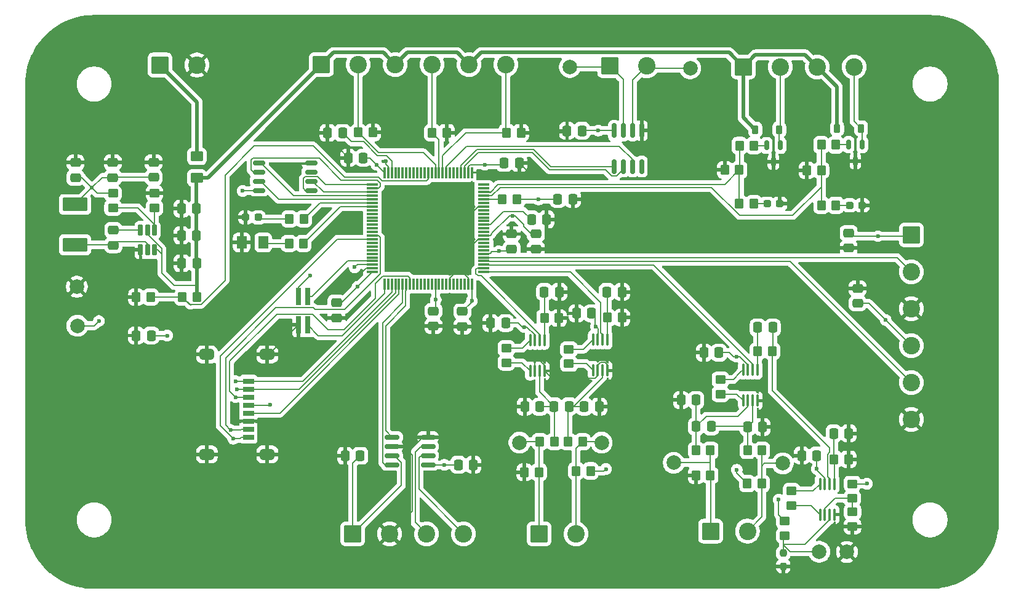
<source format=gbr>
%TF.GenerationSoftware,KiCad,Pcbnew,9.0.4*%
%TF.CreationDate,2025-10-02T18:18:40-04:00*%
%TF.ProjectId,PCB of Theseus,50434220-6f66-4205-9468-65736575732e,rev?*%
%TF.SameCoordinates,Original*%
%TF.FileFunction,Copper,L1,Top*%
%TF.FilePolarity,Positive*%
%FSLAX46Y46*%
G04 Gerber Fmt 4.6, Leading zero omitted, Abs format (unit mm)*
G04 Created by KiCad (PCBNEW 9.0.4) date 2025-10-02 18:18:40*
%MOMM*%
%LPD*%
G01*
G04 APERTURE LIST*
G04 Aperture macros list*
%AMRoundRect*
0 Rectangle with rounded corners*
0 $1 Rounding radius*
0 $2 $3 $4 $5 $6 $7 $8 $9 X,Y pos of 4 corners*
0 Add a 4 corners polygon primitive as box body*
4,1,4,$2,$3,$4,$5,$6,$7,$8,$9,$2,$3,0*
0 Add four circle primitives for the rounded corners*
1,1,$1+$1,$2,$3*
1,1,$1+$1,$4,$5*
1,1,$1+$1,$6,$7*
1,1,$1+$1,$8,$9*
0 Add four rect primitives between the rounded corners*
20,1,$1+$1,$2,$3,$4,$5,0*
20,1,$1+$1,$4,$5,$6,$7,0*
20,1,$1+$1,$6,$7,$8,$9,0*
20,1,$1+$1,$8,$9,$2,$3,0*%
G04 Aperture macros list end*
%TA.AperFunction,SMDPad,CuDef*%
%ADD10R,0.740000X2.400000*%
%TD*%
%TA.AperFunction,SMDPad,CuDef*%
%ADD11RoundRect,0.150000X-0.825000X-0.150000X0.825000X-0.150000X0.825000X0.150000X-0.825000X0.150000X0*%
%TD*%
%TA.AperFunction,SMDPad,CuDef*%
%ADD12RoundRect,0.250000X-0.337500X-0.475000X0.337500X-0.475000X0.337500X0.475000X-0.337500X0.475000X0*%
%TD*%
%TA.AperFunction,SMDPad,CuDef*%
%ADD13RoundRect,0.250000X0.337500X0.475000X-0.337500X0.475000X-0.337500X-0.475000X0.337500X-0.475000X0*%
%TD*%
%TA.AperFunction,SMDPad,CuDef*%
%ADD14RoundRect,0.250000X0.475000X-0.337500X0.475000X0.337500X-0.475000X0.337500X-0.475000X-0.337500X0*%
%TD*%
%TA.AperFunction,SMDPad,CuDef*%
%ADD15RoundRect,0.092500X-1.607500X0.832500X-1.607500X-0.832500X1.607500X-0.832500X1.607500X0.832500X0*%
%TD*%
%TA.AperFunction,SMDPad,CuDef*%
%ADD16RoundRect,0.250000X-0.450000X0.350000X-0.450000X-0.350000X0.450000X-0.350000X0.450000X0.350000X0*%
%TD*%
%TA.AperFunction,SMDPad,CuDef*%
%ADD17RoundRect,0.250000X0.450000X-0.350000X0.450000X0.350000X-0.450000X0.350000X-0.450000X-0.350000X0*%
%TD*%
%TA.AperFunction,SMDPad,CuDef*%
%ADD18RoundRect,0.250000X-0.350000X-0.450000X0.350000X-0.450000X0.350000X0.450000X-0.350000X0.450000X0*%
%TD*%
%TA.AperFunction,SMDPad,CuDef*%
%ADD19C,2.000000*%
%TD*%
%TA.AperFunction,SMDPad,CuDef*%
%ADD20RoundRect,0.250000X0.350000X0.450000X-0.350000X0.450000X-0.350000X-0.450000X0.350000X-0.450000X0*%
%TD*%
%TA.AperFunction,SMDPad,CuDef*%
%ADD21RoundRect,0.162500X0.650000X0.162500X-0.650000X0.162500X-0.650000X-0.162500X0.650000X-0.162500X0*%
%TD*%
%TA.AperFunction,ComponentPad*%
%ADD22RoundRect,0.250001X-0.949999X0.949999X-0.949999X-0.949999X0.949999X-0.949999X0.949999X0.949999X0*%
%TD*%
%TA.AperFunction,ComponentPad*%
%ADD23C,2.400000*%
%TD*%
%TA.AperFunction,SMDPad,CuDef*%
%ADD24RoundRect,0.250000X-0.475000X0.337500X-0.475000X-0.337500X0.475000X-0.337500X0.475000X0.337500X0*%
%TD*%
%TA.AperFunction,ComponentPad*%
%ADD25RoundRect,0.250001X-0.949999X-0.949999X0.949999X-0.949999X0.949999X0.949999X-0.949999X0.949999X0*%
%TD*%
%TA.AperFunction,SMDPad,CuDef*%
%ADD26RoundRect,0.100000X0.100000X-0.712500X0.100000X0.712500X-0.100000X0.712500X-0.100000X-0.712500X0*%
%TD*%
%TA.AperFunction,SMDPad,CuDef*%
%ADD27RoundRect,0.225000X-0.225000X-0.375000X0.225000X-0.375000X0.225000X0.375000X-0.225000X0.375000X0*%
%TD*%
%TA.AperFunction,SMDPad,CuDef*%
%ADD28RoundRect,0.237500X-0.287500X-0.237500X0.287500X-0.237500X0.287500X0.237500X-0.287500X0.237500X0*%
%TD*%
%TA.AperFunction,SMDPad,CuDef*%
%ADD29RoundRect,0.250001X0.624999X-0.462499X0.624999X0.462499X-0.624999X0.462499X-0.624999X-0.462499X0*%
%TD*%
%TA.AperFunction,SMDPad,CuDef*%
%ADD30RoundRect,0.150000X-0.150000X0.825000X-0.150000X-0.825000X0.150000X-0.825000X0.150000X0.825000X0*%
%TD*%
%TA.AperFunction,SMDPad,CuDef*%
%ADD31RoundRect,0.237500X0.287500X0.237500X-0.287500X0.237500X-0.287500X-0.237500X0.287500X-0.237500X0*%
%TD*%
%TA.AperFunction,SMDPad,CuDef*%
%ADD32RoundRect,0.250001X-0.462499X-0.624999X0.462499X-0.624999X0.462499X0.624999X-0.462499X0.624999X0*%
%TD*%
%TA.AperFunction,SMDPad,CuDef*%
%ADD33RoundRect,0.162500X0.162500X-0.617500X0.162500X0.617500X-0.162500X0.617500X-0.162500X-0.617500X0*%
%TD*%
%TA.AperFunction,SMDPad,CuDef*%
%ADD34RoundRect,0.150000X-0.150000X0.512500X-0.150000X-0.512500X0.150000X-0.512500X0.150000X0.512500X0*%
%TD*%
%TA.AperFunction,SMDPad,CuDef*%
%ADD35RoundRect,0.237500X-0.237500X0.250000X-0.237500X-0.250000X0.237500X-0.250000X0.237500X0.250000X0*%
%TD*%
%TA.AperFunction,SMDPad,CuDef*%
%ADD36RoundRect,0.075000X0.725000X0.075000X-0.725000X0.075000X-0.725000X-0.075000X0.725000X-0.075000X0*%
%TD*%
%TA.AperFunction,SMDPad,CuDef*%
%ADD37RoundRect,0.075000X0.075000X0.725000X-0.075000X0.725000X-0.075000X-0.725000X0.075000X-0.725000X0*%
%TD*%
%TA.AperFunction,SMDPad,CuDef*%
%ADD38RoundRect,0.362500X-0.637500X0.362500X-0.637500X-0.362500X0.637500X-0.362500X0.637500X0.362500X0*%
%TD*%
%TA.AperFunction,SMDPad,CuDef*%
%ADD39R,1.500000X0.800000*%
%TD*%
%TA.AperFunction,ViaPad*%
%ADD40C,0.600000*%
%TD*%
%TA.AperFunction,Conductor*%
%ADD41C,0.200000*%
%TD*%
%TA.AperFunction,Conductor*%
%ADD42C,0.500000*%
%TD*%
G04 APERTURE END LIST*
D10*
%TO.P,J5,4*%
%TO.N,/MCU/SWDIO*%
X122745000Y-62950000D03*
%TO.P,J5,3*%
%TO.N,/MCU/SWCLK*%
X122745000Y-66850000D03*
%TO.P,J5,2*%
%TO.N,+3.3V*%
X121475000Y-62950000D03*
%TO.P,J5,1*%
%TO.N,GND*%
X121475000Y-66850000D03*
%TD*%
D11*
%TO.P,U2,8,STBY*%
%TO.N,GND*%
X139290000Y-82290000D03*
%TO.P,U2,7,CANH*%
%TO.N,/CANH*%
X139290000Y-83560000D03*
%TO.P,U2,6,CANL*%
%TO.N,/CANL*%
X139290000Y-84830000D03*
%TO.P,U2,5,VIO*%
%TO.N,+3.3V*%
X139290000Y-86100000D03*
%TO.P,U2,4,RXD*%
%TO.N,/CAN_Rx*%
X134340000Y-86100000D03*
%TO.P,U2,3,VDD*%
%TO.N,+5V*%
X134340000Y-84830000D03*
%TO.P,U2,2,VSS*%
%TO.N,GND*%
X134340000Y-83560000D03*
%TO.P,U2,1,TXD*%
%TO.N,/CAN_Tx*%
X134340000Y-82290000D03*
%TD*%
D12*
%TO.P,C25,2*%
%TO.N,GND*%
X145540000Y-86100000D03*
%TO.P,C25,1*%
%TO.N,+3.3V*%
X143465000Y-86100000D03*
%TD*%
D13*
%TO.P,C6,2*%
%TO.N,GND*%
X127890000Y-84850000D03*
%TO.P,C6,1*%
%TO.N,+5V*%
X129965000Y-84850000D03*
%TD*%
D14*
%TO.P,C5,2*%
%TO.N,GND*%
X101538501Y-44443500D03*
%TO.P,C5,1*%
%TO.N,+3.3V*%
X101538501Y-46518500D03*
%TD*%
%TO.P,C4,2*%
%TO.N,GND*%
X90788501Y-44493500D03*
%TO.P,C4,1*%
%TO.N,+3.3V*%
X90788501Y-46568500D03*
%TD*%
D15*
%TO.P,L1,2*%
%TO.N,Net-(U1-SW)*%
X90713501Y-55806000D03*
%TO.P,L1,1*%
%TO.N,+3.3V*%
X90713501Y-50256000D03*
%TD*%
D14*
%TO.P,C3,2*%
%TO.N,Net-(U1-VBST)*%
X95988501Y-53793500D03*
%TO.P,C3,1*%
%TO.N,Net-(U1-SW)*%
X95988501Y-55868500D03*
%TD*%
D16*
%TO.P,R11,2*%
%TO.N,Net-(U1-VFB)*%
X95938501Y-50731000D03*
%TO.P,R11,1*%
%TO.N,+3.3V*%
X95938501Y-48731000D03*
%TD*%
D14*
%TO.P,C24,2*%
%TO.N,GND*%
X95913501Y-44468500D03*
%TO.P,C24,1*%
%TO.N,+3.3V*%
X95913501Y-46543500D03*
%TD*%
D17*
%TO.P,R12,2*%
%TO.N,GND*%
X101638501Y-48731000D03*
%TO.P,R12,1*%
%TO.N,Net-(U1-VFB)*%
X101638501Y-50731000D03*
%TD*%
D18*
%TO.P,R23,1*%
%TO.N,Net-(U4-R2)*%
X184640000Y-70457500D03*
%TO.P,R23,2*%
%TO.N,Net-(C21-Pad2)*%
X186640000Y-70457500D03*
%TD*%
D16*
%TO.P,R18,1*%
%TO.N,+3.3V*%
X188365000Y-93832500D03*
%TO.P,R18,2*%
%TO.N,/Temperature Sensors/RTD+*%
X188365000Y-95832500D03*
%TD*%
D18*
%TO.P,R3,1*%
%TO.N,/MCU/PT_3*%
X150075000Y-40375000D03*
%TO.P,R3,2*%
%TO.N,GND*%
X152075000Y-40375000D03*
%TD*%
D19*
%TO.P,TP1,1,1*%
%TO.N,+3.3V*%
X91037500Y-66950000D03*
%TD*%
D20*
%TO.P,R26,1*%
%TO.N,Net-(J3-Pin_2)*%
X185240000Y-84107500D03*
%TO.P,R26,2*%
%TO.N,Net-(U4-+)*%
X183240000Y-84107500D03*
%TD*%
%TO.P,R47,1*%
%TO.N,/MCU/V_BATT*%
X101137500Y-63000000D03*
%TO.P,R47,2*%
%TO.N,GND*%
X99137500Y-63000000D03*
%TD*%
D21*
%TO.P,U8,1,CS#*%
%TO.N,/MCU/SPI_NSS*%
X123225000Y-48325000D03*
%TO.P,U8,2,SO/SIO1*%
%TO.N,/MCU/SPI_MISO*%
X123225000Y-47055000D03*
%TO.P,U8,3,WP#/SIO2*%
%TO.N,unconnected-(U8-WP#{slash}SIO2-Pad3)*%
X123225000Y-45785000D03*
%TO.P,U8,4,GND*%
%TO.N,GND*%
X123225000Y-44515000D03*
%TO.P,U8,5,SI/SIO0*%
%TO.N,/MCU/SPI_MOSI*%
X116050000Y-44515000D03*
%TO.P,U8,6,SCLK*%
%TO.N,/MCU/SPI_SCK*%
X116050000Y-45785000D03*
%TO.P,U8,7,RESET#/SIO3*%
%TO.N,/MCU/MEM_~{RESET}*%
X116050000Y-47055000D03*
%TO.P,U8,8,VCC*%
%TO.N,+3.3V*%
X116050000Y-48325000D03*
%TD*%
D17*
%TO.P,R21,1*%
%TO.N,Net-(R21-Pad1)*%
X189290000Y-91707500D03*
%TO.P,R21,2*%
%TO.N,Net-(R21-Pad2)*%
X189290000Y-89707500D03*
%TD*%
D20*
%TO.P,R44,1*%
%TO.N,/MCU/LED_BLUE*%
X122150000Y-55625000D03*
%TO.P,R44,2*%
%TO.N,Net-(D2-A)*%
X120150000Y-55625000D03*
%TD*%
D22*
%TO.P,J8,1,Pin_1*%
%TO.N,+3.3V*%
X205775000Y-54450000D03*
D23*
%TO.P,J8,2,Pin_2*%
%TO.N,/MCU/HALL_1*%
X205775000Y-59530000D03*
%TO.P,J8,3,Pin_3*%
%TO.N,GND*%
X205775000Y-64610000D03*
%TO.P,J8,4,Pin_4*%
%TO.N,+3.3V*%
X205775000Y-69690000D03*
%TO.P,J8,5,Pin_5*%
%TO.N,/MCU/HALL_2*%
X205775000Y-74770000D03*
%TO.P,J8,6,Pin_6*%
%TO.N,GND*%
X205775000Y-79850000D03*
%TD*%
D19*
%TO.P,TP9,1,1*%
%TO.N,GND*%
X196915000Y-98082500D03*
%TD*%
D20*
%TO.P,R27,1*%
%TO.N,Net-(Q1-G)*%
X184140000Y-42150000D03*
%TO.P,R27,2*%
%TO.N,/MCU/VALVE_1*%
X182140000Y-42150000D03*
%TD*%
%TO.P,R37,1*%
%TO.N,Net-(J3-Pin_1)*%
X178140000Y-84107500D03*
%TO.P,R37,2*%
%TO.N,Net-(U4--)*%
X176140000Y-84107500D03*
%TD*%
%TO.P,R6,1*%
%TO.N,/MCU/VALVE_1*%
X182115000Y-45500000D03*
%TO.P,R6,2*%
%TO.N,GND*%
X180115000Y-45500000D03*
%TD*%
D24*
%TO.P,C13,1*%
%TO.N,+3.3V*%
X140025000Y-64912500D03*
%TO.P,C13,2*%
%TO.N,GND*%
X140025000Y-66987500D03*
%TD*%
D14*
%TO.P,C19,1*%
%TO.N,+3.3V*%
X198400000Y-63875000D03*
%TO.P,C19,2*%
%TO.N,GND*%
X198400000Y-61800000D03*
%TD*%
D13*
%TO.P,C27,1*%
%TO.N,Net-(U11-+)*%
X158702500Y-78057500D03*
%TO.P,C27,2*%
%TO.N,Net-(U12-+)*%
X156627500Y-78057500D03*
%TD*%
D25*
%TO.P,J2,1,Pin_1*%
%TO.N,+5V*%
X128925000Y-95600000D03*
D23*
%TO.P,J2,2,Pin_2*%
%TO.N,GND*%
X134005000Y-95600000D03*
%TO.P,J2,3,Pin_3*%
%TO.N,/CANH*%
X139085000Y-95600000D03*
%TO.P,J2,4,Pin_4*%
%TO.N,/CANL*%
X144165000Y-95600000D03*
%TD*%
D12*
%TO.P,C21,1*%
%TO.N,Net-(U4-R2)*%
X184640000Y-67182500D03*
%TO.P,C21,2*%
%TO.N,Net-(C21-Pad2)*%
X186715000Y-67182500D03*
%TD*%
%TO.P,C30,1*%
%TO.N,Net-(U11-R2)*%
X163892500Y-62300000D03*
%TO.P,C30,2*%
%TO.N,GND*%
X165967500Y-62300000D03*
%TD*%
D26*
%TO.P,U12,1,R1*%
%TO.N,Net-(R35-Pad1)*%
X153340000Y-73170000D03*
%TO.P,U12,2,-*%
%TO.N,GND*%
X153990000Y-73170000D03*
%TO.P,U12,3,+*%
%TO.N,Net-(U12-+)*%
X154640000Y-73170000D03*
%TO.P,U12,4,V-*%
%TO.N,GND*%
X155290000Y-73170000D03*
%TO.P,U12,5,R2*%
%TO.N,Net-(U12-R2)*%
X155290000Y-68945000D03*
%TO.P,U12,6*%
%TO.N,/MCU/TC2-*%
X154640000Y-68945000D03*
%TO.P,U12,7,V+*%
%TO.N,+3.3V*%
X153990000Y-68945000D03*
%TO.P,U12,8,R1*%
%TO.N,Net-(R35-Pad2)*%
X153340000Y-68945000D03*
%TD*%
D24*
%TO.P,C11,1*%
%TO.N,+3.3V*%
X144000000Y-64987500D03*
%TO.P,C11,2*%
%TO.N,GND*%
X144000000Y-67062500D03*
%TD*%
D13*
%TO.P,C7,1*%
%TO.N,Net-(C7-Pad1)*%
X127537500Y-40400000D03*
%TO.P,C7,2*%
%TO.N,GND*%
X125462500Y-40400000D03*
%TD*%
D12*
%TO.P,C22,1*%
%TO.N,Net-(U6-NRST)*%
X153525000Y-52325000D03*
%TO.P,C22,2*%
%TO.N,GND*%
X155600000Y-52325000D03*
%TD*%
D18*
%TO.P,R7,1*%
%TO.N,/MCU/VALVE_2*%
X193390000Y-50375000D03*
%TO.P,R7,2*%
%TO.N,Net-(D4-A)*%
X195390000Y-50375000D03*
%TD*%
D19*
%TO.P,TP3,1,1*%
%TO.N,Net-(J11-Pin_1)*%
X151865000Y-83032500D03*
%TD*%
D13*
%TO.P,C29,1*%
%TO.N,Net-(U12-+)*%
X154652500Y-78082500D03*
%TO.P,C29,2*%
%TO.N,GND*%
X152577500Y-78082500D03*
%TD*%
D19*
%TO.P,TP10,1,1*%
%TO.N,GND*%
X90962500Y-61575000D03*
%TD*%
D25*
%TO.P,J11,1,Pin_1*%
%TO.N,Net-(J11-Pin_1)*%
X154575000Y-95600000D03*
D23*
%TO.P,J11,2,Pin_2*%
%TO.N,Net-(J11-Pin_2)*%
X159655000Y-95600000D03*
%TD*%
D25*
%TO.P,J7,1,Pin_1*%
%TO.N,Net-(J7-Pin_1)*%
X102395000Y-31050000D03*
D23*
%TO.P,J7,2,Pin_2*%
%TO.N,GND*%
X107475000Y-31050000D03*
%TD*%
D27*
%TO.P,D5,1,K*%
%TO.N,+BATT*%
X195565000Y-39775000D03*
%TO.P,D5,2,A*%
%TO.N,Net-(D5-A)*%
X198865000Y-39775000D03*
%TD*%
D28*
%TO.P,D6,1,K*%
%TO.N,GND*%
X114175000Y-52025000D03*
%TO.P,D6,2,A*%
%TO.N,Net-(D6-A)*%
X115925000Y-52025000D03*
%TD*%
D25*
%TO.P,J4,1,Pin_1*%
%TO.N,+BATT*%
X124610000Y-31000000D03*
D23*
%TO.P,J4,2,Pin_2*%
%TO.N,/MCU/PT_1*%
X129690000Y-31000000D03*
%TO.P,J4,3,Pin_3*%
%TO.N,+BATT*%
X134770000Y-31000000D03*
%TO.P,J4,4,Pin_4*%
%TO.N,/MCU/PT_2*%
X139850000Y-31000000D03*
%TO.P,J4,5,Pin_5*%
%TO.N,+BATT*%
X144930000Y-31000000D03*
%TO.P,J4,6,Pin_6*%
%TO.N,/MCU/PT_3*%
X150010000Y-31000000D03*
%TD*%
D29*
%TO.P,F1,1*%
%TO.N,+BATT*%
X107487500Y-46600000D03*
%TO.P,F1,2*%
%TO.N,Net-(J7-Pin_1)*%
X107487500Y-43625000D03*
%TD*%
D17*
%TO.P,R38,1*%
%TO.N,Net-(R38-Pad1)*%
X179515000Y-76357500D03*
%TO.P,R38,2*%
%TO.N,Net-(R38-Pad2)*%
X179515000Y-74357500D03*
%TD*%
D13*
%TO.P,C33,1*%
%TO.N,Net-(U4-+)*%
X178240000Y-80807500D03*
%TO.P,C33,2*%
%TO.N,Net-(U4--)*%
X176165000Y-80807500D03*
%TD*%
D19*
%TO.P,TP7,1,1*%
%TO.N,Net-(J3-Pin_1)*%
X173090000Y-85807500D03*
%TD*%
D30*
%TO.P,U13,1,GND*%
%TO.N,GND*%
X168675000Y-40095000D03*
%TO.P,U13,2,T-*%
%TO.N,Net-(J12-Pin_2)*%
X167405000Y-40095000D03*
%TO.P,U13,3,T+*%
%TO.N,Net-(J12-Pin_1)*%
X166135000Y-40095000D03*
%TO.P,U13,4,Vcc*%
%TO.N,+3.3V*%
X164865000Y-40095000D03*
%TO.P,U13,5,SCK*%
%TO.N,/MCU/TC1_SCK*%
X164865000Y-45045000D03*
%TO.P,U13,6,~{CS}*%
%TO.N,/MCU/TC1_NSS*%
X166135000Y-45045000D03*
%TO.P,U13,7,SO*%
%TO.N,/MCU/TC1_SI*%
X167405000Y-45045000D03*
%TO.P,U13,8,N.C.*%
%TO.N,unconnected-(U13-N.C.-Pad8)*%
X168675000Y-45045000D03*
%TD*%
D13*
%TO.P,C28,1*%
%TO.N,GND*%
X162852500Y-78082500D03*
%TO.P,C28,2*%
%TO.N,Net-(U11-+)*%
X160777500Y-78082500D03*
%TD*%
D18*
%TO.P,R1,1*%
%TO.N,/MCU/PT_1*%
X129700000Y-40350000D03*
%TO.P,R1,2*%
%TO.N,GND*%
X131700000Y-40350000D03*
%TD*%
D20*
%TO.P,R45,1*%
%TO.N,/MCU/LED_RED*%
X122200000Y-52250000D03*
%TO.P,R45,2*%
%TO.N,Net-(D6-A)*%
X120200000Y-52250000D03*
%TD*%
D13*
%TO.P,C14,1*%
%TO.N,+3.3V*%
X130387500Y-43850000D03*
%TO.P,C14,2*%
%TO.N,GND*%
X128312500Y-43850000D03*
%TD*%
D20*
%TO.P,FB1,1*%
%TO.N,+3.3V*%
X151525000Y-49575000D03*
%TO.P,FB1,2*%
%TO.N,Net-(U6-VDDA)*%
X149525000Y-49575000D03*
%TD*%
D31*
%TO.P,D4,1,K*%
%TO.N,GND*%
X199040000Y-50375000D03*
%TO.P,D4,2,A*%
%TO.N,Net-(D4-A)*%
X197290000Y-50375000D03*
%TD*%
D13*
%TO.P,C32,1*%
%TO.N,+BATT*%
X107425000Y-54525000D03*
%TO.P,C32,2*%
%TO.N,GND*%
X105350000Y-54525000D03*
%TD*%
D19*
%TO.P,TP8,1,1*%
%TO.N,/Temperature Sensors/RTD+*%
X193115000Y-98057500D03*
%TD*%
D26*
%TO.P,U11,1,R1*%
%TO.N,Net-(R33-Pad1)*%
X161990000Y-73095000D03*
%TO.P,U11,2,-*%
%TO.N,GND*%
X162640000Y-73095000D03*
%TO.P,U11,3,+*%
%TO.N,Net-(U11-+)*%
X163290000Y-73095000D03*
%TO.P,U11,4,V-*%
%TO.N,GND*%
X163940000Y-73095000D03*
%TO.P,U11,5,R2*%
%TO.N,Net-(U11-R2)*%
X163940000Y-68870000D03*
%TO.P,U11,6*%
%TO.N,/MCU/TC2+*%
X163290000Y-68870000D03*
%TO.P,U11,7,V+*%
%TO.N,+3.3V*%
X162640000Y-68870000D03*
%TO.P,U11,8,R1*%
%TO.N,Net-(R33-Pad2)*%
X161990000Y-68870000D03*
%TD*%
D16*
%TO.P,R20,1*%
%TO.N,Net-(U3--)*%
X197690000Y-92557500D03*
%TO.P,R20,2*%
%TO.N,GND*%
X197690000Y-94557500D03*
%TD*%
D13*
%TO.P,C36,1*%
%TO.N,+3.3V*%
X149962500Y-66575000D03*
%TO.P,C36,2*%
%TO.N,GND*%
X147887500Y-66575000D03*
%TD*%
D18*
%TO.P,R22,1*%
%TO.N,Net-(U3-R2)*%
X195140000Y-85332500D03*
%TO.P,R22,2*%
%TO.N,GND*%
X197140000Y-85332500D03*
%TD*%
D20*
%TO.P,R25,1*%
%TO.N,Net-(J3-Pin_1)*%
X178140000Y-87557500D03*
%TO.P,R25,2*%
%TO.N,GND*%
X176140000Y-87557500D03*
%TD*%
%TO.P,R29,1*%
%TO.N,+3.3V*%
X161640000Y-86932500D03*
%TO.P,R29,2*%
%TO.N,Net-(J11-Pin_2)*%
X159640000Y-86932500D03*
%TD*%
D24*
%TO.P,C18,1*%
%TO.N,+3.3V*%
X197150000Y-54175000D03*
%TO.P,C18,2*%
%TO.N,GND*%
X197150000Y-56250000D03*
%TD*%
D31*
%TO.P,D3,1,K*%
%TO.N,GND*%
X187690000Y-50150000D03*
%TO.P,D3,2,A*%
%TO.N,Net-(D3-A)*%
X185940000Y-50150000D03*
%TD*%
D13*
%TO.P,C23,1*%
%TO.N,GND*%
X185315000Y-80882500D03*
%TO.P,C23,2*%
%TO.N,Net-(U4-+)*%
X183240000Y-80882500D03*
%TD*%
D32*
%TO.P,D2,1,K*%
%TO.N,GND*%
X113650000Y-55475000D03*
%TO.P,D2,2,A*%
%TO.N,Net-(D2-A)*%
X116625000Y-55475000D03*
%TD*%
D33*
%TO.P,U1,1,GND*%
%TO.N,GND*%
X99738501Y-56506000D03*
%TO.P,U1,2,SW*%
%TO.N,Net-(U1-SW)*%
X100688501Y-56506000D03*
%TO.P,U1,3,VIN*%
%TO.N,+BATT*%
X101638501Y-56506000D03*
%TO.P,U1,4,VFB*%
%TO.N,Net-(U1-VFB)*%
X101638501Y-53806000D03*
%TO.P,U1,5,EN*%
%TO.N,+BATT*%
X100688501Y-53806000D03*
%TO.P,U1,6,VBST*%
%TO.N,Net-(U1-VBST)*%
X99738501Y-53806000D03*
%TD*%
D24*
%TO.P,C9,1*%
%TO.N,+3.3V*%
X126675000Y-63787500D03*
%TO.P,C9,2*%
%TO.N,GND*%
X126675000Y-65862500D03*
%TD*%
D20*
%TO.P,R31,1*%
%TO.N,Net-(J11-Pin_2)*%
X160540000Y-82907500D03*
%TO.P,R31,2*%
%TO.N,Net-(U11-+)*%
X158540000Y-82907500D03*
%TD*%
%TO.P,R5,1*%
%TO.N,/MCU/VALVE_2*%
X193390000Y-45550000D03*
%TO.P,R5,2*%
%TO.N,GND*%
X191390000Y-45550000D03*
%TD*%
D34*
%TO.P,Q1,1,D*%
%TO.N,Net-(D1-A)*%
X187765000Y-42125000D03*
%TO.P,Q1,2,G*%
%TO.N,Net-(Q1-G)*%
X185865000Y-42125000D03*
%TO.P,Q1,3,S*%
%TO.N,GND*%
X186815000Y-44400000D03*
%TD*%
D19*
%TO.P,TP5,1,1*%
%TO.N,Net-(J12-Pin_1)*%
X158800000Y-31325000D03*
%TD*%
%TO.P,TP2,1,1*%
%TO.N,Net-(J11-Pin_2)*%
X163165000Y-83032500D03*
%TD*%
D26*
%TO.P,U4,1,R1*%
%TO.N,Net-(R38-Pad1)*%
X182640000Y-77245000D03*
%TO.P,U4,2,-*%
%TO.N,Net-(U4--)*%
X183290000Y-77245000D03*
%TO.P,U4,3,+*%
%TO.N,Net-(U4-+)*%
X183940000Y-77245000D03*
%TO.P,U4,4,V-*%
%TO.N,GND*%
X184590000Y-77245000D03*
%TO.P,U4,5,R2*%
%TO.N,Net-(U4-R2)*%
X184590000Y-73020000D03*
%TO.P,U4,6*%
%TO.N,/MCU/TC3*%
X183940000Y-73020000D03*
%TO.P,U4,7,V+*%
%TO.N,+3.3V*%
X183290000Y-73020000D03*
%TO.P,U4,8,R1*%
%TO.N,Net-(R38-Pad2)*%
X182640000Y-73020000D03*
%TD*%
D19*
%TO.P,TP6,1,1*%
%TO.N,Net-(J3-Pin_2)*%
X188090000Y-85907500D03*
%TD*%
D14*
%TO.P,C12,1*%
%TO.N,+3.3V*%
X150775000Y-56400000D03*
%TO.P,C12,2*%
%TO.N,GND*%
X150775000Y-54325000D03*
%TD*%
D18*
%TO.P,R32,1*%
%TO.N,Net-(J11-Pin_1)*%
X154665000Y-82907500D03*
%TO.P,R32,2*%
%TO.N,Net-(U12-+)*%
X156665000Y-82907500D03*
%TD*%
D20*
%TO.P,R30,1*%
%TO.N,Net-(J11-Pin_1)*%
X154565000Y-87107500D03*
%TO.P,R30,2*%
%TO.N,GND*%
X152565000Y-87107500D03*
%TD*%
D13*
%TO.P,C16,1*%
%TO.N,+3.3V*%
X101187500Y-68300000D03*
%TO.P,C16,2*%
%TO.N,GND*%
X99112500Y-68300000D03*
%TD*%
D25*
%TO.P,J1,1,Pin_1*%
%TO.N,+BATT*%
X182665000Y-31325000D03*
D23*
%TO.P,J1,2,Pin_2*%
%TO.N,Net-(D1-A)*%
X187745000Y-31325000D03*
%TO.P,J1,3,Pin_3*%
%TO.N,+BATT*%
X192825000Y-31325000D03*
%TO.P,J1,4,Pin_4*%
%TO.N,Net-(D5-A)*%
X197905000Y-31325000D03*
%TD*%
D35*
%TO.P,TH1,1*%
%TO.N,/Temperature Sensors/RTD+*%
X188165000Y-98232500D03*
%TO.P,TH1,2*%
%TO.N,GND*%
X188165000Y-100057500D03*
%TD*%
D18*
%TO.P,R2,1*%
%TO.N,/MCU/PT_2*%
X139850000Y-40375000D03*
%TO.P,R2,2*%
%TO.N,GND*%
X141850000Y-40375000D03*
%TD*%
D24*
%TO.P,C10,1*%
%TO.N,+3.3V*%
X154125000Y-54300000D03*
%TO.P,C10,2*%
%TO.N,GND*%
X154125000Y-56375000D03*
%TD*%
D16*
%TO.P,R19,1*%
%TO.N,+3.3V*%
X197665000Y-88707500D03*
%TO.P,R19,2*%
%TO.N,Net-(U3--)*%
X197665000Y-90707500D03*
%TD*%
D20*
%TO.P,R28,1*%
%TO.N,Net-(Q2-G)*%
X195390000Y-42050000D03*
%TO.P,R28,2*%
%TO.N,/MCU/VALVE_2*%
X193390000Y-42050000D03*
%TD*%
D34*
%TO.P,Q2,1,D*%
%TO.N,Net-(D5-A)*%
X199027500Y-42012500D03*
%TO.P,Q2,2,G*%
%TO.N,Net-(Q2-G)*%
X197127500Y-42012500D03*
%TO.P,Q2,3,S*%
%TO.N,GND*%
X198077500Y-44287500D03*
%TD*%
D12*
%TO.P,C17,1*%
%TO.N,+3.3V*%
X157137500Y-49525000D03*
%TO.P,C17,2*%
%TO.N,GND*%
X159212500Y-49525000D03*
%TD*%
D18*
%TO.P,R24,1*%
%TO.N,+3.3V*%
X183215000Y-88682500D03*
%TO.P,R24,2*%
%TO.N,Net-(J3-Pin_2)*%
X185215000Y-88682500D03*
%TD*%
D25*
%TO.P,J12,1,Pin_1*%
%TO.N,Net-(J12-Pin_1)*%
X164270000Y-31175000D03*
D23*
%TO.P,J12,2,Pin_2*%
%TO.N,Net-(J12-Pin_2)*%
X169350000Y-31175000D03*
%TD*%
D18*
%TO.P,R4,1*%
%TO.N,/MCU/VALVE_1*%
X182115000Y-50150000D03*
%TO.P,R4,2*%
%TO.N,Net-(D3-A)*%
X184115000Y-50150000D03*
%TD*%
D12*
%TO.P,C31,1*%
%TO.N,Net-(U12-R2)*%
X155265000Y-62307500D03*
%TO.P,C31,2*%
%TO.N,GND*%
X157340000Y-62307500D03*
%TD*%
D18*
%TO.P,R34,1*%
%TO.N,Net-(U11-R2)*%
X163965000Y-65832500D03*
%TO.P,R34,2*%
%TO.N,GND*%
X165965000Y-65832500D03*
%TD*%
D17*
%TO.P,R35,1*%
%TO.N,Net-(R35-Pad1)*%
X150065000Y-72032500D03*
%TO.P,R35,2*%
%TO.N,Net-(R35-Pad2)*%
X150065000Y-70032500D03*
%TD*%
D18*
%TO.P,R36,1*%
%TO.N,Net-(U12-R2)*%
X155290000Y-65907500D03*
%TO.P,R36,2*%
%TO.N,GND*%
X157290000Y-65907500D03*
%TD*%
D19*
%TO.P,TP4,1,1*%
%TO.N,Net-(J12-Pin_2)*%
X175350000Y-31500000D03*
%TD*%
D13*
%TO.P,C1,1*%
%TO.N,+BATT*%
X107425000Y-50825000D03*
%TO.P,C1,2*%
%TO.N,GND*%
X105350000Y-50825000D03*
%TD*%
%TO.P,C37,1*%
%TO.N,+3.3V*%
X192787500Y-84825000D03*
%TO.P,C37,2*%
%TO.N,GND*%
X190712500Y-84825000D03*
%TD*%
%TO.P,C35,1*%
%TO.N,+3.3V*%
X160487500Y-40125000D03*
%TO.P,C35,2*%
%TO.N,GND*%
X158412500Y-40125000D03*
%TD*%
D17*
%TO.P,R33,1*%
%TO.N,Net-(R33-Pad1)*%
X158665000Y-72182500D03*
%TO.P,R33,2*%
%TO.N,Net-(R33-Pad2)*%
X158665000Y-70182500D03*
%TD*%
D13*
%TO.P,C38,1*%
%TO.N,+3.3V*%
X161787500Y-65250000D03*
%TO.P,C38,2*%
%TO.N,GND*%
X159712500Y-65250000D03*
%TD*%
D36*
%TO.P,U6,1,PE2*%
%TO.N,/MCU/TC2+*%
X146975000Y-59550000D03*
%TO.P,U6,2,PE3*%
%TO.N,/MCU/TC2-*%
X146975000Y-59050000D03*
%TO.P,U6,3,PE4*%
%TO.N,/MCU/TC3*%
X146975000Y-58550000D03*
%TO.P,U6,4,PE5*%
%TO.N,/MCU/HALL_2*%
X146975000Y-58050000D03*
%TO.P,U6,5,PE6*%
%TO.N,/MCU/HALL_1*%
X146975000Y-57550000D03*
%TO.P,U6,6,VBAT*%
%TO.N,+3.3V*%
X146975000Y-57050000D03*
%TO.P,U6,7,PC13*%
%TO.N,unconnected-(U6-PC13-Pad7)*%
X146975000Y-56550000D03*
%TO.P,U6,8,PC14*%
%TO.N,unconnected-(U6-PC14-Pad8)*%
X146975000Y-56050000D03*
%TO.P,U6,9,PC15*%
%TO.N,unconnected-(U6-PC15-Pad9)*%
X146975000Y-55550000D03*
%TO.P,U6,10,VSS*%
%TO.N,GND*%
X146975000Y-55050000D03*
%TO.P,U6,11,VDD*%
%TO.N,+3.3V*%
X146975000Y-54550000D03*
%TO.P,U6,12,PH0*%
%TO.N,unconnected-(U6-PH0-Pad12)*%
X146975000Y-54050000D03*
%TO.P,U6,13,PH1*%
%TO.N,unconnected-(U6-PH1-Pad13)*%
X146975000Y-53550000D03*
%TO.P,U6,14,NRST*%
%TO.N,Net-(U6-NRST)*%
X146975000Y-53050000D03*
%TO.P,U6,15,PC0*%
%TO.N,unconnected-(U6-PC0-Pad15)*%
X146975000Y-52550000D03*
%TO.P,U6,16,PC1*%
%TO.N,unconnected-(U6-PC1-Pad16)*%
X146975000Y-52050000D03*
%TO.P,U6,17,PC2_C*%
%TO.N,unconnected-(U6-PC2_C-Pad17)*%
X146975000Y-51550000D03*
%TO.P,U6,18,PC3_C*%
%TO.N,unconnected-(U6-PC3_C-Pad18)*%
X146975000Y-51050000D03*
%TO.P,U6,19,VSSA*%
%TO.N,GND*%
X146975000Y-50550000D03*
%TO.P,U6,20,VREF+*%
%TO.N,unconnected-(U6-VREF+-Pad20)*%
X146975000Y-50050000D03*
%TO.P,U6,21,VDDA*%
%TO.N,Net-(U6-VDDA)*%
X146975000Y-49550000D03*
%TO.P,U6,22,PA0*%
%TO.N,/MCU/VALVE_2*%
X146975000Y-49050000D03*
%TO.P,U6,23,PA1*%
%TO.N,/MCU/VALVE_1*%
X146975000Y-48550000D03*
%TO.P,U6,24,PA2*%
%TO.N,unconnected-(U6-PA2-Pad24)*%
X146975000Y-48050000D03*
%TO.P,U6,25,PA3*%
%TO.N,unconnected-(U6-PA3-Pad25)*%
X146975000Y-47550000D03*
D37*
%TO.P,U6,26,VSS*%
%TO.N,GND*%
X145300000Y-45875000D03*
%TO.P,U6,27,VDD*%
%TO.N,+3.3V*%
X144800000Y-45875000D03*
%TO.P,U6,28,PA4*%
%TO.N,/MCU/TC1_NSS*%
X144300000Y-45875000D03*
%TO.P,U6,29,PA5*%
%TO.N,/MCU/TC1_SCK*%
X143800000Y-45875000D03*
%TO.P,U6,30,PA6*%
%TO.N,unconnected-(U6-PA6-Pad30)*%
X143300000Y-45875000D03*
%TO.P,U6,31,PA7*%
%TO.N,unconnected-(U6-PA7-Pad31)*%
X142800000Y-45875000D03*
%TO.P,U6,32,PC4*%
%TO.N,unconnected-(U6-PC4-Pad32)*%
X142300000Y-45875000D03*
%TO.P,U6,33,PC5*%
%TO.N,/MCU/TC1_SI*%
X141800000Y-45875000D03*
%TO.P,U6,34,PB0*%
%TO.N,/MCU/PT_3*%
X141300000Y-45875000D03*
%TO.P,U6,35,PB1*%
%TO.N,/MCU/PT_2*%
X140800000Y-45875000D03*
%TO.P,U6,36,PB2*%
%TO.N,/MCU/PT_1*%
X140300000Y-45875000D03*
%TO.P,U6,37,PE7*%
%TO.N,unconnected-(U6-PE7-Pad37)*%
X139800000Y-45875000D03*
%TO.P,U6,38,PE8*%
%TO.N,/MCU/V_BATT*%
X139300000Y-45875000D03*
%TO.P,U6,39,PE9*%
%TO.N,unconnected-(U6-PE9-Pad39)*%
X138800000Y-45875000D03*
%TO.P,U6,40,PE10*%
%TO.N,unconnected-(U6-PE10-Pad40)*%
X138300000Y-45875000D03*
%TO.P,U6,41,PE11*%
%TO.N,unconnected-(U6-PE11-Pad41)*%
X137800000Y-45875000D03*
%TO.P,U6,42,PE12*%
%TO.N,unconnected-(U6-PE12-Pad42)*%
X137300000Y-45875000D03*
%TO.P,U6,43,PE13*%
%TO.N,unconnected-(U6-PE13-Pad43)*%
X136800000Y-45875000D03*
%TO.P,U6,44,PE14*%
%TO.N,unconnected-(U6-PE14-Pad44)*%
X136300000Y-45875000D03*
%TO.P,U6,45,PE15*%
%TO.N,unconnected-(U6-PE15-Pad45)*%
X135800000Y-45875000D03*
%TO.P,U6,46,PB10*%
%TO.N,unconnected-(U6-PB10-Pad46)*%
X135300000Y-45875000D03*
%TO.P,U6,47,PB11*%
%TO.N,unconnected-(U6-PB11-Pad47)*%
X134800000Y-45875000D03*
%TO.P,U6,48,VCAP*%
%TO.N,Net-(C7-Pad1)*%
X134300000Y-45875000D03*
%TO.P,U6,49,VSS*%
%TO.N,GND*%
X133800000Y-45875000D03*
%TO.P,U6,50,VDD*%
%TO.N,+3.3V*%
X133300000Y-45875000D03*
D36*
%TO.P,U6,51,PB12*%
%TO.N,/MCU/SPI_NSS*%
X131625000Y-47550000D03*
%TO.P,U6,52,PB13*%
%TO.N,/MCU/SPI_SCK*%
X131625000Y-48050000D03*
%TO.P,U6,53,PB14*%
%TO.N,/MCU/SPI_MISO*%
X131625000Y-48550000D03*
%TO.P,U6,54,PB15*%
%TO.N,/MCU/SPI_MOSI*%
X131625000Y-49050000D03*
%TO.P,U6,55,PD8*%
%TO.N,/MCU/MEM_~{RESET}*%
X131625000Y-49550000D03*
%TO.P,U6,56,PD9*%
%TO.N,/MCU/LED_RED*%
X131625000Y-50050000D03*
%TO.P,U6,57,PD10*%
%TO.N,/MCU/LED_BLUE*%
X131625000Y-50550000D03*
%TO.P,U6,58,PD11*%
%TO.N,unconnected-(U6-PD11-Pad58)*%
X131625000Y-51050000D03*
%TO.P,U6,59,PD12*%
%TO.N,unconnected-(U6-PD12-Pad59)*%
X131625000Y-51550000D03*
%TO.P,U6,60,PD13*%
%TO.N,unconnected-(U6-PD13-Pad60)*%
X131625000Y-52050000D03*
%TO.P,U6,61,PD14*%
%TO.N,unconnected-(U6-PD14-Pad61)*%
X131625000Y-52550000D03*
%TO.P,U6,62,PD15*%
%TO.N,unconnected-(U6-PD15-Pad62)*%
X131625000Y-53050000D03*
%TO.P,U6,63,PC6*%
%TO.N,unconnected-(U6-PC6-Pad63)*%
X131625000Y-53550000D03*
%TO.P,U6,64,PC7*%
%TO.N,unconnected-(U6-PC7-Pad64)*%
X131625000Y-54050000D03*
%TO.P,U6,65,PC8*%
%TO.N,/MCU/SD_D0*%
X131625000Y-54550000D03*
%TO.P,U6,66,PC9*%
%TO.N,/MCU/SD_D1*%
X131625000Y-55050000D03*
%TO.P,U6,67,PA8*%
%TO.N,unconnected-(U6-PA8-Pad67)*%
X131625000Y-55550000D03*
%TO.P,U6,68,PA9*%
%TO.N,unconnected-(U6-PA9-Pad68)*%
X131625000Y-56050000D03*
%TO.P,U6,69,PA10*%
%TO.N,unconnected-(U6-PA10-Pad69)*%
X131625000Y-56550000D03*
%TO.P,U6,70,PA11*%
%TO.N,unconnected-(U6-PA11-Pad70)*%
X131625000Y-57050000D03*
%TO.P,U6,71,PA12*%
%TO.N,unconnected-(U6-PA12-Pad71)*%
X131625000Y-57550000D03*
%TO.P,U6,72,PA13*%
%TO.N,/MCU/SWDIO*%
X131625000Y-58050000D03*
%TO.P,U6,73,VCAP*%
%TO.N,Net-(C8-Pad1)*%
X131625000Y-58550000D03*
%TO.P,U6,74,VSS*%
%TO.N,GND*%
X131625000Y-59050000D03*
%TO.P,U6,75,VDD*%
%TO.N,+3.3V*%
X131625000Y-59550000D03*
D37*
%TO.P,U6,76,PA14*%
%TO.N,/MCU/SWCLK*%
X133300000Y-61225000D03*
%TO.P,U6,77,PA15*%
%TO.N,unconnected-(U6-PA15-Pad77)*%
X133800000Y-61225000D03*
%TO.P,U6,78,PC10*%
%TO.N,/MCU/SD_D2*%
X134300000Y-61225000D03*
%TO.P,U6,79,PC11*%
%TO.N,/MCU/SD_D3*%
X134800000Y-61225000D03*
%TO.P,U6,80,PC12*%
%TO.N,/MCU/SD_CLK*%
X135300000Y-61225000D03*
%TO.P,U6,81,PD0*%
%TO.N,/CAN_Rx*%
X135800000Y-61225000D03*
%TO.P,U6,82,PD1*%
%TO.N,/CAN_Tx*%
X136300000Y-61225000D03*
%TO.P,U6,83,PD2*%
%TO.N,/MCU/SD_CMD*%
X136800000Y-61225000D03*
%TO.P,U6,84,PD3*%
%TO.N,unconnected-(U6-PD3-Pad84)*%
X137300000Y-61225000D03*
%TO.P,U6,85,PD4*%
%TO.N,unconnected-(U6-PD4-Pad85)*%
X137800000Y-61225000D03*
%TO.P,U6,86,PD5*%
%TO.N,unconnected-(U6-PD5-Pad86)*%
X138300000Y-61225000D03*
%TO.P,U6,87,PD6*%
%TO.N,unconnected-(U6-PD6-Pad87)*%
X138800000Y-61225000D03*
%TO.P,U6,88,PD7*%
%TO.N,unconnected-(U6-PD7-Pad88)*%
X139300000Y-61225000D03*
%TO.P,U6,89,PB3*%
%TO.N,unconnected-(U6-PB3-Pad89)*%
X139800000Y-61225000D03*
%TO.P,U6,90,PB4*%
%TO.N,+3.3V*%
X140300000Y-61225000D03*
%TO.P,U6,91,PB5*%
%TO.N,unconnected-(U6-PB5-Pad91)*%
X140800000Y-61225000D03*
%TO.P,U6,92,PB6*%
%TO.N,unconnected-(U6-PB6-Pad92)*%
X141300000Y-61225000D03*
%TO.P,U6,93,PB7*%
%TO.N,unconnected-(U6-PB7-Pad93)*%
X141800000Y-61225000D03*
%TO.P,U6,94,BOOT0*%
%TO.N,GND*%
X142300000Y-61225000D03*
%TO.P,U6,95,PB8*%
%TO.N,unconnected-(U6-PB8-Pad95)*%
X142800000Y-61225000D03*
%TO.P,U6,96,PB9*%
%TO.N,unconnected-(U6-PB9-Pad96)*%
X143300000Y-61225000D03*
%TO.P,U6,97,PE0*%
%TO.N,unconnected-(U6-PE0-Pad97)*%
X143800000Y-61225000D03*
%TO.P,U6,98,PE1*%
%TO.N,unconnected-(U6-PE1-Pad98)*%
X144300000Y-61225000D03*
%TO.P,U6,99,VSS*%
%TO.N,GND*%
X144800000Y-61225000D03*
%TO.P,U6,100,VDD*%
%TO.N,+3.3V*%
X145300000Y-61225000D03*
%TD*%
D13*
%TO.P,C39,1*%
%TO.N,+3.3V*%
X179312500Y-70650000D03*
%TO.P,C39,2*%
%TO.N,GND*%
X177237500Y-70650000D03*
%TD*%
D26*
%TO.P,U3,1,R1*%
%TO.N,Net-(R21-Pad1)*%
X193215000Y-92945000D03*
%TO.P,U3,2,-*%
%TO.N,Net-(U3--)*%
X193865000Y-92945000D03*
%TO.P,U3,3,+*%
%TO.N,/Temperature Sensors/RTD+*%
X194515000Y-92945000D03*
%TO.P,U3,4,V-*%
%TO.N,GND*%
X195165000Y-92945000D03*
%TO.P,U3,5,R2*%
%TO.N,Net-(U3-R2)*%
X195165000Y-88720000D03*
%TO.P,U3,6*%
%TO.N,Net-(C21-Pad2)*%
X194515000Y-88720000D03*
%TO.P,U3,7,V+*%
%TO.N,+3.3V*%
X193865000Y-88720000D03*
%TO.P,U3,8,R1*%
%TO.N,Net-(R21-Pad2)*%
X193215000Y-88720000D03*
%TD*%
D12*
%TO.P,C20,1*%
%TO.N,Net-(U3-R2)*%
X195090000Y-81782500D03*
%TO.P,C20,2*%
%TO.N,GND*%
X197165000Y-81782500D03*
%TD*%
D27*
%TO.P,D1,1,K*%
%TO.N,+BATT*%
X184315000Y-39950000D03*
%TO.P,D1,2,A*%
%TO.N,Net-(D1-A)*%
X187615000Y-39950000D03*
%TD*%
D13*
%TO.P,C34,1*%
%TO.N,Net-(U4--)*%
X176165000Y-77182500D03*
%TO.P,C34,2*%
%TO.N,GND*%
X174090000Y-77182500D03*
%TD*%
D12*
%TO.P,C15,1*%
%TO.N,+3.3V*%
X149762500Y-44550000D03*
%TO.P,C15,2*%
%TO.N,GND*%
X151837500Y-44550000D03*
%TD*%
D13*
%TO.P,C2,1*%
%TO.N,+BATT*%
X107462500Y-58350000D03*
%TO.P,C2,2*%
%TO.N,GND*%
X105387500Y-58350000D03*
%TD*%
D20*
%TO.P,R46,1*%
%TO.N,+BATT*%
X107487500Y-63000000D03*
%TO.P,R46,2*%
%TO.N,/MCU/V_BATT*%
X105487500Y-63000000D03*
%TD*%
D25*
%TO.P,J3,1,Pin_1*%
%TO.N,Net-(J3-Pin_1)*%
X178150000Y-95225000D03*
D23*
%TO.P,J3,2,Pin_2*%
%TO.N,Net-(J3-Pin_2)*%
X183230000Y-95225000D03*
%TD*%
D38*
%TO.P,J6,9,SHIELD*%
%TO.N,GND*%
X108871800Y-84656000D03*
X117171800Y-84656000D03*
X108871800Y-70906000D03*
X117171800Y-70906000D03*
D39*
%TO.P,J6,8,DAT1*%
%TO.N,/MCU/SD_D1*%
X114571800Y-82276000D03*
%TO.P,J6,7,DAT0*%
%TO.N,/MCU/SD_D0*%
X114571800Y-81176000D03*
%TO.P,J6,6,VSS*%
%TO.N,GND*%
X114571800Y-80076000D03*
%TO.P,J6,5,CLK*%
%TO.N,/MCU/SD_CLK*%
X114571800Y-78976000D03*
%TO.P,J6,4,VDD*%
%TO.N,+3.3V*%
X114571800Y-77876000D03*
%TO.P,J6,3,CMD*%
%TO.N,/MCU/SD_CMD*%
X114571800Y-76776000D03*
%TO.P,J6,2,DAT3/CD*%
%TO.N,/MCU/SD_D3*%
X114571800Y-75676000D03*
%TO.P,J6,1,DAT2*%
%TO.N,/MCU/SD_D2*%
X114571800Y-74576000D03*
%TD*%
D40*
%TO.N,+3.3V*%
X199675000Y-88700000D03*
X123075000Y-60050000D03*
%TO.N,GND*%
X180450000Y-43525000D03*
X184175000Y-44400000D03*
X153175000Y-75400000D03*
X154125000Y-71225000D03*
X133900000Y-48000000D03*
X160925000Y-49050000D03*
X160850000Y-46500000D03*
X167850000Y-42350000D03*
X141600000Y-27950000D03*
X155475000Y-40375000D03*
X141850000Y-38800000D03*
X146425000Y-61575000D03*
X143575000Y-59700000D03*
%TO.N,+3.3V*%
X129575000Y-61600000D03*
X140349000Y-63375000D03*
X145300000Y-63550000D03*
%TO.N,GND*%
X115325000Y-38350000D03*
X119150000Y-45050000D03*
X126825000Y-42550000D03*
X133175000Y-42175000D03*
X133475000Y-44325000D03*
X129400000Y-60400000D03*
X131400000Y-68350000D03*
X129037500Y-64812500D03*
X119537500Y-68787500D03*
%TO.N,+3.3V*%
X163750000Y-86675000D03*
X187525000Y-90875000D03*
X181775000Y-86775000D03*
X113775000Y-48400000D03*
X93050000Y-47975000D03*
X103400000Y-68300000D03*
X94000000Y-66300000D03*
%TO.N,GND*%
X118625000Y-80625000D03*
%TO.N,+3.3V*%
X117587500Y-77862500D03*
%TO.N,Net-(C8-Pad1)*%
X129200000Y-58900000D03*
%TO.N,+3.3V*%
X141525000Y-86100000D03*
%TO.N,/MCU/SD_D3*%
X113025000Y-75675000D03*
%TO.N,/MCU/SD_D2*%
X112825000Y-74600000D03*
%TO.N,+3.3V*%
X147100000Y-44774000D03*
X132200000Y-44775000D03*
X162725000Y-40095000D03*
X201175000Y-54626000D03*
X202255000Y-66170000D03*
X192787500Y-86650000D03*
X181725000Y-71200000D03*
X152525000Y-67125000D03*
X162387500Y-67037500D03*
X154500000Y-49575000D03*
X149037500Y-56687500D03*
X150950000Y-51800000D03*
%TO.N,/MCU/SD_CMD*%
X112826000Y-76776000D03*
%TO.N,/MCU/SD_D1*%
X112475000Y-82500000D03*
%TO.N,/MCU/SD_D0*%
X112111765Y-81288235D03*
%TD*%
D41*
%TO.N,/MCU/SD_D0*%
X132458824Y-54550000D02*
X131625000Y-54550000D01*
X132726000Y-54817176D02*
X132458824Y-54550000D01*
X132726000Y-59782824D02*
X132726000Y-54817176D01*
X123726000Y-64676000D02*
X127832824Y-64676000D01*
X118350000Y-64450000D02*
X123500000Y-64450000D01*
X111450000Y-80650000D02*
X111450000Y-71350000D01*
X123500000Y-64450000D02*
X123726000Y-64676000D01*
X112111765Y-81288235D02*
X112088235Y-81288235D01*
X112088235Y-81288235D02*
X111450000Y-80650000D01*
X111450000Y-71350000D02*
X118350000Y-64450000D01*
X127832824Y-64676000D02*
X132726000Y-59782824D01*
X113509565Y-81288235D02*
X113621800Y-81176000D01*
X112111765Y-81288235D02*
X113509565Y-81288235D01*
X113621800Y-81176000D02*
X114571800Y-81176000D01*
%TO.N,/MCU/SD_D1*%
X110675000Y-71175000D02*
X126800000Y-55050000D01*
X110675000Y-80700000D02*
X110675000Y-71175000D01*
X112475000Y-82500000D02*
X110675000Y-80700000D01*
X126800000Y-55050000D02*
X131625000Y-55050000D01*
X113621800Y-82276000D02*
X114571800Y-82276000D01*
X112475000Y-82500000D02*
X113397800Y-82500000D01*
X113397800Y-82500000D02*
X113621800Y-82276000D01*
%TO.N,+3.3V*%
X199667500Y-88707500D02*
X199675000Y-88700000D01*
X197665000Y-88707500D02*
X199667500Y-88707500D01*
X121475000Y-61650000D02*
X123075000Y-60050000D01*
X121475000Y-62950000D02*
X121475000Y-61650000D01*
%TO.N,GND*%
X186815000Y-44400000D02*
X184175000Y-44400000D01*
X163940000Y-72282501D02*
X163940000Y-73095000D01*
X163021130Y-71981500D02*
X163638999Y-71981500D01*
X162640000Y-72362630D02*
X163021130Y-71981500D01*
X163638999Y-71981500D02*
X163940000Y-72282501D01*
X162640000Y-73095000D02*
X162640000Y-72362630D01*
X155290000Y-72390000D02*
X155290000Y-73170000D01*
X154125000Y-71225000D02*
X155290000Y-72390000D01*
X162640000Y-73827370D02*
X162258870Y-74208500D01*
X162258870Y-74208500D02*
X156328500Y-74208500D01*
X156328500Y-74208500D02*
X155290000Y-73170000D01*
X162640000Y-73095000D02*
X162640000Y-73827370D01*
X153990000Y-71360000D02*
X154125000Y-71225000D01*
X153990000Y-73170000D02*
X153990000Y-71360000D01*
X133800000Y-45041176D02*
X133800000Y-45875000D01*
X133475000Y-44716176D02*
X133800000Y-45041176D01*
X133475000Y-44325000D02*
X133475000Y-44716176D01*
X133475000Y-44325000D02*
X133425000Y-44275000D01*
%TO.N,+3.3V*%
X147799000Y-54501000D02*
X147750000Y-54550000D01*
X147857824Y-54501000D02*
X147799000Y-54501000D01*
X148076000Y-54282824D02*
X147857824Y-54501000D01*
X147750000Y-54550000D02*
X146975000Y-54550000D01*
X150500000Y-51800000D02*
X148076000Y-54224000D01*
X150950000Y-51800000D02*
X150500000Y-51800000D01*
X148076000Y-54224000D02*
X148076000Y-54282824D01*
X153475000Y-54300000D02*
X154125000Y-54300000D01*
X152450000Y-53275000D02*
X153475000Y-54300000D01*
X152450000Y-53025000D02*
X152450000Y-53275000D01*
X150950000Y-51800000D02*
X151225000Y-51800000D01*
X151225000Y-51800000D02*
X152450000Y-53025000D01*
%TO.N,Net-(U6-NRST)*%
X147857824Y-53001000D02*
X147024000Y-53001000D01*
X147024000Y-53001000D02*
X146975000Y-53050000D01*
X149658824Y-51200000D02*
X147857824Y-53001000D01*
X152400000Y-51200000D02*
X149658824Y-51200000D01*
X153525000Y-52325000D02*
X152400000Y-51200000D01*
%TO.N,+BATT*%
X102633502Y-59683502D02*
X102633502Y-57075000D01*
X107462500Y-61400000D02*
X104350000Y-61400000D01*
X104350000Y-61400000D02*
X102633502Y-59683502D01*
%TO.N,/MCU/VALVE_2*%
X189425000Y-51775000D02*
X193390000Y-47810000D01*
X193390000Y-47810000D02*
X193390000Y-45550000D01*
X178304840Y-47926000D02*
X182153840Y-51775000D01*
X182153840Y-51775000D02*
X189425000Y-51775000D01*
X148075000Y-49050000D02*
X149199000Y-47926000D01*
X146975000Y-49050000D02*
X148075000Y-49050000D01*
X149199000Y-47926000D02*
X178304840Y-47926000D01*
%TO.N,GND*%
X151837500Y-44550000D02*
X153787500Y-46500000D01*
X147375000Y-46500000D02*
X153787500Y-46500000D01*
X146750000Y-45875000D02*
X147375000Y-46500000D01*
X145300000Y-45875000D02*
X146750000Y-45875000D01*
X153787500Y-46500000D02*
X160850000Y-46500000D01*
X145300000Y-51391176D02*
X143575000Y-53116176D01*
X155475000Y-40375000D02*
X158162500Y-40375000D01*
X158162500Y-40375000D02*
X158412500Y-40125000D01*
X152075000Y-40375000D02*
X155475000Y-40375000D01*
X141850000Y-38800000D02*
X141850000Y-38775000D01*
X141850000Y-40375000D02*
X141850000Y-38800000D01*
X143575000Y-53116176D02*
X143575000Y-57616176D01*
X146141176Y-50550000D02*
X143575000Y-53116176D01*
X146975000Y-50550000D02*
X146141176Y-50550000D01*
X143575000Y-57616176D02*
X143575000Y-59700000D01*
X146141176Y-55050000D02*
X143575000Y-57616176D01*
X146975000Y-55050000D02*
X146141176Y-55050000D01*
X143575000Y-59700000D02*
X144150000Y-59700000D01*
X144150000Y-59700000D02*
X144849000Y-60399000D01*
X144849000Y-60399000D02*
X144849000Y-61075000D01*
X142991176Y-59700000D02*
X143575000Y-59700000D01*
X142300000Y-60391176D02*
X142991176Y-59700000D01*
X142300000Y-61225000D02*
X142300000Y-60391176D01*
%TO.N,+3.3V*%
X129575000Y-61600000D02*
X131625000Y-59550000D01*
X140349000Y-63375000D02*
X140349000Y-61274000D01*
X145300000Y-63550000D02*
X145300000Y-61225000D01*
%TO.N,GND*%
X119150000Y-45050000D02*
X119100000Y-45100000D01*
X119685000Y-44515000D02*
X119150000Y-45050000D01*
X123225000Y-44515000D02*
X119685000Y-44515000D01*
X127012500Y-42550000D02*
X128312500Y-43850000D01*
X126825000Y-42550000D02*
X127012500Y-42550000D01*
%TO.N,Net-(C7-Pad1)*%
X130407900Y-41625000D02*
X128762500Y-41625000D01*
X132333900Y-43551000D02*
X130407900Y-41625000D01*
X128762500Y-41625000D02*
X127537500Y-40400000D01*
X133551000Y-43551000D02*
X132333900Y-43551000D01*
X134300000Y-44300000D02*
X133551000Y-43551000D01*
X134300000Y-45875000D02*
X134300000Y-44300000D01*
%TO.N,GND*%
X129400000Y-60400000D02*
X129375000Y-60425000D01*
X130750000Y-59050000D02*
X129400000Y-60400000D01*
X131625000Y-59050000D02*
X130750000Y-59050000D01*
X129037500Y-64812500D02*
X129050000Y-64800000D01*
X127987500Y-65862500D02*
X129037500Y-64812500D01*
X126675000Y-65862500D02*
X127987500Y-65862500D01*
X119537500Y-68787500D02*
X121475000Y-66850000D01*
X117419000Y-70906000D02*
X119537500Y-68787500D01*
X117171800Y-70906000D02*
X117419000Y-70906000D01*
%TO.N,+3.3V*%
X163492500Y-86932500D02*
X163750000Y-86675000D01*
X161640000Y-86932500D02*
X163492500Y-86932500D01*
%TO.N,Net-(J11-Pin_2)*%
X159640000Y-95585000D02*
X159655000Y-95600000D01*
X159640000Y-86932500D02*
X159640000Y-95585000D01*
%TO.N,Net-(J11-Pin_1)*%
X154565000Y-95590000D02*
X154575000Y-95600000D01*
X154565000Y-87107500D02*
X154565000Y-95590000D01*
%TO.N,+3.3V*%
X181775000Y-86775000D02*
X181775000Y-86750000D01*
X187525000Y-92992500D02*
X187525000Y-90875000D01*
X188365000Y-93832500D02*
X187525000Y-92992500D01*
X181775000Y-87242500D02*
X181775000Y-86775000D01*
X183215000Y-88682500D02*
X181775000Y-87242500D01*
D42*
%TO.N,+BATT*%
X182665000Y-38300000D02*
X184315000Y-39950000D01*
X182665000Y-31325000D02*
X182665000Y-38300000D01*
X195565000Y-34065000D02*
X195565000Y-39775000D01*
X192825000Y-31325000D02*
X195565000Y-34065000D01*
D41*
%TO.N,+3.3V*%
X149538500Y-44774000D02*
X149762500Y-44550000D01*
X147100000Y-44774000D02*
X149538500Y-44774000D01*
%TO.N,/MCU/TC1_NSS*%
X166135000Y-45391968D02*
X166135000Y-45045000D01*
X165205968Y-46321000D02*
X166135000Y-45391968D01*
X146173000Y-43077000D02*
X153606240Y-43077000D01*
X156005240Y-45476000D02*
X163679032Y-45476000D01*
X144300000Y-44950000D02*
X146173000Y-43077000D01*
X163679032Y-45476000D02*
X164524032Y-46321000D01*
X164524032Y-46321000D02*
X165205968Y-46321000D01*
X144300000Y-45875000D02*
X144300000Y-44950000D01*
X153606240Y-43077000D02*
X156005240Y-45476000D01*
%TO.N,/MCU/TC1_SCK*%
X164835000Y-45075000D02*
X164865000Y-45045000D01*
X156171340Y-45075000D02*
X164835000Y-45075000D01*
X153772340Y-42676000D02*
X156171340Y-45075000D01*
X145999000Y-42676000D02*
X153772340Y-42676000D01*
X143800000Y-45875000D02*
X143800000Y-44875000D01*
X143800000Y-44875000D02*
X145999000Y-42676000D01*
%TO.N,+3.3V*%
X113850000Y-48325000D02*
X116050000Y-48325000D01*
X113775000Y-48400000D02*
X113850000Y-48325000D01*
X95938501Y-46518500D02*
X95913501Y-46543500D01*
X101538501Y-46518500D02*
X95938501Y-46518500D01*
X94481500Y-46543500D02*
X93050000Y-47975000D01*
X95913501Y-46543500D02*
X94481500Y-46543500D01*
X93806000Y-48731000D02*
X93050000Y-47975000D01*
X95938501Y-48731000D02*
X93806000Y-48731000D01*
X92994501Y-47975000D02*
X93050000Y-47975000D01*
X90713501Y-50256000D02*
X92994501Y-47975000D01*
X91643500Y-46568500D02*
X93050000Y-47975000D01*
X90788501Y-46568500D02*
X91643500Y-46568500D01*
X103400000Y-68300000D02*
X103425000Y-68300000D01*
X103425000Y-68300000D02*
X103450000Y-68325000D01*
X101187500Y-68300000D02*
X103400000Y-68300000D01*
X93350000Y-66950000D02*
X94000000Y-66300000D01*
X91037500Y-66950000D02*
X93350000Y-66950000D01*
X117587500Y-77862500D02*
X117600000Y-77850000D01*
X117574000Y-77876000D02*
X117587500Y-77862500D01*
X114571800Y-77876000D02*
X117574000Y-77876000D01*
%TO.N,Net-(C8-Pad1)*%
X129550000Y-58550000D02*
X131625000Y-58550000D01*
X129200000Y-58900000D02*
X129550000Y-58550000D01*
%TO.N,+3.3V*%
X141525000Y-86100000D02*
X143465000Y-86100000D01*
X139290000Y-86100000D02*
X141525000Y-86100000D01*
%TO.N,/MCU/SD_D3*%
X113026000Y-75676000D02*
X113025000Y-75675000D01*
X113025000Y-75675000D02*
X114570800Y-75675000D01*
X114570800Y-75675000D02*
X114571800Y-75676000D01*
%TO.N,/MCU/SD_D2*%
X112849000Y-74576000D02*
X112825000Y-74600000D01*
X114571800Y-74576000D02*
X112849000Y-74576000D01*
%TO.N,+3.3V*%
X144800000Y-45041176D02*
X145067176Y-44774000D01*
X145067176Y-44774000D02*
X147100000Y-44774000D01*
X144800000Y-45875000D02*
X144800000Y-45041176D01*
%TO.N,/MCU/TC1_SI*%
X167405000Y-44070001D02*
X167405000Y-45045000D01*
X165609999Y-42275000D02*
X167405000Y-44070001D01*
X144566176Y-42275000D02*
X165609999Y-42275000D01*
X141800000Y-45041176D02*
X144566176Y-42275000D01*
X141800000Y-45875000D02*
X141800000Y-45041176D01*
%TO.N,+3.3V*%
X181300000Y-71200000D02*
X181725000Y-71200000D01*
X180750000Y-70650000D02*
X181300000Y-71200000D01*
X179312500Y-70650000D02*
X180750000Y-70650000D01*
X132200000Y-44775000D02*
X133300000Y-45875000D01*
X131275000Y-43850000D02*
X132200000Y-44775000D01*
X130387500Y-43850000D02*
X131275000Y-43850000D01*
%TO.N,/MCU/V_BATT*%
X139300000Y-46775000D02*
X139300000Y-45875000D01*
X139099000Y-46976000D02*
X139300000Y-46775000D01*
X132951000Y-46976000D02*
X139099000Y-46976000D01*
X132474000Y-46499000D02*
X132951000Y-46976000D01*
X123500000Y-42200000D02*
X127799000Y-46499000D01*
X111350000Y-46225000D02*
X115375000Y-42200000D01*
X127799000Y-46499000D02*
X132474000Y-46499000D01*
X108072660Y-64001000D02*
X111350000Y-60723660D01*
X111350000Y-60723660D02*
X111350000Y-46225000D01*
X115375000Y-42200000D02*
X123500000Y-42200000D01*
X106488500Y-64001000D02*
X108072660Y-64001000D01*
X105487500Y-63000000D02*
X106488500Y-64001000D01*
%TO.N,/MCU/SPI_SCK*%
X115237501Y-45785000D02*
X116050000Y-45785000D01*
X114936500Y-45483999D02*
X115237501Y-45785000D01*
X114936500Y-44156010D02*
X114936500Y-45483999D01*
X127325000Y-46900000D02*
X124314000Y-43889000D01*
X115203510Y-43889000D02*
X114936500Y-44156010D01*
X132307900Y-46900000D02*
X127325000Y-46900000D01*
X124314000Y-43889000D02*
X115203510Y-43889000D01*
X132726000Y-47318100D02*
X132307900Y-46900000D01*
X132458824Y-48050000D02*
X132726000Y-47782824D01*
X132726000Y-47782824D02*
X132726000Y-47318100D01*
X131625000Y-48050000D02*
X132458824Y-48050000D01*
%TO.N,+3.3V*%
X162725000Y-40095000D02*
X160517500Y-40095000D01*
X164865000Y-40095000D02*
X162725000Y-40095000D01*
X160517500Y-40095000D02*
X160487500Y-40125000D01*
X201175000Y-54626000D02*
X205599000Y-54626000D01*
X202255000Y-66170000D02*
X205775000Y-69690000D01*
X205599000Y-54626000D02*
X205775000Y-54450000D01*
X197601000Y-54626000D02*
X201175000Y-54626000D01*
X197150000Y-54175000D02*
X197601000Y-54626000D01*
X199960000Y-63875000D02*
X202255000Y-66170000D01*
X198400000Y-63875000D02*
X199960000Y-63875000D01*
X192787500Y-86650000D02*
X192787500Y-84825000D01*
X192787500Y-86830001D02*
X192787500Y-86650000D01*
X193865000Y-88720000D02*
X193865000Y-87907501D01*
X193865000Y-87907501D02*
X192787500Y-86830001D01*
X181725000Y-71200000D02*
X182202370Y-71200000D01*
X182202370Y-71200000D02*
X183290000Y-72287630D01*
X183290000Y-72287630D02*
X183290000Y-73020000D01*
X152525000Y-67125000D02*
X152902370Y-67125000D01*
X152902370Y-67125000D02*
X153990000Y-68212630D01*
X151700000Y-66575000D02*
X152250000Y-67125000D01*
X152250000Y-67125000D02*
X152525000Y-67125000D01*
X149962500Y-66575000D02*
X151700000Y-66575000D01*
X153990000Y-68212630D02*
X153990000Y-68945000D01*
X162387500Y-67037500D02*
X162650000Y-67300000D01*
X162650000Y-68860000D02*
X162640000Y-68870000D01*
X162650000Y-67300000D02*
X162650000Y-68860000D01*
X162275000Y-66925000D02*
X162387500Y-67037500D01*
X162275000Y-65737500D02*
X162275000Y-66925000D01*
X161787500Y-65250000D02*
X162275000Y-65737500D01*
X154500000Y-49575000D02*
X157525000Y-49575000D01*
X157525000Y-49575000D02*
X157575000Y-49525000D01*
X151525000Y-49575000D02*
X154500000Y-49575000D01*
X157575000Y-49525000D02*
X157137500Y-49525000D01*
X149037500Y-56687500D02*
X148942176Y-56782824D01*
X147024000Y-57001000D02*
X146975000Y-57050000D01*
X148076000Y-56782824D02*
X147857824Y-57001000D01*
X150550000Y-56625000D02*
X149100000Y-56625000D01*
X147857824Y-57001000D02*
X147024000Y-57001000D01*
X150775000Y-56400000D02*
X150550000Y-56625000D01*
X149100000Y-56625000D02*
X149037500Y-56687500D01*
X148942176Y-56782824D02*
X148076000Y-56782824D01*
X140349000Y-64588500D02*
X140349000Y-63375000D01*
X140025000Y-64912500D02*
X140349000Y-64588500D01*
X140349000Y-61274000D02*
X140300000Y-61225000D01*
X145300000Y-63687500D02*
X145300000Y-63550000D01*
X144000000Y-64987500D02*
X145300000Y-63687500D01*
X127387500Y-63787500D02*
X129575000Y-61600000D01*
X126675000Y-63787500D02*
X127387500Y-63787500D01*
%TO.N,/MCU/SD_CMD*%
X112826000Y-76776000D02*
X114571800Y-76776000D01*
X112000000Y-71850000D02*
X112000000Y-75950000D01*
X118501000Y-65349000D02*
X112000000Y-71850000D01*
X123416000Y-65349000D02*
X118501000Y-65349000D01*
X127719060Y-67475000D02*
X125542000Y-67475000D01*
X133067176Y-60124000D02*
X132025000Y-61166176D01*
X136532824Y-60124000D02*
X133067176Y-60124000D01*
X132025000Y-61166176D02*
X132025000Y-63169060D01*
X132025000Y-63169060D02*
X127719060Y-67475000D01*
X136800000Y-60391176D02*
X136532824Y-60124000D01*
X136800000Y-61225000D02*
X136800000Y-60391176D01*
X125542000Y-67475000D02*
X123416000Y-65349000D01*
X112000000Y-75950000D02*
X112826000Y-76776000D01*
D42*
%TO.N,+BATT*%
X109010000Y-46600000D02*
X107487500Y-46600000D01*
X124610000Y-31000000D02*
X109010000Y-46600000D01*
%TO.N,Net-(J7-Pin_1)*%
X107487500Y-43625000D02*
X107487500Y-36142500D01*
X107487500Y-36142500D02*
X102395000Y-31050000D01*
D41*
%TO.N,/MCU/SWCLK*%
X124195000Y-68300000D02*
X122745000Y-66850000D01*
X133300000Y-62461160D02*
X127461160Y-68300000D01*
X127461160Y-68300000D02*
X124195000Y-68300000D01*
X133300000Y-61225000D02*
X133300000Y-62461160D01*
%TO.N,/MCU/SWDIO*%
X123300000Y-62950000D02*
X122745000Y-62950000D01*
X128200000Y-58050000D02*
X123300000Y-62950000D01*
X130225000Y-58050000D02*
X128200000Y-58050000D01*
X131625000Y-58050000D02*
X130225000Y-58050000D01*
%TO.N,/MCU/SD_D2*%
X134300000Y-62357900D02*
X122081900Y-74576000D01*
X122081900Y-74576000D02*
X114571800Y-74576000D01*
X134300000Y-61225000D02*
X134300000Y-62357900D01*
%TO.N,/MCU/SD_D3*%
X121549000Y-75676000D02*
X114571800Y-75676000D01*
X134800000Y-62425000D02*
X121549000Y-75676000D01*
X134800000Y-61225000D02*
X134800000Y-62425000D01*
%TO.N,/MCU/SD_CLK*%
X118923943Y-78976000D02*
X114571800Y-78976000D01*
X135300000Y-61225000D02*
X135300000Y-62599943D01*
X135300000Y-62599943D02*
X118923943Y-78976000D01*
%TO.N,/CAN_Rx*%
X133365001Y-86100000D02*
X134340000Y-86100000D01*
X133064000Y-85798999D02*
X133365001Y-86100000D01*
X133064000Y-66536000D02*
X133064000Y-85798999D01*
X135800000Y-63800000D02*
X133064000Y-66536000D01*
X135800000Y-61225000D02*
X135800000Y-63800000D01*
%TO.N,/CAN_Tx*%
X133465000Y-66960000D02*
X133465000Y-81415000D01*
X136201000Y-64224000D02*
X133465000Y-66960000D01*
X136201000Y-62157824D02*
X136201000Y-64224000D01*
X133465000Y-81415000D02*
X134340000Y-82290000D01*
X136251000Y-62107824D02*
X136201000Y-62157824D01*
X136251000Y-61274000D02*
X136251000Y-62107824D01*
X136300000Y-61225000D02*
X136251000Y-61274000D01*
%TO.N,GND*%
X137114000Y-84749000D02*
X136602500Y-84237500D01*
X134005000Y-95600000D02*
X137114000Y-92491000D01*
X136627500Y-84237500D02*
X136602500Y-84237500D01*
X136602500Y-84237500D02*
X136095001Y-83730001D01*
X136095001Y-83730001D02*
X134510001Y-83730001D01*
X138575000Y-82290000D02*
X136627500Y-84237500D01*
X137114000Y-92491000D02*
X137114000Y-84749000D01*
%TO.N,+5V*%
X128925000Y-95600000D02*
X128925000Y-85890000D01*
X134686968Y-84830000D02*
X135616000Y-85759032D01*
%TO.N,GND*%
X139290000Y-82290000D02*
X138575000Y-82290000D01*
X134510001Y-83730001D02*
X134340000Y-83560000D01*
%TO.N,/CANL*%
X138014000Y-85126000D02*
X138310000Y-84830000D01*
%TO.N,+5V*%
X135616000Y-88909000D02*
X128925000Y-95600000D01*
%TO.N,/CANH*%
X137515000Y-84360001D02*
X138315001Y-83560000D01*
%TO.N,+5V*%
X134340000Y-84830000D02*
X134686968Y-84830000D01*
%TO.N,/CANH*%
X137515000Y-94030000D02*
X137515000Y-84360001D01*
%TO.N,+5V*%
X128925000Y-85890000D02*
X129965000Y-84850000D01*
X134320000Y-84850000D02*
X134340000Y-84830000D01*
X135616000Y-85759032D02*
X135616000Y-88909000D01*
%TO.N,/CANL*%
X138310000Y-84830000D02*
X139290000Y-84830000D01*
X138014000Y-89449000D02*
X138014000Y-85126000D01*
X144165000Y-95600000D02*
X138014000Y-89449000D01*
%TO.N,/CANH*%
X138315001Y-83560000D02*
X139290000Y-83560000D01*
X139085000Y-95600000D02*
X137515000Y-94030000D01*
%TO.N,Net-(D2-A)*%
X116775000Y-55625000D02*
X116625000Y-55475000D01*
X120150000Y-55625000D02*
X116775000Y-55625000D01*
%TO.N,Net-(D6-A)*%
X116150000Y-52250000D02*
X115925000Y-52025000D01*
X120200000Y-52250000D02*
X116150000Y-52250000D01*
%TO.N,/MCU/LED_BLUE*%
X127225000Y-50550000D02*
X131625000Y-50550000D01*
X122150000Y-55625000D02*
X127225000Y-50550000D01*
%TO.N,/MCU/LED_RED*%
X124400000Y-50050000D02*
X131625000Y-50050000D01*
X122200000Y-52250000D02*
X124400000Y-50050000D01*
%TO.N,Net-(C21-Pad2)*%
X194515000Y-87987630D02*
X194515000Y-88720000D01*
X194239000Y-87711630D02*
X194515000Y-87987630D01*
X194515000Y-84371340D02*
X194239000Y-84647340D01*
X194239000Y-84647340D02*
X194239000Y-87711630D01*
X194515000Y-83790000D02*
X194515000Y-84371340D01*
X186640000Y-75915000D02*
X194515000Y-83790000D01*
X186640000Y-70457500D02*
X186640000Y-75915000D01*
%TO.N,/MCU/TC2+*%
X158850000Y-59550000D02*
X146975000Y-59550000D01*
X163064000Y-63764000D02*
X158850000Y-59550000D01*
X163064000Y-67911630D02*
X163064000Y-63764000D01*
X163290000Y-68137630D02*
X163064000Y-67911630D01*
X163290000Y-68870000D02*
X163290000Y-68137630D01*
%TO.N,/MCU/TC2-*%
X145874000Y-59226000D02*
X146050000Y-59050000D01*
X146170588Y-60079412D02*
X145874000Y-59782824D01*
X146586911Y-60079412D02*
X146170588Y-60079412D01*
X146050000Y-59050000D02*
X146975000Y-59050000D01*
X154640000Y-68132501D02*
X146586911Y-60079412D01*
X145874000Y-59782824D02*
X145874000Y-59226000D01*
X154640000Y-68945000D02*
X154640000Y-68132501D01*
D42*
%TO.N,+BATT*%
X191174000Y-29674000D02*
X192825000Y-31325000D01*
X184316000Y-29674000D02*
X191174000Y-29674000D01*
X182665000Y-31325000D02*
X184316000Y-29674000D01*
X180689000Y-29349000D02*
X182665000Y-31325000D01*
X146581000Y-29349000D02*
X180689000Y-29349000D01*
X144930000Y-31000000D02*
X146581000Y-29349000D01*
X143279000Y-29349000D02*
X144930000Y-31000000D01*
X136421000Y-29349000D02*
X143279000Y-29349000D01*
X134770000Y-31000000D02*
X136421000Y-29349000D01*
X133119000Y-29349000D02*
X134770000Y-31000000D01*
X126261000Y-29349000D02*
X133119000Y-29349000D01*
X124610000Y-31000000D02*
X126261000Y-29349000D01*
D41*
%TO.N,/MCU/V_BATT*%
X105487500Y-63000000D02*
X106612500Y-64125000D01*
%TO.N,+BATT*%
X102064502Y-56506000D02*
X102633502Y-57075000D01*
X102633502Y-57075000D02*
X102633502Y-56321002D01*
X102633502Y-56321002D02*
X100688501Y-54376001D01*
X100688501Y-54376001D02*
X100688501Y-53806000D01*
%TO.N,Net-(J12-Pin_2)*%
X169675000Y-31500000D02*
X169350000Y-31175000D01*
X175350000Y-31500000D02*
X169675000Y-31500000D01*
%TO.N,Net-(J12-Pin_1)*%
X164120000Y-31325000D02*
X164270000Y-31175000D01*
X158800000Y-31325000D02*
X164120000Y-31325000D01*
%TO.N,/MCU/HALL_1*%
X153013500Y-57588500D02*
X203833500Y-57588500D01*
X203833500Y-57588500D02*
X205775000Y-59530000D01*
X152975000Y-57550000D02*
X153013500Y-57588500D01*
%TO.N,/MCU/HALL_2*%
X189104000Y-58099000D02*
X205775000Y-74770000D01*
X146975000Y-58050000D02*
X147076000Y-58050000D01*
X147076000Y-58050000D02*
X147125000Y-58099000D01*
X147125000Y-58099000D02*
X189104000Y-58099000D01*
%TO.N,/MCU/TC3*%
X170331499Y-58599000D02*
X147024000Y-58599000D01*
X147024000Y-58599000D02*
X146975000Y-58550000D01*
X183940000Y-72207501D02*
X170331499Y-58599000D01*
X183940000Y-73020000D02*
X183940000Y-72207501D01*
%TO.N,Net-(U1-SW)*%
X95926001Y-55806000D02*
X95988501Y-55868500D01*
X90713501Y-55806000D02*
X95926001Y-55806000D01*
%TO.N,+BATT*%
X101638501Y-56506000D02*
X102064502Y-56506000D01*
D42*
X107462500Y-61400000D02*
X107462500Y-62975000D01*
D41*
X107462500Y-62975000D02*
X107487500Y-63000000D01*
D42*
X107462500Y-58350000D02*
X107462500Y-61400000D01*
D41*
X101663501Y-56531000D02*
X101638501Y-56506000D01*
%TO.N,Net-(U1-SW)*%
X96432001Y-55425000D02*
X100387500Y-55425000D01*
%TO.N,Net-(U1-VBST)*%
X95988501Y-53793500D02*
X96126001Y-53793500D01*
%TO.N,Net-(U1-SW)*%
X100688501Y-55726001D02*
X100688501Y-56506000D01*
X95988501Y-55868500D02*
X96432001Y-55425000D01*
%TO.N,Net-(U1-VBST)*%
X96126001Y-53793500D02*
X96138501Y-53806000D01*
X99738501Y-53806000D02*
X96138501Y-53806000D01*
%TO.N,Net-(U1-SW)*%
X100387500Y-55425000D02*
X100688501Y-55726001D01*
%TO.N,Net-(U1-VFB)*%
X101638501Y-53806000D02*
X101638501Y-50731000D01*
X101638501Y-53026001D02*
X99343500Y-50731000D01*
X101638501Y-53806000D02*
X101638501Y-53026001D01*
X99343500Y-50731000D02*
X95938501Y-50731000D01*
%TO.N,/MCU/VALVE_1*%
X147857824Y-48599000D02*
X147750000Y-48599000D01*
X148931824Y-47525000D02*
X147857824Y-48599000D01*
X180090000Y-47525000D02*
X148931824Y-47525000D01*
X147024000Y-48501000D02*
X147857824Y-48501000D01*
X146975000Y-48550000D02*
X147024000Y-48501000D01*
X180090000Y-47525000D02*
X182115000Y-45500000D01*
%TO.N,Net-(U6-VDDA)*%
X147000000Y-49575000D02*
X146975000Y-49550000D01*
X149525000Y-49575000D02*
X147000000Y-49575000D01*
%TO.N,GND*%
X196915000Y-98082500D02*
X194940000Y-100057500D01*
X194940000Y-100057500D02*
X188165000Y-100057500D01*
%TO.N,+BATT*%
X107425000Y-46662500D02*
X107487500Y-46600000D01*
D42*
X107425000Y-54525000D02*
X107425000Y-58312500D01*
D41*
X107425000Y-58312500D02*
X107462500Y-58350000D01*
D42*
X107425000Y-50825000D02*
X107425000Y-54525000D01*
D41*
X107462500Y-46575000D02*
X107487500Y-46600000D01*
D42*
X107425000Y-50825000D02*
X107425000Y-46662500D01*
D41*
%TO.N,Net-(U4-R2)*%
X184915000Y-66907500D02*
X184640000Y-67182500D01*
X184590000Y-72982500D02*
X184640000Y-72932500D01*
X184640000Y-72932500D02*
X184640000Y-70457500D01*
X184640000Y-70457500D02*
X184640000Y-67182500D01*
X184590000Y-73020000D02*
X184590000Y-72982500D01*
%TO.N,Net-(D1-A)*%
X187745000Y-31325000D02*
X187745000Y-39820000D01*
X187615000Y-39950000D02*
X187615000Y-41975000D01*
X187745000Y-39820000D02*
X187615000Y-39950000D01*
X187615000Y-41975000D02*
X187765000Y-42125000D01*
%TO.N,Net-(D3-A)*%
X184115000Y-50150000D02*
X185940000Y-50150000D01*
%TO.N,Net-(D4-A)*%
X195390000Y-50375000D02*
X197290000Y-50375000D01*
%TO.N,Net-(D5-A)*%
X197905000Y-38815000D02*
X198865000Y-39775000D01*
X199027500Y-42012500D02*
X199027500Y-39937500D01*
X199027500Y-39937500D02*
X198865000Y-39775000D01*
X197905000Y-31325000D02*
X197905000Y-38815000D01*
%TO.N,Net-(J7-Pin_1)*%
X107467500Y-43605000D02*
X107487500Y-43625000D01*
%TO.N,Net-(J3-Pin_2)*%
X185215000Y-88682500D02*
X185215000Y-86282500D01*
X183230000Y-95225000D02*
X185215000Y-93240000D01*
X185215000Y-93240000D02*
X185215000Y-88682500D01*
X185215000Y-86282500D02*
X185590000Y-85907500D01*
X185215000Y-84132500D02*
X185240000Y-84107500D01*
X185590000Y-85907500D02*
X188090000Y-85907500D01*
X185215000Y-86282500D02*
X185215000Y-84132500D01*
%TO.N,Net-(J3-Pin_1)*%
X178140000Y-85857500D02*
X178140000Y-87557500D01*
X178150000Y-87567500D02*
X178140000Y-87557500D01*
X178140000Y-84107500D02*
X178140000Y-85857500D01*
X173090000Y-85807500D02*
X178090000Y-85807500D01*
X178090000Y-85807500D02*
X178140000Y-85857500D01*
X178150000Y-95225000D02*
X178150000Y-87567500D01*
%TO.N,/MCU/PT_1*%
X140300000Y-44775000D02*
X140300000Y-45875000D01*
X129690000Y-31000000D02*
X129690000Y-40340000D01*
X129700000Y-40350000D02*
X132500000Y-43150000D01*
X129690000Y-40340000D02*
X129700000Y-40350000D01*
X132500000Y-43150000D02*
X138675000Y-43150000D01*
X138675000Y-43150000D02*
X140300000Y-44775000D01*
%TO.N,/MCU/PT_2*%
X139850000Y-40375000D02*
X140800000Y-41325000D01*
X140800000Y-41325000D02*
X140800000Y-45875000D01*
X139850000Y-40375000D02*
X139850000Y-31000000D01*
%TO.N,/MCU/PT_3*%
X150010000Y-40310000D02*
X150075000Y-40375000D01*
X141300000Y-43550000D02*
X141300000Y-45875000D01*
X150010000Y-31000000D02*
X150010000Y-40310000D01*
X144475000Y-40375000D02*
X141300000Y-43550000D01*
X150075000Y-40375000D02*
X144475000Y-40375000D01*
%TO.N,/MCU/HALL_1*%
X152975000Y-57550000D02*
X146975000Y-57550000D01*
%TO.N,Net-(Q1-G)*%
X185840000Y-42150000D02*
X185865000Y-42125000D01*
X184140000Y-42150000D02*
X185840000Y-42150000D01*
%TO.N,Net-(Q2-G)*%
X197127500Y-42012500D02*
X195427500Y-42012500D01*
X195427500Y-42012500D02*
X195390000Y-42050000D01*
%TO.N,/MCU/VALVE_1*%
X182140000Y-42150000D02*
X182140000Y-45475000D01*
X182140000Y-45475000D02*
X182115000Y-45500000D01*
X182115000Y-50150000D02*
X182115000Y-45500000D01*
%TO.N,/MCU/VALVE_2*%
X193390000Y-50375000D02*
X193390000Y-45550000D01*
X193390000Y-42050000D02*
X193390000Y-45550000D01*
%TO.N,/MCU/V_BATT*%
X105487500Y-63000000D02*
X101137500Y-63000000D01*
%TO.N,/MCU/SPI_MISO*%
X124922490Y-48550000D02*
X123427490Y-47055000D01*
X131625000Y-48550000D02*
X124922490Y-48550000D01*
X123427490Y-47055000D02*
X123225000Y-47055000D01*
%TO.N,/MCU/SPI_NSS*%
X124071490Y-46429000D02*
X122378510Y-46429000D01*
X122111500Y-48023999D02*
X122412501Y-48325000D01*
X122378510Y-46429000D02*
X122111500Y-46696010D01*
X122412501Y-48325000D02*
X123225000Y-48325000D01*
X125192490Y-47550000D02*
X124071490Y-46429000D01*
X131625000Y-47550000D02*
X125192490Y-47550000D01*
X122111500Y-46696010D02*
X122111500Y-48023999D01*
%TO.N,/MCU/SPI_MOSI*%
X120787490Y-49050000D02*
X116252490Y-44515000D01*
X116252490Y-44515000D02*
X116050000Y-44515000D01*
X131625000Y-49050000D02*
X120787490Y-49050000D01*
%TO.N,Net-(U3-R2)*%
X195165000Y-85357500D02*
X195140000Y-85332500D01*
X195165000Y-88720000D02*
X195165000Y-85357500D01*
X195140000Y-85332500D02*
X195140000Y-81832500D01*
X195140000Y-81832500D02*
X195090000Y-81782500D01*
%TO.N,/MCU/MEM_~{RESET}*%
X131625000Y-49550000D02*
X118747490Y-49550000D01*
X116252490Y-47055000D02*
X116050000Y-47055000D01*
X118747490Y-49550000D02*
X116252490Y-47055000D01*
%TO.N,Net-(C21-Pad2)*%
X186715000Y-67182500D02*
X186715000Y-70382500D01*
X186715000Y-70382500D02*
X186640000Y-70457500D01*
%TO.N,Net-(U4-+)*%
X183240000Y-84107500D02*
X183240000Y-80882500D01*
X183165000Y-80807500D02*
X183240000Y-80882500D01*
X183940000Y-80182500D02*
X183940000Y-77245000D01*
X178240000Y-80807500D02*
X183165000Y-80807500D01*
X183240000Y-80882500D02*
X183940000Y-80182500D01*
%TO.N,Net-(U12-+)*%
X154677500Y-78057500D02*
X154652500Y-78082500D01*
X156627500Y-78057500D02*
X154677500Y-78057500D01*
X154640000Y-76070000D02*
X154640000Y-73170000D01*
X156627500Y-78057500D02*
X154640000Y-76070000D01*
X156665000Y-82907500D02*
X156665000Y-78095000D01*
X156665000Y-78095000D02*
X156627500Y-78057500D01*
%TO.N,Net-(U11-+)*%
X158540000Y-82907500D02*
X158540000Y-78220000D01*
X158540000Y-78220000D02*
X158702500Y-78057500D01*
X160752500Y-78057500D02*
X160777500Y-78082500D01*
X163290000Y-74057500D02*
X163290000Y-73095000D01*
X159290000Y-78057500D02*
X163290000Y-74057500D01*
X158702500Y-78057500D02*
X160752500Y-78057500D01*
X158702500Y-78057500D02*
X159290000Y-78057500D01*
%TO.N,Net-(U11-R2)*%
X163965000Y-65832500D02*
X163965000Y-62372500D01*
X163965000Y-62372500D02*
X163892500Y-62300000D01*
X163940000Y-68870000D02*
X163940000Y-65857500D01*
X163940000Y-65857500D02*
X163965000Y-65832500D01*
%TO.N,Net-(U12-R2)*%
X155290000Y-65907500D02*
X155290000Y-62332500D01*
X155290000Y-68945000D02*
X155290000Y-65907500D01*
X155290000Y-62332500D02*
X155265000Y-62307500D01*
%TO.N,Net-(U4--)*%
X176140000Y-80832500D02*
X176165000Y-80807500D01*
X176165000Y-80807500D02*
X176165000Y-77182500D01*
X176140000Y-84107500D02*
X176140000Y-80832500D01*
X181939999Y-79407500D02*
X183290000Y-78057499D01*
X183290000Y-78057499D02*
X183290000Y-77245000D01*
X177565000Y-79407500D02*
X181939999Y-79407500D01*
X176165000Y-80807500D02*
X177565000Y-79407500D01*
%TO.N,Net-(J11-Pin_2)*%
X159655000Y-86947500D02*
X159640000Y-86932500D01*
X160540000Y-82907500D02*
X163040000Y-82907500D01*
X159640000Y-83807500D02*
X160540000Y-82907500D01*
X163040000Y-82907500D02*
X163165000Y-83032500D01*
X159640000Y-86932500D02*
X159640000Y-83807500D01*
%TO.N,Net-(J11-Pin_1)*%
X154565000Y-83007500D02*
X154665000Y-82907500D01*
X154565000Y-87107500D02*
X154565000Y-83007500D01*
X154575000Y-87117500D02*
X154565000Y-87107500D01*
X151990000Y-82907500D02*
X151865000Y-83032500D01*
X154755000Y-82817500D02*
X154755000Y-82775000D01*
X154665000Y-82907500D02*
X151990000Y-82907500D01*
%TO.N,Net-(J12-Pin_2)*%
X167405000Y-33120000D02*
X167405000Y-40095000D01*
X169350000Y-31175000D02*
X167405000Y-33120000D01*
%TO.N,Net-(J12-Pin_1)*%
X164270000Y-31175000D02*
X166135000Y-33040000D01*
X166135000Y-33040000D02*
X166135000Y-40095000D01*
%TO.N,/Temperature Sensors/RTD+*%
X194515000Y-93677370D02*
X194515000Y-92945000D01*
X188165000Y-97132500D02*
X188165000Y-97032500D01*
X193115000Y-98057500D02*
X189090000Y-98057500D01*
X188165000Y-96032500D02*
X188365000Y-95832500D01*
X189090000Y-98057500D02*
X188165000Y-97132500D01*
X191159870Y-97032500D02*
X194515000Y-93677370D01*
X188165000Y-97032500D02*
X191159870Y-97032500D01*
X188165000Y-98232500D02*
X188165000Y-97132500D01*
X188165000Y-97032500D02*
X188165000Y-96032500D01*
%TO.N,Net-(U3--)*%
X197690000Y-92557500D02*
X197690000Y-90732500D01*
X195290001Y-90707500D02*
X193865000Y-92132501D01*
X193865000Y-92132501D02*
X193865000Y-92945000D01*
X197690000Y-90732500D02*
X197665000Y-90707500D01*
X197665000Y-90707500D02*
X195290001Y-90707500D01*
%TO.N,Net-(R21-Pad1)*%
X189290000Y-91707500D02*
X191977500Y-91707500D01*
X191977500Y-91707500D02*
X193215000Y-92945000D01*
%TO.N,Net-(R21-Pad2)*%
X189290000Y-89707500D02*
X192227500Y-89707500D01*
X192227500Y-89707500D02*
X193215000Y-88720000D01*
%TO.N,Net-(R33-Pad2)*%
X158665000Y-70182500D02*
X160677500Y-70182500D01*
X160677500Y-70182500D02*
X161990000Y-68870000D01*
%TO.N,Net-(R33-Pad1)*%
X158665000Y-72182500D02*
X161077500Y-72182500D01*
X161077500Y-72182500D02*
X161990000Y-73095000D01*
%TO.N,Net-(R35-Pad1)*%
X150065000Y-72032500D02*
X152202500Y-72032500D01*
X152202500Y-72032500D02*
X153340000Y-73170000D01*
%TO.N,Net-(R35-Pad2)*%
X152252500Y-70032500D02*
X153340000Y-68945000D01*
X150065000Y-70032500D02*
X152252500Y-70032500D01*
%TO.N,Net-(R38-Pad1)*%
X179515000Y-76357500D02*
X181752500Y-76357500D01*
X181752500Y-76357500D02*
X182640000Y-77245000D01*
%TO.N,Net-(R38-Pad2)*%
X179515000Y-74357500D02*
X181290000Y-74357500D01*
X182202500Y-73457500D02*
X182640000Y-73020000D01*
X182190000Y-73457500D02*
X182202500Y-73457500D01*
X181290000Y-74357500D02*
X182190000Y-73457500D01*
%TD*%
%TA.AperFunction,Conductor*%
%TO.N,GND*%
G36*
X158616942Y-60170185D02*
G01*
X158637584Y-60186819D01*
X162263584Y-63812819D01*
X162297069Y-63874142D01*
X162292085Y-63943834D01*
X162250213Y-63999767D01*
X162184749Y-64024184D01*
X162175903Y-64024500D01*
X161399998Y-64024500D01*
X161399980Y-64024501D01*
X161297203Y-64035000D01*
X161297200Y-64035001D01*
X161130668Y-64090185D01*
X161130663Y-64090187D01*
X160981342Y-64182289D01*
X160857288Y-64306343D01*
X160857283Y-64306349D01*
X160855241Y-64309661D01*
X160853247Y-64311453D01*
X160852807Y-64312011D01*
X160852711Y-64311935D01*
X160803291Y-64356383D01*
X160734328Y-64367602D01*
X160670247Y-64339755D01*
X160644168Y-64309656D01*
X160642319Y-64306659D01*
X160642316Y-64306655D01*
X160518345Y-64182684D01*
X160369124Y-64090643D01*
X160369119Y-64090641D01*
X160202697Y-64035494D01*
X160202690Y-64035493D01*
X160099986Y-64025000D01*
X159962500Y-64025000D01*
X159962500Y-66474999D01*
X160099972Y-66474999D01*
X160099986Y-66474998D01*
X160202697Y-66464505D01*
X160369119Y-66409358D01*
X160369124Y-66409356D01*
X160518345Y-66317315D01*
X160642318Y-66193342D01*
X160644165Y-66190348D01*
X160645969Y-66188724D01*
X160646798Y-66187677D01*
X160646976Y-66187818D01*
X160696110Y-66143621D01*
X160765073Y-66132396D01*
X160829156Y-66160236D01*
X160855243Y-66190341D01*
X160857288Y-66193656D01*
X160981344Y-66317712D01*
X161130666Y-66409814D01*
X161297203Y-66464999D01*
X161399991Y-66475500D01*
X161550500Y-66475499D01*
X161559185Y-66478049D01*
X161568147Y-66476761D01*
X161592184Y-66487738D01*
X161617539Y-66495183D01*
X161623467Y-66502025D01*
X161631703Y-66505786D01*
X161645989Y-66528017D01*
X161663294Y-66547987D01*
X161665581Y-66558502D01*
X161669477Y-66564564D01*
X161674500Y-66599499D01*
X161674500Y-66642362D01*
X161665061Y-66689814D01*
X161617763Y-66804001D01*
X161617760Y-66804011D01*
X161587000Y-66958653D01*
X161587000Y-67116346D01*
X161617761Y-67270989D01*
X161617764Y-67271001D01*
X161678102Y-67416672D01*
X161678108Y-67416683D01*
X161687637Y-67430944D01*
X161708514Y-67497622D01*
X161690029Y-67565002D01*
X161638050Y-67611691D01*
X161631988Y-67614395D01*
X161587159Y-67632964D01*
X161461718Y-67729218D01*
X161365463Y-67854660D01*
X161304956Y-68000737D01*
X161304955Y-68000739D01*
X161292168Y-68097872D01*
X161289501Y-68118136D01*
X161289500Y-68118145D01*
X161289500Y-68669902D01*
X161269815Y-68736941D01*
X161253181Y-68757583D01*
X160465084Y-69545681D01*
X160403761Y-69579166D01*
X160377403Y-69582000D01*
X159910908Y-69582000D01*
X159843869Y-69562315D01*
X159805363Y-69518228D01*
X159803605Y-69519313D01*
X159799812Y-69513163D01*
X159707712Y-69363844D01*
X159583656Y-69239788D01*
X159434334Y-69147686D01*
X159267797Y-69092501D01*
X159267795Y-69092500D01*
X159165010Y-69082000D01*
X158164998Y-69082000D01*
X158164980Y-69082001D01*
X158062203Y-69092500D01*
X158062200Y-69092501D01*
X157895668Y-69147685D01*
X157895663Y-69147687D01*
X157746342Y-69239789D01*
X157622289Y-69363842D01*
X157530187Y-69513163D01*
X157530185Y-69513168D01*
X157509324Y-69576124D01*
X157475001Y-69679703D01*
X157475001Y-69679704D01*
X157475000Y-69679704D01*
X157464500Y-69782483D01*
X157464500Y-70582501D01*
X157464501Y-70582519D01*
X157475000Y-70685296D01*
X157475001Y-70685299D01*
X157515092Y-70806284D01*
X157530186Y-70851834D01*
X157595366Y-70957509D01*
X157622289Y-71001157D01*
X157715951Y-71094819D01*
X157749436Y-71156142D01*
X157744452Y-71225834D01*
X157715951Y-71270181D01*
X157622289Y-71363842D01*
X157530187Y-71513163D01*
X157530185Y-71513168D01*
X157504612Y-71590343D01*
X157475001Y-71679703D01*
X157475001Y-71679704D01*
X157475000Y-71679704D01*
X157464500Y-71782483D01*
X157464500Y-72582501D01*
X157464501Y-72582519D01*
X157475000Y-72685296D01*
X157475001Y-72685299D01*
X157530185Y-72851831D01*
X157530187Y-72851836D01*
X157551840Y-72886941D01*
X157622288Y-73001156D01*
X157746344Y-73125212D01*
X157895666Y-73217314D01*
X158062203Y-73272499D01*
X158164991Y-73283000D01*
X159165008Y-73282999D01*
X159165016Y-73282998D01*
X159165019Y-73282998D01*
X159240230Y-73275315D01*
X159267797Y-73272499D01*
X159434334Y-73217314D01*
X159583656Y-73125212D01*
X159707712Y-73001156D01*
X159799814Y-72851834D01*
X159799815Y-72851831D01*
X159803605Y-72845687D01*
X159805399Y-72846793D01*
X159844687Y-72802163D01*
X159910908Y-72783000D01*
X160777403Y-72783000D01*
X160844442Y-72802685D01*
X160865084Y-72819319D01*
X161253181Y-73207416D01*
X161286666Y-73268739D01*
X161289500Y-73295097D01*
X161289500Y-73846863D01*
X161304953Y-73964253D01*
X161304956Y-73964262D01*
X161346729Y-74065112D01*
X161365464Y-74110341D01*
X161461718Y-74235782D01*
X161587159Y-74332036D01*
X161733238Y-74392544D01*
X161813092Y-74403056D01*
X161876987Y-74431322D01*
X161915459Y-74489646D01*
X161916291Y-74559511D01*
X161884587Y-74613676D01*
X159577873Y-76920390D01*
X159516550Y-76953875D01*
X159446858Y-76948891D01*
X159425101Y-76938250D01*
X159359334Y-76897686D01*
X159192797Y-76842501D01*
X159192795Y-76842500D01*
X159090010Y-76832000D01*
X158314998Y-76832000D01*
X158314980Y-76832001D01*
X158212203Y-76842500D01*
X158212200Y-76842501D01*
X158045668Y-76897685D01*
X158045663Y-76897687D01*
X157896342Y-76989789D01*
X157772285Y-77113846D01*
X157770537Y-77116682D01*
X157768829Y-77118217D01*
X157767807Y-77119511D01*
X157767585Y-77119336D01*
X157718589Y-77163405D01*
X157649626Y-77174626D01*
X157585544Y-77146782D01*
X157559463Y-77116682D01*
X157557714Y-77113846D01*
X157433657Y-76989789D01*
X157433656Y-76989788D01*
X157284334Y-76897686D01*
X157117797Y-76842501D01*
X157117795Y-76842500D01*
X157015016Y-76832000D01*
X157015009Y-76832000D01*
X156302597Y-76832000D01*
X156235558Y-76812315D01*
X156214916Y-76795681D01*
X155276819Y-75857584D01*
X155243334Y-75796261D01*
X155240500Y-75769903D01*
X155240500Y-74258757D01*
X155246939Y-74236827D01*
X155248840Y-74214049D01*
X155258875Y-74196177D01*
X155260185Y-74191718D01*
X155266121Y-74183275D01*
X155267621Y-74181320D01*
X155324047Y-74140114D01*
X155393793Y-74135957D01*
X155454715Y-74170167D01*
X155487470Y-74231883D01*
X155490000Y-74256802D01*
X155490000Y-74474510D01*
X155490001Y-74474511D01*
X155546627Y-74467057D01*
X155546633Y-74467055D01*
X155692585Y-74406600D01*
X155817924Y-74310424D01*
X155914100Y-74185086D01*
X155974554Y-74039134D01*
X155974555Y-74039130D01*
X155989999Y-73921830D01*
X155990000Y-73921816D01*
X155990000Y-73370000D01*
X155464500Y-73370000D01*
X155455814Y-73367449D01*
X155446854Y-73368738D01*
X155422815Y-73357759D01*
X155397461Y-73350315D01*
X155391533Y-73343473D01*
X155383298Y-73339713D01*
X155369009Y-73317479D01*
X155351706Y-73297511D01*
X155349418Y-73286997D01*
X155345523Y-73280936D01*
X155340500Y-73246001D01*
X155340499Y-73094001D01*
X155360183Y-73026961D01*
X155412987Y-72981206D01*
X155464499Y-72970000D01*
X155989999Y-72970000D01*
X155989999Y-72418175D01*
X155974557Y-72300871D01*
X155974555Y-72300866D01*
X155914100Y-72154914D01*
X155817924Y-72029575D01*
X155692586Y-71933399D01*
X155546631Y-71872944D01*
X155490000Y-71865487D01*
X155490000Y-72083197D01*
X155482565Y-72108515D01*
X155478826Y-72134639D01*
X155472876Y-72141514D01*
X155470315Y-72150236D01*
X155450375Y-72167513D01*
X155433104Y-72187471D01*
X155424380Y-72190038D01*
X155417511Y-72195991D01*
X155391393Y-72199746D01*
X155366077Y-72207197D01*
X155357352Y-72204641D01*
X155348353Y-72205935D01*
X155324348Y-72194972D01*
X155299025Y-72187554D01*
X155290064Y-72179315D01*
X155284797Y-72176910D01*
X155272337Y-72164458D01*
X155265176Y-72156204D01*
X155264536Y-72154659D01*
X155168282Y-72029218D01*
X155128560Y-71998738D01*
X155120337Y-71989260D01*
X155110811Y-71968435D01*
X155097310Y-71949944D01*
X155094206Y-71932134D01*
X155091273Y-71925722D01*
X155092091Y-71920001D01*
X155090000Y-71907999D01*
X155090000Y-71865487D01*
X155033370Y-71872943D01*
X155013103Y-71881338D01*
X154943633Y-71888804D01*
X154918203Y-71881337D01*
X154896762Y-71872456D01*
X154896760Y-71872455D01*
X154779361Y-71857000D01*
X154500636Y-71857000D01*
X154383241Y-71872454D01*
X154383239Y-71872455D01*
X154361796Y-71881337D01*
X154292327Y-71888804D01*
X154266895Y-71881337D01*
X154246631Y-71872944D01*
X154190000Y-71865487D01*
X154190000Y-71907999D01*
X154181372Y-71937380D01*
X154174892Y-71967316D01*
X154171374Y-71971428D01*
X154170315Y-71975038D01*
X154153769Y-71995592D01*
X154147977Y-72001395D01*
X154111718Y-72029218D01*
X154083466Y-72066035D01*
X154077769Y-72071745D01*
X154053913Y-72084802D01*
X154031948Y-72100841D01*
X154023715Y-72101331D01*
X154016480Y-72105292D01*
X153989349Y-72103378D01*
X153962202Y-72104996D01*
X153955010Y-72100957D01*
X153946783Y-72100377D01*
X153924994Y-72084100D01*
X153901281Y-72070783D01*
X153891630Y-72059646D01*
X153868282Y-72029218D01*
X153868280Y-72029217D01*
X153868280Y-72029216D01*
X153838511Y-72006373D01*
X153797310Y-71949944D01*
X153790000Y-71907999D01*
X153790000Y-71865487D01*
X153733370Y-71872943D01*
X153713103Y-71881338D01*
X153643633Y-71888804D01*
X153618203Y-71881337D01*
X153596762Y-71872456D01*
X153596760Y-71872455D01*
X153479361Y-71857000D01*
X153200636Y-71857000D01*
X153083241Y-71872454D01*
X153083239Y-71872455D01*
X153024338Y-71896852D01*
X152954869Y-71904319D01*
X152892390Y-71873044D01*
X152889206Y-71869971D01*
X152690090Y-71670855D01*
X152690088Y-71670852D01*
X152571217Y-71551981D01*
X152571209Y-71551975D01*
X152481550Y-71500211D01*
X152481549Y-71500211D01*
X152461573Y-71488678D01*
X152434285Y-71472923D01*
X152281557Y-71431999D01*
X152123443Y-71431999D01*
X152115847Y-71431999D01*
X152115831Y-71432000D01*
X151310908Y-71432000D01*
X151243869Y-71412315D01*
X151205363Y-71368228D01*
X151203605Y-71369313D01*
X151199812Y-71363163D01*
X151107712Y-71213844D01*
X151014049Y-71120181D01*
X150980564Y-71058858D01*
X150985548Y-70989166D01*
X151014049Y-70944819D01*
X151058868Y-70900000D01*
X151107712Y-70851156D01*
X151199814Y-70701834D01*
X151199815Y-70701831D01*
X151203605Y-70695687D01*
X151205399Y-70696793D01*
X151244687Y-70652163D01*
X151310908Y-70633000D01*
X152165831Y-70633000D01*
X152165847Y-70633001D01*
X152173443Y-70633001D01*
X152331554Y-70633001D01*
X152331557Y-70633001D01*
X152484285Y-70592077D01*
X152558030Y-70549500D01*
X152621216Y-70513020D01*
X152733020Y-70401216D01*
X152733020Y-70401214D01*
X152743223Y-70391012D01*
X152743227Y-70391006D01*
X152889208Y-70245025D01*
X152950529Y-70211542D01*
X153020221Y-70216526D01*
X153024305Y-70218133D01*
X153083238Y-70242544D01*
X153200639Y-70258000D01*
X153479360Y-70257999D01*
X153479361Y-70257999D01*
X153491594Y-70256388D01*
X153596762Y-70242544D01*
X153617545Y-70233934D01*
X153687014Y-70226465D01*
X153712453Y-70233934D01*
X153733238Y-70242544D01*
X153850639Y-70258000D01*
X154129360Y-70257999D01*
X154129361Y-70257999D01*
X154141594Y-70256388D01*
X154246762Y-70242544D01*
X154267545Y-70233934D01*
X154337014Y-70226465D01*
X154362453Y-70233934D01*
X154383238Y-70242544D01*
X154500639Y-70258000D01*
X154779360Y-70257999D01*
X154779361Y-70257999D01*
X154791594Y-70256388D01*
X154896762Y-70242544D01*
X154917545Y-70233934D01*
X154987014Y-70226465D01*
X155012453Y-70233934D01*
X155033238Y-70242544D01*
X155150639Y-70258000D01*
X155429360Y-70257999D01*
X155429363Y-70257999D01*
X155546753Y-70242546D01*
X155546757Y-70242544D01*
X155546762Y-70242544D01*
X155692841Y-70182036D01*
X155818282Y-70085782D01*
X155914536Y-69960341D01*
X155975044Y-69814262D01*
X155990500Y-69696861D01*
X155990499Y-68193140D01*
X155990499Y-68193139D01*
X155990499Y-68193136D01*
X155975046Y-68075746D01*
X155975044Y-68075741D01*
X155975044Y-68075738D01*
X155914536Y-67929659D01*
X155914534Y-67929656D01*
X155910472Y-67922619D01*
X155912213Y-67921613D01*
X155890930Y-67866557D01*
X155890500Y-67856242D01*
X155890500Y-67153408D01*
X155910185Y-67086369D01*
X155954271Y-67047863D01*
X155953187Y-67046105D01*
X155959332Y-67042314D01*
X155959334Y-67042314D01*
X156108656Y-66950212D01*
X156202675Y-66856192D01*
X156263994Y-66822710D01*
X156333686Y-66827694D01*
X156378034Y-66856195D01*
X156471654Y-66949815D01*
X156620875Y-67041856D01*
X156620880Y-67041858D01*
X156787302Y-67097005D01*
X156787309Y-67097006D01*
X156890019Y-67107499D01*
X157039999Y-67107499D01*
X157540000Y-67107499D01*
X157689972Y-67107499D01*
X157689986Y-67107498D01*
X157792697Y-67097005D01*
X157959119Y-67041858D01*
X157959124Y-67041856D01*
X158108345Y-66949815D01*
X158232315Y-66825845D01*
X158324356Y-66676624D01*
X158324358Y-66676619D01*
X158379505Y-66510197D01*
X158379506Y-66510190D01*
X158389999Y-66407486D01*
X158390000Y-66407473D01*
X158390000Y-66157500D01*
X157540000Y-66157500D01*
X157540000Y-67107499D01*
X157039999Y-67107499D01*
X157040000Y-67107498D01*
X157040000Y-65657500D01*
X157540000Y-65657500D01*
X158389999Y-65657500D01*
X158413320Y-65634179D01*
X158474643Y-65600694D01*
X158544335Y-65605678D01*
X158600268Y-65647550D01*
X158624685Y-65713014D01*
X158625001Y-65721860D01*
X158625001Y-65774986D01*
X158635494Y-65877697D01*
X158690641Y-66044119D01*
X158690643Y-66044124D01*
X158782684Y-66193345D01*
X158906654Y-66317315D01*
X159055875Y-66409356D01*
X159055880Y-66409358D01*
X159222302Y-66464505D01*
X159222309Y-66464506D01*
X159325019Y-66474999D01*
X159462499Y-66474999D01*
X159462500Y-66474998D01*
X159462500Y-65500000D01*
X158625001Y-65500000D01*
X158601680Y-65523321D01*
X158540357Y-65556806D01*
X158470665Y-65551822D01*
X158414732Y-65509950D01*
X158390315Y-65444486D01*
X158389999Y-65435640D01*
X158389999Y-65407528D01*
X158389998Y-65407513D01*
X158379505Y-65304802D01*
X158324358Y-65138380D01*
X158324356Y-65138375D01*
X158232315Y-64989154D01*
X158108345Y-64865184D01*
X158047092Y-64827403D01*
X157959124Y-64773143D01*
X157959119Y-64773141D01*
X157813879Y-64725013D01*
X158625000Y-64725013D01*
X158625000Y-65000000D01*
X159462500Y-65000000D01*
X159462500Y-64025000D01*
X159325027Y-64025000D01*
X159325012Y-64025001D01*
X159222302Y-64035494D01*
X159055880Y-64090641D01*
X159055875Y-64090643D01*
X158906654Y-64182684D01*
X158782684Y-64306654D01*
X158690643Y-64455875D01*
X158690641Y-64455880D01*
X158635494Y-64622302D01*
X158635493Y-64622309D01*
X158625000Y-64725013D01*
X157813879Y-64725013D01*
X157792697Y-64717994D01*
X157792690Y-64717993D01*
X157689986Y-64707500D01*
X157540000Y-64707500D01*
X157540000Y-65657500D01*
X157040000Y-65657500D01*
X157040000Y-64707500D01*
X156890027Y-64707500D01*
X156890012Y-64707501D01*
X156787302Y-64717994D01*
X156620880Y-64773141D01*
X156620875Y-64773143D01*
X156471657Y-64865182D01*
X156378034Y-64958805D01*
X156316710Y-64992289D01*
X156247019Y-64987305D01*
X156202672Y-64958804D01*
X156108657Y-64864789D01*
X156108656Y-64864788D01*
X155959334Y-64772686D01*
X155959332Y-64772685D01*
X155953187Y-64768895D01*
X155954290Y-64767105D01*
X155909649Y-64727790D01*
X155890500Y-64661591D01*
X155890500Y-63555847D01*
X155910185Y-63488808D01*
X155949401Y-63450310D01*
X156071156Y-63375212D01*
X156195212Y-63251156D01*
X156197252Y-63247847D01*
X156199245Y-63246055D01*
X156199693Y-63245489D01*
X156199789Y-63245565D01*
X156249194Y-63201123D01*
X156318156Y-63189895D01*
X156382240Y-63217734D01*
X156408329Y-63247839D01*
X156410181Y-63250841D01*
X156410183Y-63250844D01*
X156534154Y-63374815D01*
X156683375Y-63466856D01*
X156683380Y-63466858D01*
X156849802Y-63522005D01*
X156849809Y-63522006D01*
X156952519Y-63532499D01*
X157089999Y-63532499D01*
X157590000Y-63532499D01*
X157727472Y-63532499D01*
X157727486Y-63532498D01*
X157830197Y-63522005D01*
X157996619Y-63466858D01*
X157996624Y-63466856D01*
X158145845Y-63374815D01*
X158269815Y-63250845D01*
X158361856Y-63101624D01*
X158361858Y-63101619D01*
X158417005Y-62935197D01*
X158417006Y-62935190D01*
X158427499Y-62832486D01*
X158427500Y-62832473D01*
X158427500Y-62557500D01*
X157590000Y-62557500D01*
X157590000Y-63532499D01*
X157089999Y-63532499D01*
X157090000Y-63532498D01*
X157090000Y-62057500D01*
X157590000Y-62057500D01*
X158427499Y-62057500D01*
X158427499Y-61782528D01*
X158427498Y-61782513D01*
X158417005Y-61679802D01*
X158361858Y-61513380D01*
X158361856Y-61513375D01*
X158269815Y-61364154D01*
X158145845Y-61240184D01*
X157996624Y-61148143D01*
X157996619Y-61148141D01*
X157830197Y-61092994D01*
X157830190Y-61092993D01*
X157727486Y-61082500D01*
X157590000Y-61082500D01*
X157590000Y-62057500D01*
X157090000Y-62057500D01*
X157090000Y-61082500D01*
X156952527Y-61082500D01*
X156952512Y-61082501D01*
X156849802Y-61092994D01*
X156683380Y-61148141D01*
X156683375Y-61148143D01*
X156534154Y-61240184D01*
X156410183Y-61364155D01*
X156410179Y-61364160D01*
X156408326Y-61367165D01*
X156406518Y-61368790D01*
X156405702Y-61369823D01*
X156405525Y-61369683D01*
X156356374Y-61413885D01*
X156287411Y-61425101D01*
X156223331Y-61397252D01*
X156197253Y-61367153D01*
X156196849Y-61366498D01*
X156195212Y-61363844D01*
X156071156Y-61239788D01*
X155969378Y-61177011D01*
X155921836Y-61147687D01*
X155921831Y-61147685D01*
X155908824Y-61143375D01*
X155755297Y-61092501D01*
X155755295Y-61092500D01*
X155652510Y-61082000D01*
X154877498Y-61082000D01*
X154877480Y-61082001D01*
X154774703Y-61092500D01*
X154774700Y-61092501D01*
X154608168Y-61147685D01*
X154608163Y-61147687D01*
X154458842Y-61239789D01*
X154334789Y-61363842D01*
X154242687Y-61513163D01*
X154242685Y-61513168D01*
X154222196Y-61575000D01*
X154187501Y-61679703D01*
X154187501Y-61679704D01*
X154187500Y-61679704D01*
X154177000Y-61782483D01*
X154177000Y-62832501D01*
X154177001Y-62832519D01*
X154187500Y-62935296D01*
X154187501Y-62935299D01*
X154242685Y-63101831D01*
X154242687Y-63101836D01*
X154260471Y-63130668D01*
X154334788Y-63251156D01*
X154458844Y-63375212D01*
X154607427Y-63466858D01*
X154608171Y-63467317D01*
X154614716Y-63470369D01*
X154613728Y-63472487D01*
X154661948Y-63505872D01*
X154688772Y-63570387D01*
X154689500Y-63583807D01*
X154689500Y-64661591D01*
X154669815Y-64728630D01*
X154625731Y-64767141D01*
X154626813Y-64768895D01*
X154620667Y-64772685D01*
X154620666Y-64772686D01*
X154567936Y-64805210D01*
X154471342Y-64864789D01*
X154347289Y-64988842D01*
X154255187Y-65138163D01*
X154255185Y-65138168D01*
X154238341Y-65189000D01*
X154200001Y-65304703D01*
X154200001Y-65304704D01*
X154200000Y-65304704D01*
X154189500Y-65407483D01*
X154189500Y-66407501D01*
X154189501Y-66407519D01*
X154200000Y-66510296D01*
X154200002Y-66510303D01*
X154200445Y-66511639D01*
X154200474Y-66512511D01*
X154201419Y-66516922D01*
X154200632Y-66517090D01*
X154202846Y-66581467D01*
X154167114Y-66641509D01*
X154104594Y-66672701D01*
X154035134Y-66665140D01*
X153995058Y-66638323D01*
X147756030Y-60399296D01*
X147722545Y-60337973D01*
X147727529Y-60268281D01*
X147769401Y-60212348D01*
X147805964Y-60193500D01*
X147816524Y-60190125D01*
X147850236Y-60185687D01*
X147917176Y-60157959D01*
X147922102Y-60156385D01*
X147931368Y-60156165D01*
X147959849Y-60150500D01*
X158549903Y-60150500D01*
X158616942Y-60170185D01*
G37*
%TD.AperFunction*%
%TA.AperFunction,Conductor*%
G36*
X120548039Y-65969185D02*
G01*
X120593794Y-66021989D01*
X120605000Y-66073500D01*
X120605000Y-66600000D01*
X121351000Y-66600000D01*
X121418039Y-66619685D01*
X121463794Y-66672489D01*
X121475000Y-66724000D01*
X121475000Y-66850000D01*
X121601000Y-66850000D01*
X121668039Y-66869685D01*
X121713794Y-66922489D01*
X121725000Y-66974000D01*
X121725000Y-68550000D01*
X121892828Y-68550000D01*
X121892844Y-68549999D01*
X121952372Y-68543598D01*
X121952376Y-68543597D01*
X122065951Y-68501236D01*
X122135643Y-68496252D01*
X122152608Y-68501232D01*
X122267517Y-68544091D01*
X122327127Y-68550500D01*
X123162872Y-68550499D01*
X123222483Y-68544091D01*
X123357331Y-68493796D01*
X123375528Y-68480173D01*
X123440987Y-68455754D01*
X123509261Y-68470603D01*
X123537521Y-68491757D01*
X123826284Y-68780520D01*
X123826286Y-68780521D01*
X123826290Y-68780524D01*
X123963209Y-68859573D01*
X123963216Y-68859577D01*
X124115943Y-68900501D01*
X124115945Y-68900501D01*
X124281654Y-68900501D01*
X124281670Y-68900500D01*
X126608803Y-68900500D01*
X126675842Y-68920185D01*
X126721597Y-68972989D01*
X126731541Y-69042147D01*
X126702516Y-69105703D01*
X126696484Y-69112181D01*
X121869484Y-73939181D01*
X121808161Y-73972666D01*
X121781803Y-73975500D01*
X115858980Y-73975500D01*
X115791941Y-73955815D01*
X115759713Y-73925811D01*
X115679346Y-73818454D01*
X115617097Y-73771854D01*
X115564135Y-73732206D01*
X115564128Y-73732202D01*
X115429282Y-73681908D01*
X115429283Y-73681908D01*
X115369683Y-73675501D01*
X115369681Y-73675500D01*
X115369673Y-73675500D01*
X115369664Y-73675500D01*
X113773929Y-73675500D01*
X113773923Y-73675501D01*
X113714316Y-73681908D01*
X113579471Y-73732202D01*
X113579464Y-73732206D01*
X113464255Y-73818452D01*
X113411969Y-73888297D01*
X113356035Y-73930167D01*
X113286343Y-73935151D01*
X113243813Y-73917087D01*
X113204190Y-73890612D01*
X113204172Y-73890602D01*
X113058501Y-73830264D01*
X113058489Y-73830261D01*
X112903845Y-73799500D01*
X112903842Y-73799500D01*
X112746158Y-73799500D01*
X112746157Y-73799500D01*
X112740095Y-73800097D01*
X112739909Y-73798214D01*
X112679078Y-73792759D01*
X112623909Y-73749886D01*
X112600677Y-73683992D01*
X112600500Y-73677378D01*
X112600500Y-72150097D01*
X112620185Y-72083058D01*
X112636819Y-72062416D01*
X113355726Y-71343509D01*
X115671801Y-71343509D01*
X115674655Y-71385620D01*
X115674655Y-71385622D01*
X115719932Y-71567685D01*
X115803287Y-71735753D01*
X115920823Y-71881975D01*
X115920824Y-71881976D01*
X116067046Y-71999512D01*
X116235114Y-72082867D01*
X116417174Y-72128143D01*
X116417171Y-72128143D01*
X116459296Y-72130999D01*
X116921799Y-72130999D01*
X117421800Y-72130999D01*
X117884303Y-72130999D01*
X117884309Y-72130998D01*
X117926420Y-72128144D01*
X117926422Y-72128144D01*
X118108485Y-72082867D01*
X118276553Y-71999512D01*
X118422775Y-71881976D01*
X118422776Y-71881975D01*
X118540312Y-71735753D01*
X118623667Y-71567685D01*
X118668943Y-71385626D01*
X118671800Y-71343503D01*
X118671800Y-71156000D01*
X117421800Y-71156000D01*
X117421800Y-72130999D01*
X116921799Y-72130999D01*
X116921800Y-72130998D01*
X116921800Y-71156000D01*
X115671801Y-71156000D01*
X115671801Y-71343509D01*
X113355726Y-71343509D01*
X114230739Y-70468496D01*
X115671800Y-70468496D01*
X115671800Y-70656000D01*
X116921800Y-70656000D01*
X117421800Y-70656000D01*
X118671799Y-70656000D01*
X118671799Y-70468497D01*
X118671798Y-70468490D01*
X118668944Y-70426379D01*
X118668944Y-70426377D01*
X118623667Y-70244314D01*
X118540312Y-70076246D01*
X118422776Y-69930024D01*
X118422775Y-69930023D01*
X118276553Y-69812487D01*
X118108485Y-69729132D01*
X117926425Y-69683856D01*
X117926428Y-69683856D01*
X117884304Y-69681000D01*
X117421800Y-69681000D01*
X117421800Y-70656000D01*
X116921800Y-70656000D01*
X116921800Y-69681000D01*
X116459297Y-69681000D01*
X116459290Y-69681001D01*
X116417179Y-69683855D01*
X116417177Y-69683855D01*
X116235114Y-69729132D01*
X116067046Y-69812487D01*
X115920824Y-69930023D01*
X115920823Y-69930024D01*
X115803287Y-70076246D01*
X115719932Y-70244314D01*
X115674656Y-70426373D01*
X115671800Y-70468496D01*
X114230739Y-70468496D01*
X116601391Y-68097844D01*
X120605000Y-68097844D01*
X120611401Y-68157372D01*
X120611403Y-68157379D01*
X120661645Y-68292086D01*
X120661649Y-68292093D01*
X120747809Y-68407187D01*
X120747812Y-68407190D01*
X120862906Y-68493350D01*
X120862913Y-68493354D01*
X120997620Y-68543596D01*
X120997627Y-68543598D01*
X121057155Y-68549999D01*
X121057172Y-68550000D01*
X121225000Y-68550000D01*
X121225000Y-67100000D01*
X120605000Y-67100000D01*
X120605000Y-68097844D01*
X116601391Y-68097844D01*
X118713416Y-65985819D01*
X118774739Y-65952334D01*
X118801097Y-65949500D01*
X120481000Y-65949500D01*
X120548039Y-65969185D01*
G37*
%TD.AperFunction*%
%TA.AperFunction,Conductor*%
G36*
X131343834Y-62116738D02*
G01*
X131399767Y-62158610D01*
X131424184Y-62224074D01*
X131424500Y-62232920D01*
X131424500Y-62868962D01*
X131404815Y-62936001D01*
X131388181Y-62956643D01*
X128111681Y-66233143D01*
X128050358Y-66266628D01*
X127980666Y-66261644D01*
X127924733Y-66219772D01*
X127900316Y-66154308D01*
X127900000Y-66145462D01*
X127900000Y-66112500D01*
X125450001Y-66112500D01*
X125450001Y-66234404D01*
X125430316Y-66301443D01*
X125377512Y-66347198D01*
X125308354Y-66357142D01*
X125244798Y-66328117D01*
X125238320Y-66322085D01*
X124404416Y-65488181D01*
X124370931Y-65426858D01*
X124375915Y-65357166D01*
X124417787Y-65301233D01*
X124483251Y-65276816D01*
X124492097Y-65276500D01*
X125332968Y-65276500D01*
X125400007Y-65296185D01*
X125445762Y-65348989D01*
X125456326Y-65413103D01*
X125450000Y-65475014D01*
X125450000Y-65612500D01*
X127899999Y-65612500D01*
X127899999Y-65475028D01*
X127899998Y-65475013D01*
X127891307Y-65389935D01*
X127896022Y-65364568D01*
X127896811Y-65338779D01*
X127902303Y-65330780D01*
X127904077Y-65321242D01*
X127921758Y-65302451D01*
X127936364Y-65281183D01*
X127946784Y-65275855D01*
X127951957Y-65270358D01*
X127966624Y-65263017D01*
X127974402Y-65259748D01*
X128064609Y-65235577D01*
X128145282Y-65189000D01*
X128201540Y-65156520D01*
X128313344Y-65044716D01*
X128313344Y-65044714D01*
X128323548Y-65034511D01*
X128323551Y-65034506D01*
X131212821Y-62145237D01*
X131274142Y-62111754D01*
X131343834Y-62116738D01*
G37*
%TD.AperFunction*%
%TA.AperFunction,Conductor*%
G36*
X128320167Y-58881580D02*
G01*
X128376100Y-58923452D01*
X128398450Y-58973570D01*
X128430261Y-59133491D01*
X128430264Y-59133501D01*
X128490602Y-59279172D01*
X128490609Y-59279185D01*
X128578210Y-59410288D01*
X128578213Y-59410292D01*
X128689707Y-59521786D01*
X128689711Y-59521789D01*
X128820814Y-59609390D01*
X128820827Y-59609397D01*
X128949562Y-59662720D01*
X128966503Y-59669737D01*
X129121153Y-59700499D01*
X129121156Y-59700500D01*
X129121158Y-59700500D01*
X129278844Y-59700500D01*
X129278845Y-59700499D01*
X129433497Y-59669737D01*
X129579179Y-59609394D01*
X129710289Y-59521789D01*
X129821789Y-59410289D01*
X129909394Y-59279179D01*
X129930987Y-59227047D01*
X129943529Y-59211482D01*
X129951835Y-59193297D01*
X129965004Y-59184833D01*
X129974827Y-59172644D01*
X129993796Y-59166330D01*
X130010613Y-59155523D01*
X130038172Y-59151560D01*
X130041121Y-59150579D01*
X130045548Y-59150500D01*
X130214651Y-59150500D01*
X130281690Y-59170185D01*
X130327445Y-59222989D01*
X130337590Y-59258316D01*
X130340804Y-59282731D01*
X130338595Y-59316472D01*
X130340374Y-59316707D01*
X130324500Y-59437272D01*
X130324500Y-59662727D01*
X130339313Y-59775235D01*
X130339314Y-59775239D01*
X130369469Y-59848040D01*
X130376938Y-59917509D01*
X130345663Y-59979988D01*
X130342589Y-59983173D01*
X129560339Y-60765425D01*
X129499016Y-60798910D01*
X129496850Y-60799361D01*
X129341508Y-60830261D01*
X129341498Y-60830264D01*
X129195827Y-60890602D01*
X129195814Y-60890609D01*
X129064711Y-60978210D01*
X129064707Y-60978213D01*
X128953213Y-61089707D01*
X128953210Y-61089711D01*
X128865609Y-61220814D01*
X128865602Y-61220827D01*
X128805264Y-61366498D01*
X128805261Y-61366508D01*
X128774361Y-61521850D01*
X128741976Y-61583761D01*
X128740425Y-61585339D01*
X127591950Y-62733813D01*
X127530627Y-62767298D01*
X127465266Y-62763838D01*
X127302797Y-62710001D01*
X127302795Y-62710000D01*
X127200010Y-62699500D01*
X126149998Y-62699500D01*
X126149980Y-62699501D01*
X126047203Y-62710000D01*
X126047200Y-62710001D01*
X125880668Y-62765185D01*
X125880663Y-62765187D01*
X125731342Y-62857289D01*
X125607289Y-62981342D01*
X125515187Y-63130663D01*
X125515185Y-63130668D01*
X125501882Y-63170814D01*
X125460001Y-63297203D01*
X125460001Y-63297204D01*
X125460000Y-63297204D01*
X125449500Y-63399983D01*
X125449500Y-63399991D01*
X125449500Y-63725500D01*
X125449501Y-63951500D01*
X125429817Y-64018539D01*
X125377013Y-64064294D01*
X125325501Y-64075500D01*
X124026098Y-64075500D01*
X124004268Y-64069089D01*
X123981586Y-64067236D01*
X123968094Y-64058468D01*
X123959059Y-64055815D01*
X123950783Y-64050007D01*
X123944241Y-64045005D01*
X123868716Y-63969480D01*
X123780685Y-63918656D01*
X123773742Y-63914647D01*
X123773739Y-63914645D01*
X123731785Y-63890423D01*
X123731780Y-63890421D01*
X123707403Y-63883889D01*
X123647743Y-63847523D01*
X123617215Y-63784675D01*
X123615499Y-63764115D01*
X123615499Y-63532504D01*
X123624300Y-63502529D01*
X123631231Y-63472055D01*
X123634287Y-63468519D01*
X123635184Y-63465465D01*
X123652647Y-63444001D01*
X123663052Y-63433789D01*
X123668716Y-63430520D01*
X123780520Y-63318716D01*
X123780521Y-63318713D01*
X128189154Y-58910079D01*
X128250475Y-58876596D01*
X128320167Y-58881580D01*
G37*
%TD.AperFunction*%
%TA.AperFunction,Conductor*%
G36*
X145384128Y-47026103D02*
G01*
X145434117Y-47074917D01*
X145450000Y-47135635D01*
X145450000Y-47170086D01*
X145450001Y-47170087D01*
X145525097Y-47160201D01*
X145529022Y-47158576D01*
X145532601Y-47158190D01*
X145532948Y-47158098D01*
X145532962Y-47158152D01*
X145598491Y-47151103D01*
X145660972Y-47182374D01*
X145696628Y-47242460D01*
X145694139Y-47312285D01*
X145691045Y-47320583D01*
X145689313Y-47324763D01*
X145689313Y-47324764D01*
X145674500Y-47437272D01*
X145674500Y-47662727D01*
X145684218Y-47736539D01*
X145687658Y-47762668D01*
X145690374Y-47783292D01*
X145687399Y-47783683D01*
X145687399Y-47816316D01*
X145690374Y-47816708D01*
X145674500Y-47937272D01*
X145674500Y-48162727D01*
X145683121Y-48228203D01*
X145689090Y-48273545D01*
X145690374Y-48283292D01*
X145687399Y-48283683D01*
X145687399Y-48316316D01*
X145690374Y-48316708D01*
X145689313Y-48324762D01*
X145689313Y-48324764D01*
X145688439Y-48331402D01*
X145674500Y-48437272D01*
X145674500Y-48662727D01*
X145690374Y-48783292D01*
X145687399Y-48783683D01*
X145687399Y-48816316D01*
X145690374Y-48816708D01*
X145674500Y-48937272D01*
X145674500Y-49162727D01*
X145684555Y-49239093D01*
X145688451Y-49268692D01*
X145690374Y-49283292D01*
X145687399Y-49283683D01*
X145687399Y-49316316D01*
X145690374Y-49316708D01*
X145689313Y-49324762D01*
X145689313Y-49324764D01*
X145685938Y-49350393D01*
X145674500Y-49437272D01*
X145674500Y-49662727D01*
X145683489Y-49731000D01*
X145689194Y-49774334D01*
X145690374Y-49783292D01*
X145687399Y-49783683D01*
X145687399Y-49816316D01*
X145690374Y-49816708D01*
X145674500Y-49937272D01*
X145674500Y-50162727D01*
X145686054Y-50250481D01*
X145689313Y-50275236D01*
X145747302Y-50415233D01*
X145792789Y-50474512D01*
X145792791Y-50474515D01*
X145817984Y-50539684D01*
X145803945Y-50608129D01*
X145792791Y-50625484D01*
X145772839Y-50651486D01*
X145716413Y-50692689D01*
X145680894Y-50698879D01*
X145679911Y-50700000D01*
X145690804Y-50782729D01*
X145688595Y-50816472D01*
X145690374Y-50816707D01*
X145674500Y-50937272D01*
X145674500Y-51162727D01*
X145685109Y-51243302D01*
X145688950Y-51272482D01*
X145690374Y-51283292D01*
X145687399Y-51283683D01*
X145687399Y-51316316D01*
X145690374Y-51316708D01*
X145689313Y-51324762D01*
X145689313Y-51324764D01*
X145688696Y-51329452D01*
X145674500Y-51437272D01*
X145674500Y-51662727D01*
X145684047Y-51735236D01*
X145688405Y-51768342D01*
X145690374Y-51783292D01*
X145687399Y-51783683D01*
X145687399Y-51816316D01*
X145690374Y-51816708D01*
X145689313Y-51824762D01*
X145689313Y-51824764D01*
X145688426Y-51831500D01*
X145674500Y-51937272D01*
X145674500Y-52162727D01*
X145690374Y-52283292D01*
X145687399Y-52283683D01*
X145687399Y-52316316D01*
X145690374Y-52316708D01*
X145674500Y-52437272D01*
X145674500Y-52662727D01*
X145690374Y-52783292D01*
X145687399Y-52783683D01*
X145687399Y-52816316D01*
X145690374Y-52816708D01*
X145674500Y-52937272D01*
X145674500Y-53162727D01*
X145682370Y-53222501D01*
X145689115Y-53273734D01*
X145690374Y-53283292D01*
X145687399Y-53283683D01*
X145687399Y-53316316D01*
X145690374Y-53316708D01*
X145674500Y-53437272D01*
X145674500Y-53662727D01*
X145683473Y-53730875D01*
X145689113Y-53773720D01*
X145690374Y-53783292D01*
X145687399Y-53783683D01*
X145687399Y-53816316D01*
X145690374Y-53816708D01*
X145674500Y-53937272D01*
X145674500Y-54162727D01*
X145690374Y-54283292D01*
X145687399Y-54283683D01*
X145687399Y-54316316D01*
X145690374Y-54316708D01*
X145689313Y-54324762D01*
X145689313Y-54324764D01*
X145687041Y-54342021D01*
X145674500Y-54437272D01*
X145674500Y-54662727D01*
X145687930Y-54764733D01*
X145689313Y-54775236D01*
X145747302Y-54915233D01*
X145780735Y-54958803D01*
X145792791Y-54974515D01*
X145817984Y-55039684D01*
X145803945Y-55108129D01*
X145792791Y-55125484D01*
X145772839Y-55151486D01*
X145716413Y-55192689D01*
X145680894Y-55198879D01*
X145679911Y-55200000D01*
X145690804Y-55282729D01*
X145688595Y-55316472D01*
X145690374Y-55316707D01*
X145689313Y-55324763D01*
X145689313Y-55324764D01*
X145687071Y-55341792D01*
X145674500Y-55437272D01*
X145674500Y-55662727D01*
X145685091Y-55743166D01*
X145685990Y-55749999D01*
X145690374Y-55783292D01*
X145687399Y-55783683D01*
X145687399Y-55816316D01*
X145690374Y-55816708D01*
X145674500Y-55937272D01*
X145674500Y-56162727D01*
X145690374Y-56283292D01*
X145687399Y-56283683D01*
X145687399Y-56316316D01*
X145690374Y-56316708D01*
X145674500Y-56437272D01*
X145674500Y-56662727D01*
X145684699Y-56740190D01*
X145687634Y-56762486D01*
X145690374Y-56783292D01*
X145687399Y-56783683D01*
X145687399Y-56816316D01*
X145690374Y-56816708D01*
X145689313Y-56824762D01*
X145689313Y-56824764D01*
X145687307Y-56839999D01*
X145674500Y-56937272D01*
X145674500Y-57162727D01*
X145690374Y-57283292D01*
X145687399Y-57283683D01*
X145687399Y-57316316D01*
X145690374Y-57316708D01*
X145674500Y-57437272D01*
X145674500Y-57662727D01*
X145690374Y-57783292D01*
X145687399Y-57783683D01*
X145687399Y-57816316D01*
X145690374Y-57816708D01*
X145689313Y-57824762D01*
X145689313Y-57824764D01*
X145686707Y-57844558D01*
X145674500Y-57937272D01*
X145674500Y-58162727D01*
X145690374Y-58283292D01*
X145688823Y-58283496D01*
X145691218Y-58309387D01*
X145690216Y-58322583D01*
X145689313Y-58324764D01*
X145674500Y-58437280D01*
X145674500Y-58529599D01*
X145674144Y-58534289D01*
X145663386Y-58562751D01*
X145654815Y-58591941D01*
X145650178Y-58597694D01*
X145649441Y-58599646D01*
X145647365Y-58601185D01*
X145638181Y-58612583D01*
X145393481Y-58857282D01*
X145393479Y-58857285D01*
X145358014Y-58918714D01*
X145358013Y-58918716D01*
X145314423Y-58994214D01*
X145314423Y-58994215D01*
X145273499Y-59146943D01*
X145273499Y-59146945D01*
X145273499Y-59315046D01*
X145273500Y-59315059D01*
X145273500Y-59703763D01*
X145273499Y-59703767D01*
X145273499Y-59755284D01*
X145273499Y-59804405D01*
X145253814Y-59871444D01*
X145201009Y-59917199D01*
X145201004Y-59917199D01*
X145165684Y-59927343D01*
X145074764Y-59939313D01*
X145074763Y-59939313D01*
X145066707Y-59940374D01*
X145066472Y-59938595D01*
X145032729Y-59940804D01*
X144950000Y-59929911D01*
X144949449Y-59930394D01*
X144949781Y-59931835D01*
X144939158Y-59961385D01*
X144930315Y-59991502D01*
X144927060Y-59995040D01*
X144926145Y-59997586D01*
X144901487Y-60022838D01*
X144875486Y-60042789D01*
X144810319Y-60067984D01*
X144741874Y-60053946D01*
X144724515Y-60042790D01*
X144698512Y-60022838D01*
X144657310Y-59966410D01*
X144651120Y-59930894D01*
X144649999Y-59929911D01*
X144567270Y-59940804D01*
X144533527Y-59938593D01*
X144533293Y-59940374D01*
X144525236Y-59939313D01*
X144505451Y-59936708D01*
X144412727Y-59924500D01*
X144412720Y-59924500D01*
X144187280Y-59924500D01*
X144187272Y-59924500D01*
X144100393Y-59935938D01*
X144074764Y-59939313D01*
X144074762Y-59939313D01*
X144066708Y-59940374D01*
X144066316Y-59937399D01*
X144033684Y-59937399D01*
X144033292Y-59940374D01*
X144025237Y-59939313D01*
X144025236Y-59939313D01*
X143996271Y-59935499D01*
X143912727Y-59924500D01*
X143912720Y-59924500D01*
X143687280Y-59924500D01*
X143687272Y-59924500D01*
X143600393Y-59935938D01*
X143574764Y-59939313D01*
X143574762Y-59939313D01*
X143566708Y-59940374D01*
X143566316Y-59937399D01*
X143533684Y-59937399D01*
X143533292Y-59940374D01*
X143525237Y-59939313D01*
X143525236Y-59939313D01*
X143496271Y-59935499D01*
X143412727Y-59924500D01*
X143412720Y-59924500D01*
X143187280Y-59924500D01*
X143187272Y-59924500D01*
X143100393Y-59935938D01*
X143074764Y-59939313D01*
X143074762Y-59939313D01*
X143066708Y-59940374D01*
X143066316Y-59937399D01*
X143033684Y-59937399D01*
X143033292Y-59940374D01*
X143025237Y-59939313D01*
X143025236Y-59939313D01*
X142996271Y-59935499D01*
X142912727Y-59924500D01*
X142912720Y-59924500D01*
X142687280Y-59924500D01*
X142687272Y-59924500D01*
X142585265Y-59937930D01*
X142585263Y-59937930D01*
X142574764Y-59939313D01*
X142434767Y-59997302D01*
X142375486Y-60042789D01*
X142310319Y-60067984D01*
X142241874Y-60053946D01*
X142224515Y-60042790D01*
X142198512Y-60022838D01*
X142157310Y-59966410D01*
X142151120Y-59930894D01*
X142149999Y-59929911D01*
X142067270Y-59940804D01*
X142033527Y-59938593D01*
X142033293Y-59940374D01*
X142025236Y-59939313D01*
X142005451Y-59936708D01*
X141912727Y-59924500D01*
X141912720Y-59924500D01*
X141687280Y-59924500D01*
X141687272Y-59924500D01*
X141600393Y-59935938D01*
X141574764Y-59939313D01*
X141574762Y-59939313D01*
X141566708Y-59940374D01*
X141566316Y-59937399D01*
X141533684Y-59937399D01*
X141533292Y-59940374D01*
X141525237Y-59939313D01*
X141525236Y-59939313D01*
X141496271Y-59935499D01*
X141412727Y-59924500D01*
X141412720Y-59924500D01*
X141187280Y-59924500D01*
X141187272Y-59924500D01*
X141100393Y-59935938D01*
X141074764Y-59939313D01*
X141074762Y-59939313D01*
X141066708Y-59940374D01*
X141066316Y-59937399D01*
X141033684Y-59937399D01*
X141033292Y-59940374D01*
X141025237Y-59939313D01*
X141025236Y-59939313D01*
X140996271Y-59935499D01*
X140912727Y-59924500D01*
X140912720Y-59924500D01*
X140687280Y-59924500D01*
X140687272Y-59924500D01*
X140600393Y-59935938D01*
X140574764Y-59939313D01*
X140574762Y-59939313D01*
X140566708Y-59940374D01*
X140566316Y-59937399D01*
X140533684Y-59937399D01*
X140533292Y-59940374D01*
X140525237Y-59939313D01*
X140525236Y-59939313D01*
X140496271Y-59935499D01*
X140412727Y-59924500D01*
X140412720Y-59924500D01*
X140187280Y-59924500D01*
X140187272Y-59924500D01*
X140100393Y-59935938D01*
X140074764Y-59939313D01*
X140074762Y-59939313D01*
X140066708Y-59940374D01*
X140066316Y-59937399D01*
X140033684Y-59937399D01*
X140033292Y-59940374D01*
X140025237Y-59939313D01*
X140025236Y-59939313D01*
X139996271Y-59935499D01*
X139912727Y-59924500D01*
X139912720Y-59924500D01*
X139687280Y-59924500D01*
X139687272Y-59924500D01*
X139600393Y-59935938D01*
X139574764Y-59939313D01*
X139574762Y-59939313D01*
X139566708Y-59940374D01*
X139566316Y-59937399D01*
X139533684Y-59937399D01*
X139533292Y-59940374D01*
X139525237Y-59939313D01*
X139525236Y-59939313D01*
X139496271Y-59935499D01*
X139412727Y-59924500D01*
X139412720Y-59924500D01*
X139187280Y-59924500D01*
X139187272Y-59924500D01*
X139100393Y-59935938D01*
X139074764Y-59939313D01*
X139074762Y-59939313D01*
X139066708Y-59940374D01*
X139066316Y-59937399D01*
X139033684Y-59937399D01*
X139033292Y-59940374D01*
X139025237Y-59939313D01*
X139025236Y-59939313D01*
X138996271Y-59935499D01*
X138912727Y-59924500D01*
X138912720Y-59924500D01*
X138687280Y-59924500D01*
X138687272Y-59924500D01*
X138600393Y-59935938D01*
X138574764Y-59939313D01*
X138574762Y-59939313D01*
X138566708Y-59940374D01*
X138566316Y-59937399D01*
X138533684Y-59937399D01*
X138533292Y-59940374D01*
X138525237Y-59939313D01*
X138525236Y-59939313D01*
X138496271Y-59935499D01*
X138412727Y-59924500D01*
X138412720Y-59924500D01*
X138187280Y-59924500D01*
X138187272Y-59924500D01*
X138100393Y-59935938D01*
X138074764Y-59939313D01*
X138074762Y-59939313D01*
X138066708Y-59940374D01*
X138066316Y-59937399D01*
X138033684Y-59937399D01*
X138033292Y-59940374D01*
X138025237Y-59939313D01*
X138025236Y-59939313D01*
X137996271Y-59935499D01*
X137912727Y-59924500D01*
X137912720Y-59924500D01*
X137687280Y-59924500D01*
X137687272Y-59924500D01*
X137600393Y-59935938D01*
X137574764Y-59939313D01*
X137574762Y-59939313D01*
X137566708Y-59940374D01*
X137566316Y-59937399D01*
X137533684Y-59937399D01*
X137533292Y-59940374D01*
X137525237Y-59939313D01*
X137525236Y-59939313D01*
X137496271Y-59935499D01*
X137412727Y-59924500D01*
X137412720Y-59924500D01*
X137233921Y-59924500D01*
X137204480Y-59915855D01*
X137174494Y-59909332D01*
X137169478Y-59905577D01*
X137166882Y-59904815D01*
X137146240Y-59888181D01*
X137020414Y-59762355D01*
X137020412Y-59762352D01*
X136901541Y-59643481D01*
X136901540Y-59643480D01*
X136814728Y-59593360D01*
X136814728Y-59593359D01*
X136814724Y-59593358D01*
X136764609Y-59564423D01*
X136611881Y-59523499D01*
X136453767Y-59523499D01*
X136446171Y-59523499D01*
X136446155Y-59523500D01*
X133450500Y-59523500D01*
X133383461Y-59503815D01*
X133337706Y-59451011D01*
X133326500Y-59399500D01*
X133326500Y-54906235D01*
X133326501Y-54906222D01*
X133326501Y-54738121D01*
X133326501Y-54738119D01*
X133285577Y-54585391D01*
X133230610Y-54490186D01*
X133206520Y-54448460D01*
X133094716Y-54336656D01*
X133094713Y-54336654D01*
X132961819Y-54203760D01*
X132928334Y-54142437D01*
X132925500Y-54116079D01*
X132925500Y-53937286D01*
X132925500Y-53937280D01*
X132910687Y-53824764D01*
X132910686Y-53824763D01*
X132909626Y-53816705D01*
X132912689Y-53816301D01*
X132912689Y-53783698D01*
X132909626Y-53783295D01*
X132910887Y-53773720D01*
X132925500Y-53662720D01*
X132925500Y-53437280D01*
X132910687Y-53324764D01*
X132910686Y-53324763D01*
X132909626Y-53316705D01*
X132912689Y-53316301D01*
X132912689Y-53283698D01*
X132909626Y-53283295D01*
X132914273Y-53247994D01*
X132925500Y-53162720D01*
X132925500Y-52937280D01*
X132910687Y-52824764D01*
X132910686Y-52824763D01*
X132909626Y-52816705D01*
X132912689Y-52816301D01*
X132912689Y-52783698D01*
X132909626Y-52783295D01*
X132917559Y-52723038D01*
X132925500Y-52662720D01*
X132925500Y-52437280D01*
X132910687Y-52324764D01*
X132910686Y-52324763D01*
X132909626Y-52316705D01*
X132912689Y-52316301D01*
X132912689Y-52283698D01*
X132909626Y-52283295D01*
X132913282Y-52255522D01*
X132925500Y-52162720D01*
X132925500Y-51937280D01*
X132910687Y-51824764D01*
X132910686Y-51824763D01*
X132909626Y-51816705D01*
X132912689Y-51816301D01*
X132912689Y-51783698D01*
X132909626Y-51783295D01*
X132911594Y-51768345D01*
X132925500Y-51662720D01*
X132925500Y-51437280D01*
X132910687Y-51324764D01*
X132910686Y-51324763D01*
X132909626Y-51316705D01*
X132912689Y-51316301D01*
X132912689Y-51283698D01*
X132909626Y-51283295D01*
X132910687Y-51275236D01*
X132925500Y-51162720D01*
X132925500Y-50937280D01*
X132910687Y-50824764D01*
X132910686Y-50824763D01*
X132909626Y-50816705D01*
X132912689Y-50816301D01*
X132912689Y-50783698D01*
X132909626Y-50783295D01*
X132925500Y-50662720D01*
X132925500Y-50437286D01*
X132925500Y-50437280D01*
X132910687Y-50324764D01*
X132910686Y-50324763D01*
X132909626Y-50316705D01*
X132912689Y-50316301D01*
X132912689Y-50283698D01*
X132909626Y-50283295D01*
X132912070Y-50264733D01*
X132925500Y-50162720D01*
X132925500Y-49937280D01*
X132910687Y-49824764D01*
X132910686Y-49824763D01*
X132909626Y-49816705D01*
X132912689Y-49816301D01*
X132912689Y-49783698D01*
X132909626Y-49783295D01*
X132912998Y-49757684D01*
X132925500Y-49662720D01*
X132925500Y-49437280D01*
X132910687Y-49324764D01*
X132910686Y-49324763D01*
X132909626Y-49316705D01*
X132912689Y-49316301D01*
X132912689Y-49283698D01*
X132909626Y-49283295D01*
X132911548Y-49268696D01*
X132925500Y-49162720D01*
X132925500Y-48937280D01*
X132910687Y-48824764D01*
X132910686Y-48824763D01*
X132909626Y-48816705D01*
X132912689Y-48816301D01*
X132912689Y-48783698D01*
X132909626Y-48783295D01*
X132911445Y-48769477D01*
X132925500Y-48662720D01*
X132925500Y-48483920D01*
X132934145Y-48454476D01*
X132940668Y-48424494D01*
X132944422Y-48419478D01*
X132945185Y-48416881D01*
X132961813Y-48396244D01*
X133084509Y-48273548D01*
X133084514Y-48273545D01*
X133094714Y-48263344D01*
X133094716Y-48263344D01*
X133206520Y-48151540D01*
X133262801Y-48054057D01*
X133285577Y-48014609D01*
X133326501Y-47861881D01*
X133326501Y-47703767D01*
X133326501Y-47700500D01*
X133346186Y-47633461D01*
X133398990Y-47587706D01*
X133450501Y-47576500D01*
X139012331Y-47576500D01*
X139012347Y-47576501D01*
X139019943Y-47576501D01*
X139178054Y-47576501D01*
X139178057Y-47576501D01*
X139330785Y-47535577D01*
X139391538Y-47500501D01*
X139467716Y-47456520D01*
X139579520Y-47344716D01*
X139579520Y-47344714D01*
X139589723Y-47334512D01*
X139589727Y-47334506D01*
X139658506Y-47265728D01*
X139658511Y-47265724D01*
X139668714Y-47255520D01*
X139668716Y-47255520D01*
X139712417Y-47211819D01*
X139773740Y-47178334D01*
X139800098Y-47175500D01*
X139912713Y-47175500D01*
X139912720Y-47175500D01*
X140025236Y-47160687D01*
X140025236Y-47160686D01*
X140033295Y-47159626D01*
X140033698Y-47162689D01*
X140066302Y-47162689D01*
X140066705Y-47159626D01*
X140074763Y-47160686D01*
X140074764Y-47160687D01*
X140187280Y-47175500D01*
X140187287Y-47175500D01*
X140412713Y-47175500D01*
X140412720Y-47175500D01*
X140525236Y-47160687D01*
X140525236Y-47160686D01*
X140533295Y-47159626D01*
X140533698Y-47162689D01*
X140566302Y-47162689D01*
X140566705Y-47159626D01*
X140574763Y-47160686D01*
X140574764Y-47160687D01*
X140687280Y-47175500D01*
X140687287Y-47175500D01*
X140912713Y-47175500D01*
X140912720Y-47175500D01*
X141025236Y-47160687D01*
X141025236Y-47160686D01*
X141033295Y-47159626D01*
X141033698Y-47162689D01*
X141066302Y-47162689D01*
X141066705Y-47159626D01*
X141074763Y-47160686D01*
X141074764Y-47160687D01*
X141187280Y-47175500D01*
X141187287Y-47175500D01*
X141412713Y-47175500D01*
X141412720Y-47175500D01*
X141525236Y-47160687D01*
X141525236Y-47160686D01*
X141533295Y-47159626D01*
X141533698Y-47162689D01*
X141566302Y-47162689D01*
X141566705Y-47159626D01*
X141574763Y-47160686D01*
X141574764Y-47160687D01*
X141687280Y-47175500D01*
X141687287Y-47175500D01*
X141912713Y-47175500D01*
X141912720Y-47175500D01*
X142025236Y-47160687D01*
X142025236Y-47160686D01*
X142033295Y-47159626D01*
X142033698Y-47162689D01*
X142066302Y-47162689D01*
X142066705Y-47159626D01*
X142074763Y-47160686D01*
X142074764Y-47160687D01*
X142187280Y-47175500D01*
X142187287Y-47175500D01*
X142412713Y-47175500D01*
X142412720Y-47175500D01*
X142525236Y-47160687D01*
X142525236Y-47160686D01*
X142533295Y-47159626D01*
X142533698Y-47162689D01*
X142566302Y-47162689D01*
X142566705Y-47159626D01*
X142574763Y-47160686D01*
X142574764Y-47160687D01*
X142687280Y-47175500D01*
X142687287Y-47175500D01*
X142912713Y-47175500D01*
X142912720Y-47175500D01*
X143025236Y-47160687D01*
X143025236Y-47160686D01*
X143033295Y-47159626D01*
X143033698Y-47162689D01*
X143066302Y-47162689D01*
X143066705Y-47159626D01*
X143074763Y-47160686D01*
X143074764Y-47160687D01*
X143187280Y-47175500D01*
X143187287Y-47175500D01*
X143412713Y-47175500D01*
X143412720Y-47175500D01*
X143525236Y-47160687D01*
X143525236Y-47160686D01*
X143533295Y-47159626D01*
X143533698Y-47162689D01*
X143566302Y-47162689D01*
X143566705Y-47159626D01*
X143574763Y-47160686D01*
X143574764Y-47160687D01*
X143687280Y-47175500D01*
X143687287Y-47175500D01*
X143912713Y-47175500D01*
X143912720Y-47175500D01*
X144025236Y-47160687D01*
X144025236Y-47160686D01*
X144033295Y-47159626D01*
X144033698Y-47162689D01*
X144066302Y-47162689D01*
X144066705Y-47159626D01*
X144074763Y-47160686D01*
X144074764Y-47160687D01*
X144187280Y-47175500D01*
X144187287Y-47175500D01*
X144412713Y-47175500D01*
X144412720Y-47175500D01*
X144525236Y-47160687D01*
X144525236Y-47160686D01*
X144533295Y-47159626D01*
X144533698Y-47162689D01*
X144566302Y-47162689D01*
X144566705Y-47159626D01*
X144574763Y-47160686D01*
X144574764Y-47160687D01*
X144687280Y-47175500D01*
X144687287Y-47175500D01*
X144912713Y-47175500D01*
X144912720Y-47175500D01*
X145025236Y-47160687D01*
X145025236Y-47160686D01*
X145033295Y-47159626D01*
X145033530Y-47161418D01*
X145067269Y-47159195D01*
X145149999Y-47170086D01*
X145152155Y-47168195D01*
X145156029Y-47155002D01*
X145157293Y-47133637D01*
X145165677Y-47122143D01*
X145169685Y-47108497D01*
X145198423Y-47077257D01*
X145198470Y-47077193D01*
X145198473Y-47077191D01*
X145198491Y-47077184D01*
X145198512Y-47077161D01*
X145250514Y-47037258D01*
X145315683Y-47012065D01*
X145384128Y-47026103D01*
G37*
%TD.AperFunction*%
%TA.AperFunction,Conductor*%
G36*
X186123284Y-30433741D02*
G01*
X186155084Y-30441858D01*
X186156648Y-30443538D01*
X186158850Y-30444185D01*
X186180323Y-30468966D01*
X186202695Y-30492995D01*
X186203102Y-30495255D01*
X186204605Y-30496989D01*
X186209272Y-30529452D01*
X186215101Y-30561755D01*
X186214343Y-30564720D01*
X186214549Y-30566147D01*
X186206372Y-30595952D01*
X186131295Y-30777203D01*
X186131290Y-30777219D01*
X186079312Y-30971207D01*
X186073597Y-30992534D01*
X186073594Y-30992547D01*
X186044501Y-31213533D01*
X186044500Y-31213549D01*
X186044500Y-31436450D01*
X186044501Y-31436466D01*
X186073594Y-31657452D01*
X186073595Y-31657457D01*
X186073596Y-31657463D01*
X186129387Y-31865678D01*
X186131290Y-31872780D01*
X186131293Y-31872790D01*
X186215464Y-32075996D01*
X186216595Y-32078726D01*
X186328052Y-32271774D01*
X186328057Y-32271780D01*
X186328058Y-32271782D01*
X186463751Y-32448622D01*
X186463757Y-32448629D01*
X186621370Y-32606242D01*
X186621377Y-32606248D01*
X186631102Y-32613710D01*
X186798226Y-32741948D01*
X186991274Y-32853405D01*
X186991277Y-32853406D01*
X186991282Y-32853409D01*
X187067952Y-32885166D01*
X187122356Y-32929006D01*
X187144421Y-32995300D01*
X187144500Y-32999727D01*
X187144500Y-38804809D01*
X187124815Y-38871848D01*
X187085598Y-38910347D01*
X186936956Y-39002031D01*
X186817032Y-39121955D01*
X186817029Y-39121959D01*
X186728001Y-39266294D01*
X186727996Y-39266305D01*
X186674651Y-39427290D01*
X186664500Y-39526647D01*
X186664500Y-40373337D01*
X186664501Y-40373355D01*
X186674650Y-40472707D01*
X186674651Y-40472710D01*
X186727996Y-40633694D01*
X186728001Y-40633705D01*
X186817029Y-40778040D01*
X186817032Y-40778044D01*
X186936956Y-40897968D01*
X186955596Y-40909465D01*
X187002321Y-40961412D01*
X187014500Y-41015004D01*
X187014500Y-41330170D01*
X187009576Y-41364765D01*
X186967402Y-41509926D01*
X186967401Y-41509932D01*
X186964500Y-41546798D01*
X186964500Y-42703201D01*
X186967401Y-42740067D01*
X186967402Y-42740073D01*
X187013254Y-42897893D01*
X187013255Y-42897896D01*
X187013256Y-42897898D01*
X187034805Y-42934336D01*
X187096917Y-43039362D01*
X187101702Y-43045531D01*
X187100018Y-43046836D01*
X187128246Y-43098531D01*
X187123262Y-43168223D01*
X187091234Y-43215961D01*
X187065000Y-43240202D01*
X187065000Y-44150000D01*
X187615000Y-44150000D01*
X187615000Y-43821865D01*
X187614999Y-43821850D01*
X187612100Y-43785010D01*
X187612099Y-43785004D01*
X187566283Y-43627306D01*
X187566282Y-43627303D01*
X187478712Y-43479229D01*
X187480433Y-43478211D01*
X187458743Y-43422955D01*
X187472428Y-43354438D01*
X187520983Y-43304197D01*
X187582258Y-43288000D01*
X187980686Y-43288000D01*
X187980694Y-43288000D01*
X188017569Y-43285098D01*
X188017571Y-43285097D01*
X188017573Y-43285097D01*
X188090990Y-43263767D01*
X188175398Y-43239244D01*
X188316865Y-43155581D01*
X188433081Y-43039365D01*
X188516744Y-42897898D01*
X188558900Y-42752797D01*
X188562597Y-42740073D01*
X188562598Y-42740067D01*
X188565499Y-42703201D01*
X188565500Y-42703194D01*
X188565500Y-41546806D01*
X188562598Y-41509931D01*
X188562563Y-41509812D01*
X188516745Y-41352106D01*
X188516744Y-41352103D01*
X188516744Y-41352102D01*
X188433081Y-41210635D01*
X188433079Y-41210633D01*
X188433076Y-41210629D01*
X188316870Y-41094423D01*
X188316867Y-41094421D01*
X188316865Y-41094419D01*
X188316050Y-41093937D01*
X188315543Y-41093394D01*
X188310702Y-41089639D01*
X188311307Y-41088858D01*
X188268367Y-41042871D01*
X188255860Y-40974130D01*
X188282503Y-40909540D01*
X188291488Y-40899522D01*
X188293038Y-40897971D01*
X188293044Y-40897968D01*
X188412968Y-40778044D01*
X188502003Y-40633697D01*
X188555349Y-40472708D01*
X188565500Y-40373345D01*
X188565499Y-39526656D01*
X188562500Y-39497302D01*
X188555349Y-39427292D01*
X188555348Y-39427289D01*
X188546738Y-39401305D01*
X188502003Y-39266303D01*
X188501999Y-39266297D01*
X188501998Y-39266294D01*
X188412970Y-39121959D01*
X188412967Y-39121955D01*
X188381819Y-39090807D01*
X188348334Y-39029484D01*
X188345500Y-39003126D01*
X188345500Y-32999727D01*
X188365185Y-32932688D01*
X188417989Y-32886933D01*
X188422048Y-32885166D01*
X188498717Y-32853409D01*
X188498718Y-32853407D01*
X188498726Y-32853405D01*
X188691774Y-32741948D01*
X188868624Y-32606247D01*
X189026247Y-32448624D01*
X189161948Y-32271774D01*
X189273405Y-32078726D01*
X189358710Y-31872781D01*
X189416404Y-31657463D01*
X189445500Y-31436457D01*
X189445500Y-31213543D01*
X189416404Y-30992537D01*
X189358710Y-30777219D01*
X189358705Y-30777209D01*
X189358704Y-30777203D01*
X189283628Y-30595952D01*
X189276159Y-30526483D01*
X189307434Y-30464004D01*
X189367523Y-30428352D01*
X189398189Y-30424500D01*
X190811770Y-30424500D01*
X190878809Y-30444185D01*
X190899451Y-30460819D01*
X191161630Y-30722998D01*
X191195115Y-30784321D01*
X191193724Y-30842771D01*
X191153598Y-30992529D01*
X191153594Y-30992547D01*
X191124501Y-31213533D01*
X191124500Y-31213549D01*
X191124500Y-31436450D01*
X191124501Y-31436466D01*
X191153594Y-31657452D01*
X191153595Y-31657457D01*
X191153596Y-31657463D01*
X191209387Y-31865678D01*
X191211290Y-31872780D01*
X191211293Y-31872790D01*
X191295464Y-32075996D01*
X191296595Y-32078726D01*
X191408052Y-32271774D01*
X191408057Y-32271780D01*
X191408058Y-32271782D01*
X191543751Y-32448622D01*
X191543757Y-32448629D01*
X191701370Y-32606242D01*
X191701377Y-32606248D01*
X191711102Y-32613710D01*
X191878226Y-32741948D01*
X192071274Y-32853405D01*
X192147952Y-32885166D01*
X192262680Y-32932688D01*
X192277219Y-32938710D01*
X192492537Y-32996404D01*
X192713543Y-33025500D01*
X192713550Y-33025500D01*
X192936450Y-33025500D01*
X192936457Y-33025500D01*
X193157463Y-32996404D01*
X193307230Y-32956274D01*
X193377076Y-32957937D01*
X193427001Y-32988368D01*
X194778181Y-34339548D01*
X194811666Y-34400871D01*
X194814500Y-34427229D01*
X194814500Y-38848126D01*
X194794815Y-38915165D01*
X194778181Y-38935807D01*
X194767032Y-38946955D01*
X194767029Y-38946959D01*
X194678001Y-39091294D01*
X194677996Y-39091305D01*
X194624651Y-39252290D01*
X194614500Y-39351647D01*
X194614500Y-40198337D01*
X194614501Y-40198355D01*
X194624650Y-40297707D01*
X194624651Y-40297710D01*
X194677996Y-40458694D01*
X194678001Y-40458705D01*
X194767029Y-40603040D01*
X194767032Y-40603044D01*
X194847791Y-40683803D01*
X194881276Y-40745126D01*
X194876292Y-40814818D01*
X194834420Y-40870751D01*
X194799116Y-40889189D01*
X194720671Y-40915184D01*
X194720663Y-40915187D01*
X194571342Y-41007289D01*
X194477681Y-41100951D01*
X194416358Y-41134436D01*
X194346666Y-41129452D01*
X194302319Y-41100951D01*
X194208657Y-41007289D01*
X194208656Y-41007288D01*
X194075258Y-40925008D01*
X194059336Y-40915187D01*
X194059331Y-40915185D01*
X194047296Y-40911197D01*
X193892797Y-40860001D01*
X193892795Y-40860000D01*
X193790010Y-40849500D01*
X192989998Y-40849500D01*
X192989980Y-40849501D01*
X192887203Y-40860000D01*
X192887200Y-40860001D01*
X192720668Y-40915185D01*
X192720663Y-40915187D01*
X192571342Y-41007289D01*
X192447289Y-41131342D01*
X192355187Y-41280663D01*
X192355185Y-41280668D01*
X192338782Y-41330170D01*
X192300001Y-41447203D01*
X192300001Y-41447204D01*
X192300000Y-41447204D01*
X192289500Y-41549983D01*
X192289500Y-42550001D01*
X192289501Y-42550019D01*
X192300000Y-42652796D01*
X192300001Y-42652799D01*
X192355185Y-42819331D01*
X192355187Y-42819336D01*
X192369985Y-42843327D01*
X192447288Y-42968656D01*
X192571344Y-43092712D01*
X192720666Y-43184814D01*
X192720667Y-43184814D01*
X192726813Y-43188605D01*
X192725706Y-43190399D01*
X192770337Y-43229687D01*
X192789500Y-43295908D01*
X192789500Y-44304091D01*
X192769815Y-44371130D01*
X192725731Y-44409641D01*
X192726813Y-44411395D01*
X192720667Y-44415185D01*
X192720666Y-44415186D01*
X192683385Y-44438181D01*
X192571345Y-44507287D01*
X192477327Y-44601305D01*
X192416003Y-44634789D01*
X192346312Y-44629805D01*
X192301965Y-44601304D01*
X192208345Y-44507684D01*
X192059124Y-44415643D01*
X192059119Y-44415641D01*
X191892697Y-44360494D01*
X191892690Y-44360493D01*
X191789986Y-44350000D01*
X191640000Y-44350000D01*
X191640000Y-46749999D01*
X191789972Y-46749999D01*
X191789986Y-46749998D01*
X191892697Y-46739505D01*
X192059119Y-46684358D01*
X192059124Y-46684356D01*
X192208342Y-46592317D01*
X192301964Y-46498695D01*
X192363287Y-46465210D01*
X192432979Y-46470194D01*
X192477327Y-46498695D01*
X192571344Y-46592712D01*
X192720666Y-46684814D01*
X192720667Y-46684814D01*
X192726813Y-46688605D01*
X192725706Y-46690399D01*
X192770337Y-46729687D01*
X192789500Y-46795908D01*
X192789500Y-47509902D01*
X192769815Y-47576941D01*
X192753181Y-47597583D01*
X189212584Y-51138181D01*
X189151261Y-51171666D01*
X189124903Y-51174500D01*
X188532845Y-51174500D01*
X188465806Y-51154815D01*
X188420051Y-51102011D01*
X188410107Y-51032853D01*
X188439132Y-50969297D01*
X188445164Y-50962819D01*
X188559944Y-50848038D01*
X188559947Y-50848034D01*
X188650448Y-50701311D01*
X188650453Y-50701300D01*
X188704680Y-50537652D01*
X188714999Y-50436654D01*
X188715000Y-50436641D01*
X188715000Y-50400000D01*
X187814000Y-50400000D01*
X187746961Y-50380315D01*
X187701206Y-50327511D01*
X187690000Y-50276000D01*
X187690000Y-50150000D01*
X187564000Y-50150000D01*
X187496961Y-50130315D01*
X187451206Y-50077511D01*
X187440000Y-50026000D01*
X187440000Y-49900000D01*
X187940000Y-49900000D01*
X188714999Y-49900000D01*
X188714999Y-49863360D01*
X188714998Y-49863345D01*
X188704680Y-49762347D01*
X188650453Y-49598699D01*
X188650448Y-49598688D01*
X188559947Y-49451965D01*
X188559944Y-49451961D01*
X188438038Y-49330055D01*
X188438034Y-49330052D01*
X188291311Y-49239551D01*
X188291300Y-49239546D01*
X188127652Y-49185319D01*
X188026654Y-49175000D01*
X187940000Y-49175000D01*
X187940000Y-49900000D01*
X187440000Y-49900000D01*
X187440000Y-49175000D01*
X187439999Y-49174999D01*
X187353360Y-49175000D01*
X187353343Y-49175001D01*
X187252347Y-49185319D01*
X187088699Y-49239546D01*
X187088688Y-49239551D01*
X186941965Y-49330052D01*
X186941961Y-49330055D01*
X186903033Y-49368983D01*
X186841710Y-49402468D01*
X186772018Y-49397482D01*
X186727672Y-49368982D01*
X186688351Y-49329661D01*
X186688350Y-49329660D01*
X186589505Y-49268692D01*
X186541518Y-49239093D01*
X186541513Y-49239091D01*
X186518125Y-49231341D01*
X186377753Y-49184826D01*
X186377751Y-49184825D01*
X186276678Y-49174500D01*
X185603330Y-49174500D01*
X185603312Y-49174501D01*
X185502247Y-49184825D01*
X185338484Y-49239092D01*
X185338477Y-49239095D01*
X185244091Y-49297313D01*
X185176699Y-49315753D01*
X185110035Y-49294830D01*
X185073458Y-49256873D01*
X185057712Y-49231344D01*
X184933656Y-49107288D01*
X184828732Y-49042571D01*
X184784336Y-49015187D01*
X184784331Y-49015185D01*
X184778437Y-49013232D01*
X184617797Y-48960001D01*
X184617795Y-48960000D01*
X184515010Y-48949500D01*
X183714998Y-48949500D01*
X183714980Y-48949501D01*
X183612203Y-48960000D01*
X183612200Y-48960001D01*
X183445668Y-49015185D01*
X183445663Y-49015187D01*
X183296342Y-49107289D01*
X183202681Y-49200951D01*
X183141358Y-49234436D01*
X183071666Y-49229452D01*
X183027319Y-49200951D01*
X182933657Y-49107289D01*
X182933656Y-49107288D01*
X182784334Y-49015186D01*
X182784332Y-49015185D01*
X182778187Y-49011395D01*
X182779290Y-49009605D01*
X182734649Y-48970290D01*
X182715500Y-48904091D01*
X182715500Y-46745908D01*
X182735185Y-46678869D01*
X182779271Y-46640363D01*
X182778187Y-46638605D01*
X182784332Y-46634814D01*
X182784334Y-46634814D01*
X182933656Y-46542712D01*
X183057712Y-46418656D01*
X183149814Y-46269334D01*
X183204999Y-46102797D01*
X183210394Y-46049986D01*
X190290001Y-46049986D01*
X190300494Y-46152697D01*
X190355641Y-46319119D01*
X190355643Y-46319124D01*
X190447684Y-46468345D01*
X190571654Y-46592315D01*
X190720875Y-46684356D01*
X190720880Y-46684358D01*
X190887302Y-46739505D01*
X190887309Y-46739506D01*
X190990019Y-46749999D01*
X191139999Y-46749999D01*
X191140000Y-46749998D01*
X191140000Y-45800000D01*
X190290001Y-45800000D01*
X190290001Y-46049986D01*
X183210394Y-46049986D01*
X183215500Y-46000009D01*
X183215499Y-45500000D01*
X183215499Y-44999998D01*
X183215498Y-44999980D01*
X183213268Y-44978149D01*
X186015000Y-44978149D01*
X186017899Y-45014989D01*
X186017900Y-45014995D01*
X186063716Y-45172693D01*
X186063717Y-45172696D01*
X186147314Y-45314052D01*
X186147321Y-45314061D01*
X186263438Y-45430178D01*
X186263447Y-45430185D01*
X186404801Y-45513781D01*
X186562514Y-45559600D01*
X186562511Y-45559600D01*
X186564998Y-45559795D01*
X186565000Y-45559795D01*
X187065000Y-45559795D01*
X187065001Y-45559795D01*
X187067486Y-45559600D01*
X187225198Y-45513781D01*
X187366552Y-45430185D01*
X187366561Y-45430178D01*
X187482678Y-45314061D01*
X187482685Y-45314052D01*
X187566281Y-45172698D01*
X187601924Y-45050013D01*
X190290000Y-45050013D01*
X190290000Y-45300000D01*
X191140000Y-45300000D01*
X191140000Y-44350000D01*
X190990027Y-44350000D01*
X190990012Y-44350001D01*
X190887302Y-44360494D01*
X190720880Y-44415641D01*
X190720875Y-44415643D01*
X190571654Y-44507684D01*
X190447684Y-44631654D01*
X190355643Y-44780875D01*
X190355641Y-44780880D01*
X190300494Y-44947302D01*
X190300493Y-44947309D01*
X190290000Y-45050013D01*
X187601924Y-45050013D01*
X187612100Y-45014986D01*
X187614999Y-44978149D01*
X187615000Y-44978134D01*
X187615000Y-44650000D01*
X187065000Y-44650000D01*
X187065000Y-45559795D01*
X186565000Y-45559795D01*
X186565000Y-44650000D01*
X186015000Y-44650000D01*
X186015000Y-44978149D01*
X183213268Y-44978149D01*
X183204999Y-44897203D01*
X183204998Y-44897200D01*
X183191337Y-44855973D01*
X183149814Y-44730666D01*
X183057712Y-44581344D01*
X182933656Y-44457288D01*
X182799402Y-44374480D01*
X182752679Y-44322533D01*
X182740500Y-44268942D01*
X182740500Y-43395908D01*
X182760185Y-43328869D01*
X182804271Y-43290363D01*
X182803187Y-43288605D01*
X182809332Y-43284814D01*
X182809334Y-43284814D01*
X182958656Y-43192712D01*
X183052319Y-43099049D01*
X183113642Y-43065564D01*
X183183334Y-43070548D01*
X183227681Y-43099049D01*
X183321344Y-43192712D01*
X183470666Y-43284814D01*
X183637203Y-43339999D01*
X183739991Y-43350500D01*
X184540008Y-43350499D01*
X184540016Y-43350498D01*
X184540019Y-43350498D01*
X184596302Y-43344748D01*
X184642797Y-43339999D01*
X184809334Y-43284814D01*
X184958656Y-43192712D01*
X185066782Y-43084585D01*
X185128101Y-43051103D01*
X185197793Y-43056087D01*
X185242141Y-43084588D01*
X185313129Y-43155576D01*
X185313133Y-43155579D01*
X185313135Y-43155581D01*
X185454602Y-43239244D01*
X185463875Y-43241938D01*
X185612426Y-43285097D01*
X185612429Y-43285097D01*
X185612431Y-43285098D01*
X185649306Y-43288000D01*
X185649314Y-43288000D01*
X186047742Y-43288000D01*
X186114781Y-43307685D01*
X186160536Y-43360489D01*
X186170480Y-43429647D01*
X186149814Y-43478357D01*
X186151288Y-43479229D01*
X186063717Y-43627303D01*
X186063716Y-43627306D01*
X186017900Y-43785004D01*
X186017899Y-43785010D01*
X186015000Y-43821850D01*
X186015000Y-44150000D01*
X186565000Y-44150000D01*
X186565000Y-43240202D01*
X186538765Y-43215961D01*
X186502887Y-43156007D01*
X186505118Y-43086173D01*
X186529533Y-43046488D01*
X186528298Y-43045531D01*
X186533075Y-43039370D01*
X186533081Y-43039365D01*
X186616744Y-42897898D01*
X186658900Y-42752797D01*
X186662597Y-42740073D01*
X186662598Y-42740067D01*
X186665499Y-42703201D01*
X186665500Y-42703194D01*
X186665500Y-41546806D01*
X186662598Y-41509931D01*
X186662563Y-41509812D01*
X186616745Y-41352106D01*
X186616744Y-41352103D01*
X186616744Y-41352102D01*
X186533081Y-41210635D01*
X186533079Y-41210633D01*
X186533076Y-41210629D01*
X186416870Y-41094423D01*
X186416862Y-41094417D01*
X186336692Y-41047005D01*
X186275398Y-41010756D01*
X186275397Y-41010755D01*
X186275396Y-41010755D01*
X186275393Y-41010754D01*
X186117573Y-40964902D01*
X186117567Y-40964901D01*
X186080701Y-40962000D01*
X186080694Y-40962000D01*
X185649306Y-40962000D01*
X185649298Y-40962000D01*
X185612432Y-40964901D01*
X185612426Y-40964902D01*
X185454606Y-41010754D01*
X185454603Y-41010755D01*
X185313137Y-41094417D01*
X185313133Y-41094420D01*
X185217141Y-41190412D01*
X185209220Y-41194736D01*
X185203817Y-41201962D01*
X185179034Y-41211218D01*
X185155817Y-41223896D01*
X185146817Y-41223252D01*
X185138364Y-41226410D01*
X185112512Y-41220799D01*
X185086126Y-41218912D01*
X185077096Y-41213112D01*
X185070084Y-41211590D01*
X185041917Y-41190514D01*
X185041820Y-41190452D01*
X185041780Y-41190412D01*
X184958656Y-41107288D01*
X184958452Y-41107162D01*
X184953190Y-41101905D01*
X184939710Y-41077246D01*
X184923499Y-41054299D01*
X184923178Y-41047005D01*
X184919676Y-41040598D01*
X184921667Y-41012566D01*
X184920436Y-40984497D01*
X184924110Y-40978187D01*
X184924628Y-40970904D01*
X184941458Y-40948399D01*
X184955598Y-40924120D01*
X184965046Y-40916858D01*
X184966473Y-40914951D01*
X184968525Y-40914184D01*
X184975729Y-40908647D01*
X184993044Y-40897968D01*
X185112968Y-40778044D01*
X185202003Y-40633697D01*
X185255349Y-40472708D01*
X185265500Y-40373345D01*
X185265499Y-39526656D01*
X185262500Y-39497302D01*
X185255349Y-39427292D01*
X185255348Y-39427289D01*
X185246738Y-39401305D01*
X185202003Y-39266303D01*
X185201999Y-39266297D01*
X185201998Y-39266294D01*
X185112970Y-39121959D01*
X185112967Y-39121955D01*
X184993044Y-39002032D01*
X184993040Y-39002029D01*
X184848705Y-38913001D01*
X184848699Y-38912998D01*
X184848697Y-38912997D01*
X184839653Y-38910000D01*
X184687709Y-38859651D01*
X184588352Y-38849500D01*
X184588345Y-38849500D01*
X184327229Y-38849500D01*
X184260190Y-38829815D01*
X184239548Y-38813181D01*
X183451819Y-38025451D01*
X183418334Y-37964128D01*
X183415500Y-37937770D01*
X183415500Y-33149500D01*
X183435185Y-33082461D01*
X183487989Y-33036706D01*
X183539500Y-33025500D01*
X183665003Y-33025500D01*
X183665008Y-33025500D01*
X183767797Y-33014999D01*
X183934334Y-32959814D01*
X184083655Y-32867711D01*
X184207711Y-32743655D01*
X184299814Y-32594334D01*
X184354999Y-32427797D01*
X184365500Y-32325008D01*
X184365500Y-30737229D01*
X184385185Y-30670190D01*
X184401819Y-30649548D01*
X184590548Y-30460819D01*
X184651871Y-30427334D01*
X184678229Y-30424500D01*
X186091811Y-30424500D01*
X186123284Y-30433741D01*
G37*
%TD.AperFunction*%
%TA.AperFunction,Conductor*%
G36*
X123168039Y-44509185D02*
G01*
X123213794Y-44561989D01*
X123225000Y-44613500D01*
X123225000Y-44641000D01*
X123205315Y-44708039D01*
X123152511Y-44753794D01*
X123101000Y-44765000D01*
X121915585Y-44765000D01*
X121918564Y-44797792D01*
X121918567Y-44797802D01*
X121966427Y-44951392D01*
X122047418Y-45085366D01*
X122065254Y-45152920D01*
X122047418Y-45213666D01*
X121965969Y-45348397D01*
X121918069Y-45502116D01*
X121914192Y-45544786D01*
X121912874Y-45559297D01*
X121912000Y-45568911D01*
X121912000Y-45994911D01*
X121903354Y-46024354D01*
X121896832Y-46054337D01*
X121893077Y-46059352D01*
X121892315Y-46061950D01*
X121875682Y-46082592D01*
X121742786Y-46215488D01*
X121742785Y-46215488D01*
X121742784Y-46215489D01*
X121630979Y-46327294D01*
X121609728Y-46364104D01*
X121595885Y-46388081D01*
X121575491Y-46423405D01*
X121555484Y-46458058D01*
X121551923Y-46464225D01*
X121510999Y-46616953D01*
X121510999Y-46616955D01*
X121510999Y-46785056D01*
X121511000Y-46785069D01*
X121511000Y-47937329D01*
X121510999Y-47937347D01*
X121510999Y-48103053D01*
X121510998Y-48103053D01*
X121544532Y-48228203D01*
X121551923Y-48255784D01*
X121556288Y-48263345D01*
X121556379Y-48263501D01*
X121572850Y-48331402D01*
X121549998Y-48397428D01*
X121495076Y-48440618D01*
X121448991Y-48449500D01*
X121087588Y-48449500D01*
X121020549Y-48429815D01*
X120999907Y-48413181D01*
X117399318Y-44812592D01*
X117384613Y-44785662D01*
X117368022Y-44759845D01*
X117367130Y-44753645D01*
X117365833Y-44751269D01*
X117362999Y-44724919D01*
X117363000Y-44613499D01*
X117382685Y-44546460D01*
X117435490Y-44500705D01*
X117487000Y-44489500D01*
X123101000Y-44489500D01*
X123168039Y-44509185D01*
G37*
%TD.AperFunction*%
%TA.AperFunction,Conductor*%
G36*
X153373182Y-43697185D02*
G01*
X153393824Y-43713819D01*
X155520379Y-45840374D01*
X155520389Y-45840385D01*
X155524719Y-45844715D01*
X155524720Y-45844716D01*
X155636524Y-45956520D01*
X155636526Y-45956521D01*
X155636530Y-45956524D01*
X155760684Y-46028203D01*
X155773456Y-46035577D01*
X155865664Y-46060284D01*
X155926182Y-46076500D01*
X155926183Y-46076500D01*
X163378935Y-46076500D01*
X163445974Y-46096185D01*
X163466616Y-46112819D01*
X164043510Y-46689713D01*
X164043512Y-46689716D01*
X164052895Y-46699099D01*
X164066617Y-46712822D01*
X164080265Y-46737819D01*
X164100099Y-46774142D01*
X164100098Y-46774143D01*
X164100100Y-46774146D01*
X164098062Y-46802622D01*
X164095115Y-46843834D01*
X164095113Y-46843836D01*
X164095113Y-46843838D01*
X164072773Y-46873679D01*
X164053243Y-46899767D01*
X164053241Y-46899767D01*
X164053240Y-46899770D01*
X164017279Y-46913181D01*
X163987779Y-46924184D01*
X163978933Y-46924500D01*
X148852765Y-46924500D01*
X148828474Y-46931008D01*
X148828475Y-46931009D01*
X148700038Y-46965423D01*
X148700033Y-46965426D01*
X148563114Y-47044475D01*
X148563106Y-47044481D01*
X148451302Y-47156286D01*
X148451301Y-47156287D01*
X148397536Y-47210051D01*
X148336213Y-47243535D01*
X148266521Y-47238550D01*
X148210588Y-47196679D01*
X148202937Y-47185079D01*
X148202698Y-47184767D01*
X148110451Y-47064549D01*
X147990233Y-46972302D01*
X147990229Y-46972300D01*
X147890541Y-46931008D01*
X147850236Y-46914313D01*
X147836171Y-46912461D01*
X147737727Y-46899500D01*
X147737720Y-46899500D01*
X146212280Y-46899500D01*
X146212272Y-46899500D01*
X146099764Y-46914313D01*
X146099760Y-46914314D01*
X146095579Y-46916046D01*
X146026109Y-46923509D01*
X145963632Y-46892229D01*
X145927984Y-46832137D01*
X145930484Y-46762313D01*
X145933576Y-46754022D01*
X145935200Y-46750101D01*
X145949999Y-46637697D01*
X145950000Y-46637683D01*
X145950000Y-46025000D01*
X145574500Y-46025000D01*
X145565814Y-46022449D01*
X145556853Y-46023738D01*
X145532812Y-46012759D01*
X145507461Y-46005315D01*
X145501533Y-45998474D01*
X145493297Y-45994713D01*
X145479007Y-45972478D01*
X145461706Y-45952511D01*
X145459418Y-45941996D01*
X145455523Y-45935935D01*
X145450500Y-45901000D01*
X145450500Y-45849000D01*
X145470185Y-45781961D01*
X145522989Y-45736206D01*
X145574500Y-45725000D01*
X145950000Y-45725000D01*
X145950000Y-45498500D01*
X145969685Y-45431461D01*
X146022489Y-45385706D01*
X146074000Y-45374500D01*
X146520234Y-45374500D01*
X146587273Y-45394185D01*
X146589125Y-45395398D01*
X146720814Y-45483390D01*
X146720827Y-45483397D01*
X146866498Y-45543735D01*
X146866503Y-45543737D01*
X147021153Y-45574499D01*
X147021156Y-45574500D01*
X147021158Y-45574500D01*
X147178844Y-45574500D01*
X147178845Y-45574499D01*
X147333497Y-45543737D01*
X147476765Y-45484394D01*
X147479172Y-45483397D01*
X147479172Y-45483396D01*
X147479179Y-45483394D01*
X147488575Y-45477116D01*
X147610875Y-45395398D01*
X147677553Y-45374520D01*
X147679766Y-45374500D01*
X148689585Y-45374500D01*
X148756624Y-45394185D01*
X148795123Y-45433402D01*
X148832288Y-45493656D01*
X148956344Y-45617712D01*
X149105666Y-45709814D01*
X149272203Y-45764999D01*
X149374991Y-45775500D01*
X150150008Y-45775499D01*
X150150016Y-45775498D01*
X150150019Y-45775498D01*
X150206302Y-45769748D01*
X150252797Y-45764999D01*
X150419334Y-45709814D01*
X150568656Y-45617712D01*
X150692712Y-45493656D01*
X150694752Y-45490347D01*
X150696745Y-45488555D01*
X150697193Y-45487989D01*
X150697289Y-45488065D01*
X150746694Y-45443623D01*
X150815656Y-45432395D01*
X150879740Y-45460234D01*
X150905829Y-45490339D01*
X150907681Y-45493341D01*
X150907683Y-45493344D01*
X151031654Y-45617315D01*
X151180875Y-45709356D01*
X151180880Y-45709358D01*
X151347302Y-45764505D01*
X151347309Y-45764506D01*
X151450019Y-45774999D01*
X151587499Y-45774999D01*
X152087500Y-45774999D01*
X152224972Y-45774999D01*
X152224986Y-45774998D01*
X152327697Y-45764505D01*
X152494119Y-45709358D01*
X152494124Y-45709356D01*
X152643345Y-45617315D01*
X152767315Y-45493345D01*
X152859356Y-45344124D01*
X152859358Y-45344119D01*
X152914505Y-45177697D01*
X152914506Y-45177690D01*
X152924999Y-45074986D01*
X152925000Y-45074973D01*
X152925000Y-44800000D01*
X152087500Y-44800000D01*
X152087500Y-45774999D01*
X151587499Y-45774999D01*
X151587500Y-45774998D01*
X151587500Y-44674000D01*
X151607185Y-44606961D01*
X151659989Y-44561206D01*
X151711500Y-44550000D01*
X151837500Y-44550000D01*
X151837500Y-44424000D01*
X151857185Y-44356961D01*
X151909989Y-44311206D01*
X151961500Y-44300000D01*
X152924999Y-44300000D01*
X152924999Y-44025028D01*
X152924998Y-44025013D01*
X152914505Y-43922302D01*
X152887400Y-43840504D01*
X152884998Y-43770676D01*
X152920730Y-43710634D01*
X152983250Y-43679441D01*
X153005106Y-43677500D01*
X153306143Y-43677500D01*
X153373182Y-43697185D01*
G37*
%TD.AperFunction*%
%TA.AperFunction,Conductor*%
G36*
X180393809Y-30119185D02*
G01*
X180414451Y-30135819D01*
X180928181Y-30649549D01*
X180961666Y-30710872D01*
X180964500Y-30737230D01*
X180964500Y-32325015D01*
X180975000Y-32427795D01*
X180975001Y-32427797D01*
X180995039Y-32488267D01*
X181030186Y-32594335D01*
X181030187Y-32594337D01*
X181122286Y-32743651D01*
X181122288Y-32743654D01*
X181246344Y-32867710D01*
X181246348Y-32867713D01*
X181395662Y-32959812D01*
X181395664Y-32959813D01*
X181395666Y-32959814D01*
X181562203Y-33014999D01*
X181664992Y-33025500D01*
X181790500Y-33025500D01*
X181857539Y-33045185D01*
X181903294Y-33097989D01*
X181914500Y-33149500D01*
X181914500Y-38373918D01*
X181914500Y-38373920D01*
X181914499Y-38373920D01*
X181943340Y-38518907D01*
X181943343Y-38518917D01*
X181999914Y-38655492D01*
X181999915Y-38655494D01*
X181999916Y-38655495D01*
X182019397Y-38684651D01*
X182032812Y-38704727D01*
X182032813Y-38704730D01*
X182082046Y-38778414D01*
X182082052Y-38778421D01*
X183328181Y-40024548D01*
X183361666Y-40085871D01*
X183364500Y-40112229D01*
X183364500Y-40373336D01*
X183364501Y-40373355D01*
X183374650Y-40472707D01*
X183374651Y-40472710D01*
X183427996Y-40633694D01*
X183428001Y-40633705D01*
X183517029Y-40778040D01*
X183517032Y-40778044D01*
X183541458Y-40802470D01*
X183574943Y-40863793D01*
X183569959Y-40933485D01*
X183528087Y-40989418D01*
X183492786Y-41007855D01*
X183470673Y-41015183D01*
X183470663Y-41015187D01*
X183321342Y-41107289D01*
X183227681Y-41200951D01*
X183166358Y-41234436D01*
X183096666Y-41229452D01*
X183052319Y-41200951D01*
X182958657Y-41107289D01*
X182958656Y-41107288D01*
X182850534Y-41040598D01*
X182809336Y-41015187D01*
X182809331Y-41015185D01*
X182795959Y-41010754D01*
X182642797Y-40960001D01*
X182642795Y-40960000D01*
X182540010Y-40949500D01*
X181739998Y-40949500D01*
X181739980Y-40949501D01*
X181637203Y-40960000D01*
X181637200Y-40960001D01*
X181470668Y-41015185D01*
X181470663Y-41015187D01*
X181321342Y-41107289D01*
X181197289Y-41231342D01*
X181105187Y-41380663D01*
X181105185Y-41380668D01*
X181084276Y-41443768D01*
X181050001Y-41547203D01*
X181050001Y-41547204D01*
X181050000Y-41547204D01*
X181039500Y-41649983D01*
X181039500Y-42650001D01*
X181039501Y-42650019D01*
X181050000Y-42752796D01*
X181050001Y-42752799D01*
X181105185Y-42919331D01*
X181105187Y-42919336D01*
X181114439Y-42934336D01*
X181197288Y-43068656D01*
X181321344Y-43192712D01*
X181470666Y-43284814D01*
X181470667Y-43284814D01*
X181476813Y-43288605D01*
X181475706Y-43290399D01*
X181520337Y-43329687D01*
X181539500Y-43395908D01*
X181539500Y-44244551D01*
X181519815Y-44311590D01*
X181467011Y-44357345D01*
X181454507Y-44362256D01*
X181445667Y-44365185D01*
X181296345Y-44457287D01*
X181202327Y-44551305D01*
X181141003Y-44584789D01*
X181071312Y-44579805D01*
X181026965Y-44551304D01*
X180933345Y-44457684D01*
X180784124Y-44365643D01*
X180784119Y-44365641D01*
X180617697Y-44310494D01*
X180617690Y-44310493D01*
X180514986Y-44300000D01*
X180365000Y-44300000D01*
X180365000Y-45376000D01*
X180345315Y-45443039D01*
X180292511Y-45488794D01*
X180241000Y-45500000D01*
X180115000Y-45500000D01*
X180115000Y-45626000D01*
X180095315Y-45693039D01*
X180042511Y-45738794D01*
X179991000Y-45750000D01*
X179015001Y-45750000D01*
X179015001Y-45999986D01*
X179025494Y-46102697D01*
X179080641Y-46269119D01*
X179080643Y-46269124D01*
X179172684Y-46418345D01*
X179296654Y-46542315D01*
X179445875Y-46634356D01*
X179445880Y-46634358D01*
X179592050Y-46682794D01*
X179649495Y-46722566D01*
X179676318Y-46787082D01*
X179664003Y-46855858D01*
X179616460Y-46907058D01*
X179553046Y-46924500D01*
X165751066Y-46924500D01*
X165729823Y-46918262D01*
X165707738Y-46916684D01*
X165696951Y-46908610D01*
X165684027Y-46904815D01*
X165669530Y-46888084D01*
X165651802Y-46874815D01*
X165647092Y-46862190D01*
X165638272Y-46852011D01*
X165635121Y-46830098D01*
X165627382Y-46809352D01*
X165630245Y-46796187D01*
X165628328Y-46782853D01*
X165637525Y-46762713D01*
X165642231Y-46741078D01*
X165655502Y-46723348D01*
X165657353Y-46719297D01*
X165663381Y-46712823D01*
X165668581Y-46707623D01*
X165686488Y-46689716D01*
X165686489Y-46689713D01*
X165819924Y-46556277D01*
X165881244Y-46522796D01*
X165917339Y-46520345D01*
X165919306Y-46520500D01*
X165919314Y-46520500D01*
X166350686Y-46520500D01*
X166350694Y-46520500D01*
X166387569Y-46517598D01*
X166387571Y-46517597D01*
X166387573Y-46517597D01*
X166452633Y-46498695D01*
X166545398Y-46471744D01*
X166686865Y-46388081D01*
X166686870Y-46388075D01*
X166693031Y-46383298D01*
X166694933Y-46385750D01*
X166743579Y-46359155D01*
X166813274Y-46364104D01*
X166845695Y-46384940D01*
X166846969Y-46383298D01*
X166853132Y-46388078D01*
X166853135Y-46388081D01*
X166994602Y-46471744D01*
X167001455Y-46473735D01*
X167152426Y-46517597D01*
X167152429Y-46517597D01*
X167152431Y-46517598D01*
X167189306Y-46520500D01*
X167189314Y-46520500D01*
X167620686Y-46520500D01*
X167620694Y-46520500D01*
X167657569Y-46517598D01*
X167657571Y-46517597D01*
X167657573Y-46517597D01*
X167722633Y-46498695D01*
X167815398Y-46471744D01*
X167956865Y-46388081D01*
X167956870Y-46388075D01*
X167963031Y-46383298D01*
X167964933Y-46385750D01*
X168013579Y-46359155D01*
X168083274Y-46364104D01*
X168115695Y-46384940D01*
X168116969Y-46383298D01*
X168123132Y-46388078D01*
X168123135Y-46388081D01*
X168264602Y-46471744D01*
X168271455Y-46473735D01*
X168422426Y-46517597D01*
X168422429Y-46517597D01*
X168422431Y-46517598D01*
X168459306Y-46520500D01*
X168459314Y-46520500D01*
X168890686Y-46520500D01*
X168890694Y-46520500D01*
X168927569Y-46517598D01*
X168927571Y-46517597D01*
X168927573Y-46517597D01*
X168992633Y-46498695D01*
X169085398Y-46471744D01*
X169226865Y-46388081D01*
X169343081Y-46271865D01*
X169426744Y-46130398D01*
X169466600Y-45993215D01*
X169472597Y-45972573D01*
X169472598Y-45972567D01*
X169472605Y-45972478D01*
X169475500Y-45935694D01*
X169475500Y-45000013D01*
X179015000Y-45000013D01*
X179015000Y-45250000D01*
X179865000Y-45250000D01*
X179865000Y-44300000D01*
X179715027Y-44300000D01*
X179715012Y-44300001D01*
X179612302Y-44310494D01*
X179445880Y-44365641D01*
X179445875Y-44365643D01*
X179296654Y-44457684D01*
X179172684Y-44581654D01*
X179080643Y-44730875D01*
X179080641Y-44730880D01*
X179025494Y-44897302D01*
X179025493Y-44897309D01*
X179015000Y-45000013D01*
X169475500Y-45000013D01*
X169475500Y-44154306D01*
X169472598Y-44117431D01*
X169462017Y-44081013D01*
X169426745Y-43959606D01*
X169426744Y-43959603D01*
X169426744Y-43959602D01*
X169343081Y-43818135D01*
X169343079Y-43818133D01*
X169343076Y-43818129D01*
X169226870Y-43701923D01*
X169226862Y-43701917D01*
X169100701Y-43627306D01*
X169085398Y-43618256D01*
X169085397Y-43618255D01*
X169085396Y-43618255D01*
X169085393Y-43618254D01*
X168927573Y-43572402D01*
X168927567Y-43572401D01*
X168890701Y-43569500D01*
X168890694Y-43569500D01*
X168459306Y-43569500D01*
X168459298Y-43569500D01*
X168422432Y-43572401D01*
X168422426Y-43572402D01*
X168264606Y-43618254D01*
X168264603Y-43618255D01*
X168123137Y-43701917D01*
X168116969Y-43706702D01*
X168115072Y-43704256D01*
X168066358Y-43730857D01*
X167996666Y-43725873D01*
X167976270Y-43716060D01*
X167963138Y-43708192D01*
X167956865Y-43701919D01*
X167815398Y-43618256D01*
X167810799Y-43616919D01*
X167799869Y-43610371D01*
X167793898Y-43603902D01*
X167775918Y-43591683D01*
X166097589Y-41913355D01*
X166097587Y-41913352D01*
X165978714Y-41794479D01*
X165976621Y-41792873D01*
X165975303Y-41791068D01*
X165972968Y-41788733D01*
X165973332Y-41788368D01*
X165935420Y-41736443D01*
X165931268Y-41666697D01*
X165965483Y-41605778D01*
X166027202Y-41573028D01*
X166052111Y-41570500D01*
X166350686Y-41570500D01*
X166350694Y-41570500D01*
X166387569Y-41567598D01*
X166387571Y-41567597D01*
X166387573Y-41567597D01*
X166447057Y-41550315D01*
X166545398Y-41521744D01*
X166686865Y-41438081D01*
X166686870Y-41438075D01*
X166693031Y-41433298D01*
X166694933Y-41435750D01*
X166743579Y-41409155D01*
X166813274Y-41414104D01*
X166845695Y-41434940D01*
X166846969Y-41433298D01*
X166853132Y-41438078D01*
X166853135Y-41438081D01*
X166994602Y-41521744D01*
X167012724Y-41527009D01*
X167152426Y-41567597D01*
X167152429Y-41567597D01*
X167152431Y-41567598D01*
X167189306Y-41570500D01*
X167189314Y-41570500D01*
X167620686Y-41570500D01*
X167620694Y-41570500D01*
X167657569Y-41567598D01*
X167657571Y-41567597D01*
X167657573Y-41567597D01*
X167717057Y-41550315D01*
X167815398Y-41521744D01*
X167956865Y-41438081D01*
X167956870Y-41438076D01*
X167963026Y-41433301D01*
X167964839Y-41435638D01*
X168013949Y-41408798D01*
X168083643Y-41413756D01*
X168115996Y-41434551D01*
X168117278Y-41432900D01*
X168123447Y-41437685D01*
X168264801Y-41521281D01*
X168422514Y-41567100D01*
X168422511Y-41567100D01*
X168424998Y-41567295D01*
X168425000Y-41567295D01*
X168925000Y-41567295D01*
X168925001Y-41567295D01*
X168927486Y-41567100D01*
X169085198Y-41521281D01*
X169226552Y-41437685D01*
X169226561Y-41437678D01*
X169342678Y-41321561D01*
X169342685Y-41321552D01*
X169426282Y-41180196D01*
X169426283Y-41180193D01*
X169472099Y-41022495D01*
X169472100Y-41022489D01*
X169474999Y-40985649D01*
X169475000Y-40985634D01*
X169475000Y-40345000D01*
X168925000Y-40345000D01*
X168925000Y-41567295D01*
X168425000Y-41567295D01*
X168425000Y-39845000D01*
X168925000Y-39845000D01*
X169475000Y-39845000D01*
X169475000Y-39204365D01*
X169474999Y-39204350D01*
X169472100Y-39167510D01*
X169472099Y-39167504D01*
X169426283Y-39009806D01*
X169426282Y-39009803D01*
X169342685Y-38868447D01*
X169342678Y-38868438D01*
X169226561Y-38752321D01*
X169226552Y-38752314D01*
X169085196Y-38668717D01*
X169085193Y-38668716D01*
X168927494Y-38622900D01*
X168927497Y-38622900D01*
X168925000Y-38622703D01*
X168925000Y-39845000D01*
X168425000Y-39845000D01*
X168425000Y-38622703D01*
X168422503Y-38622900D01*
X168264806Y-38668716D01*
X168264805Y-38668716D01*
X168192620Y-38711406D01*
X168124896Y-38728588D01*
X168058634Y-38706427D01*
X168014871Y-38651961D01*
X168005500Y-38604673D01*
X168005500Y-33420096D01*
X168025185Y-33353057D01*
X168041815Y-33332419D01*
X168590406Y-32783827D01*
X168651729Y-32750343D01*
X168721421Y-32755327D01*
X168725532Y-32756944D01*
X168802219Y-32788710D01*
X169017537Y-32846404D01*
X169238543Y-32875500D01*
X169238550Y-32875500D01*
X169461450Y-32875500D01*
X169461457Y-32875500D01*
X169682463Y-32846404D01*
X169897781Y-32788710D01*
X170103726Y-32703405D01*
X170296774Y-32591948D01*
X170473624Y-32456247D01*
X170631247Y-32298624D01*
X170746046Y-32149013D01*
X170802473Y-32107811D01*
X170844422Y-32100500D01*
X173895932Y-32100500D01*
X173962971Y-32120185D01*
X174006416Y-32168203D01*
X174066657Y-32286433D01*
X174205483Y-32477510D01*
X174372490Y-32644517D01*
X174563567Y-32783343D01*
X174646305Y-32825500D01*
X174774003Y-32890566D01*
X174774005Y-32890566D01*
X174774008Y-32890568D01*
X174892308Y-32929006D01*
X174998631Y-32963553D01*
X175231903Y-33000500D01*
X175231908Y-33000500D01*
X175468097Y-33000500D01*
X175701368Y-32963553D01*
X175712878Y-32959813D01*
X175925992Y-32890568D01*
X176136433Y-32783343D01*
X176327510Y-32644517D01*
X176494517Y-32477510D01*
X176633343Y-32286433D01*
X176740568Y-32075992D01*
X176813553Y-31851368D01*
X176818639Y-31819257D01*
X176850500Y-31618097D01*
X176850500Y-31381902D01*
X176813553Y-31148631D01*
X176762834Y-30992537D01*
X176740568Y-30924008D01*
X176740566Y-30924005D01*
X176740566Y-30924003D01*
X176665767Y-30777203D01*
X176633343Y-30713567D01*
X176494517Y-30522490D01*
X176327510Y-30355483D01*
X176316504Y-30347487D01*
X176283927Y-30323818D01*
X176241261Y-30268488D01*
X176235282Y-30198875D01*
X176267888Y-30137080D01*
X176328727Y-30102722D01*
X176356812Y-30099500D01*
X180326770Y-30099500D01*
X180393809Y-30119185D01*
G37*
%TD.AperFunction*%
%TA.AperFunction,Conductor*%
G36*
X128103850Y-30119185D02*
G01*
X128149605Y-30171989D01*
X128159549Y-30241147D01*
X128151372Y-30270952D01*
X128076295Y-30452203D01*
X128076290Y-30452219D01*
X128018596Y-30667537D01*
X128011097Y-30724500D01*
X127989501Y-30888533D01*
X127989500Y-30888549D01*
X127989500Y-31111450D01*
X127989501Y-31111466D01*
X128018594Y-31332452D01*
X128018595Y-31332457D01*
X128018596Y-31332463D01*
X128076290Y-31547780D01*
X128076293Y-31547790D01*
X128145207Y-31714162D01*
X128161595Y-31753726D01*
X128273052Y-31946774D01*
X128273057Y-31946780D01*
X128273058Y-31946782D01*
X128408751Y-32123622D01*
X128408757Y-32123629D01*
X128566370Y-32281242D01*
X128566377Y-32281248D01*
X128616016Y-32319337D01*
X128743226Y-32416948D01*
X128936274Y-32528405D01*
X128936277Y-32528406D01*
X128936282Y-32528409D01*
X129012952Y-32560166D01*
X129067356Y-32604006D01*
X129089421Y-32670300D01*
X129089500Y-32674727D01*
X129089500Y-39109690D01*
X129069815Y-39176729D01*
X129030598Y-39215227D01*
X128935065Y-39274153D01*
X128881342Y-39307289D01*
X128757287Y-39431344D01*
X128710327Y-39507478D01*
X128658379Y-39554202D01*
X128589416Y-39565423D01*
X128525334Y-39537579D01*
X128499250Y-39507476D01*
X128491246Y-39494500D01*
X128467712Y-39456344D01*
X128343656Y-39332288D01*
X128194334Y-39240186D01*
X128027797Y-39185001D01*
X128027795Y-39185000D01*
X127925010Y-39174500D01*
X127149998Y-39174500D01*
X127149980Y-39174501D01*
X127047203Y-39185000D01*
X127047200Y-39185001D01*
X126880668Y-39240185D01*
X126880663Y-39240187D01*
X126731342Y-39332289D01*
X126607288Y-39456343D01*
X126607283Y-39456349D01*
X126605241Y-39459661D01*
X126603247Y-39461453D01*
X126602807Y-39462011D01*
X126602711Y-39461935D01*
X126553291Y-39506383D01*
X126484328Y-39517602D01*
X126420247Y-39489755D01*
X126394168Y-39459656D01*
X126392319Y-39456659D01*
X126392316Y-39456655D01*
X126268345Y-39332684D01*
X126119124Y-39240643D01*
X126119119Y-39240641D01*
X125952697Y-39185494D01*
X125952690Y-39185493D01*
X125849986Y-39175000D01*
X125712500Y-39175000D01*
X125712500Y-41624999D01*
X125849972Y-41624999D01*
X125849986Y-41624998D01*
X125952697Y-41614505D01*
X126119119Y-41559358D01*
X126119124Y-41559356D01*
X126268345Y-41467315D01*
X126392318Y-41343342D01*
X126394165Y-41340348D01*
X126395969Y-41338724D01*
X126396798Y-41337677D01*
X126396976Y-41337818D01*
X126446110Y-41293621D01*
X126515073Y-41282396D01*
X126579156Y-41310236D01*
X126605243Y-41340341D01*
X126607288Y-41343656D01*
X126731344Y-41467712D01*
X126880666Y-41559814D01*
X127047203Y-41614999D01*
X127149991Y-41625500D01*
X127862401Y-41625499D01*
X127929440Y-41645183D01*
X127950082Y-41661818D01*
X128393784Y-42105520D01*
X128393786Y-42105521D01*
X128393790Y-42105524D01*
X128530709Y-42184573D01*
X128530716Y-42184577D01*
X128683443Y-42225501D01*
X128683445Y-42225501D01*
X128849154Y-42225501D01*
X128849170Y-42225500D01*
X130107803Y-42225500D01*
X130137243Y-42234144D01*
X130167230Y-42240668D01*
X130172245Y-42244422D01*
X130174842Y-42245185D01*
X130195484Y-42261819D01*
X130346484Y-42412819D01*
X130379969Y-42474142D01*
X130374985Y-42543834D01*
X130333113Y-42599767D01*
X130267649Y-42624184D01*
X130258803Y-42624500D01*
X129999999Y-42624500D01*
X129999980Y-42624501D01*
X129897203Y-42635000D01*
X129897200Y-42635001D01*
X129730668Y-42690185D01*
X129730663Y-42690187D01*
X129581342Y-42782289D01*
X129457288Y-42906343D01*
X129457283Y-42906349D01*
X129455241Y-42909661D01*
X129453247Y-42911453D01*
X129452807Y-42912011D01*
X129452711Y-42911935D01*
X129403291Y-42956383D01*
X129334328Y-42967602D01*
X129270247Y-42939755D01*
X129244168Y-42909656D01*
X129242319Y-42906659D01*
X129242316Y-42906655D01*
X129118345Y-42782684D01*
X128969124Y-42690643D01*
X128969119Y-42690641D01*
X128802697Y-42635494D01*
X128802690Y-42635493D01*
X128699986Y-42625000D01*
X128562500Y-42625000D01*
X128562500Y-45074999D01*
X128699972Y-45074999D01*
X128699986Y-45074998D01*
X128802697Y-45064505D01*
X128969119Y-45009358D01*
X128969124Y-45009356D01*
X129118345Y-44917315D01*
X129242318Y-44793342D01*
X129244165Y-44790348D01*
X129245969Y-44788724D01*
X129246798Y-44787677D01*
X129246976Y-44787818D01*
X129296110Y-44743621D01*
X129365073Y-44732396D01*
X129429156Y-44760236D01*
X129455243Y-44790341D01*
X129457288Y-44793656D01*
X129581344Y-44917712D01*
X129730666Y-45009814D01*
X129897203Y-45064999D01*
X129999991Y-45075500D01*
X130775008Y-45075499D01*
X130775016Y-45075498D01*
X130775019Y-45075498D01*
X130831302Y-45069748D01*
X130877797Y-45064999D01*
X131044334Y-45009814D01*
X131193656Y-44917712D01*
X131211905Y-44899462D01*
X131273225Y-44865977D01*
X131342917Y-44870960D01*
X131398852Y-44912830D01*
X131421203Y-44962952D01*
X131430261Y-45008489D01*
X131430264Y-45008501D01*
X131490602Y-45154172D01*
X131490609Y-45154185D01*
X131578210Y-45285288D01*
X131578213Y-45285292D01*
X131689707Y-45396786D01*
X131689711Y-45396789D01*
X131820814Y-45484390D01*
X131820827Y-45484397D01*
X131895517Y-45515334D01*
X131966503Y-45544737D01*
X132031147Y-45557595D01*
X132121849Y-45575638D01*
X132138605Y-45584402D01*
X132157085Y-45588423D01*
X132182123Y-45607167D01*
X132183760Y-45608023D01*
X132185339Y-45609574D01*
X132262584Y-45686819D01*
X132296069Y-45748142D01*
X132291085Y-45817834D01*
X132249213Y-45873767D01*
X132183749Y-45898184D01*
X132174903Y-45898500D01*
X128099097Y-45898500D01*
X128032058Y-45878815D01*
X128011416Y-45862181D01*
X126524221Y-44374986D01*
X127225001Y-44374986D01*
X127235494Y-44477697D01*
X127290641Y-44644119D01*
X127290643Y-44644124D01*
X127382684Y-44793345D01*
X127506654Y-44917315D01*
X127655875Y-45009356D01*
X127655880Y-45009358D01*
X127822302Y-45064505D01*
X127822309Y-45064506D01*
X127925019Y-45074999D01*
X128062499Y-45074999D01*
X128062500Y-45074998D01*
X128062500Y-44100000D01*
X127225001Y-44100000D01*
X127225001Y-44374986D01*
X126524221Y-44374986D01*
X125474248Y-43325013D01*
X127225000Y-43325013D01*
X127225000Y-43600000D01*
X128062500Y-43600000D01*
X128062500Y-42625000D01*
X127925027Y-42625000D01*
X127925012Y-42625001D01*
X127822302Y-42635494D01*
X127655880Y-42690641D01*
X127655875Y-42690643D01*
X127506654Y-42782684D01*
X127382684Y-42906654D01*
X127290643Y-43055875D01*
X127290641Y-43055880D01*
X127235494Y-43222302D01*
X127235493Y-43222309D01*
X127225000Y-43325013D01*
X125474248Y-43325013D01*
X123987590Y-41838355D01*
X123987588Y-41838352D01*
X123868717Y-41719481D01*
X123868716Y-41719480D01*
X123781904Y-41669360D01*
X123781904Y-41669359D01*
X123781900Y-41669358D01*
X123731785Y-41640423D01*
X123579057Y-41599499D01*
X123420943Y-41599499D01*
X123413347Y-41599499D01*
X123413331Y-41599500D01*
X115461669Y-41599500D01*
X115454061Y-41599499D01*
X115454058Y-41599499D01*
X115371230Y-41599499D01*
X115304190Y-41579814D01*
X115258436Y-41527009D01*
X115249922Y-41467795D01*
X115248493Y-41457852D01*
X115249033Y-41456670D01*
X115264958Y-41421798D01*
X115277518Y-41394296D01*
X115283550Y-41387818D01*
X115746382Y-40924986D01*
X124375001Y-40924986D01*
X124385494Y-41027697D01*
X124440641Y-41194119D01*
X124440643Y-41194124D01*
X124532684Y-41343345D01*
X124656654Y-41467315D01*
X124805875Y-41559356D01*
X124805880Y-41559358D01*
X124972302Y-41614505D01*
X124972309Y-41614506D01*
X125075019Y-41624999D01*
X125212499Y-41624999D01*
X125212500Y-41624998D01*
X125212500Y-40650000D01*
X124375001Y-40650000D01*
X124375001Y-40924986D01*
X115746382Y-40924986D01*
X116796355Y-39875013D01*
X124375000Y-39875013D01*
X124375000Y-40150000D01*
X125212500Y-40150000D01*
X125212500Y-39175000D01*
X125075027Y-39175000D01*
X125075012Y-39175001D01*
X124972302Y-39185494D01*
X124805880Y-39240641D01*
X124805875Y-39240643D01*
X124656654Y-39332684D01*
X124532684Y-39456654D01*
X124440643Y-39605875D01*
X124440641Y-39605880D01*
X124385494Y-39772302D01*
X124385493Y-39772309D01*
X124375000Y-39875013D01*
X116796355Y-39875013D01*
X116887185Y-39784183D01*
X123934548Y-32736819D01*
X123995871Y-32703334D01*
X124022229Y-32700500D01*
X125610003Y-32700500D01*
X125610008Y-32700500D01*
X125712797Y-32689999D01*
X125879334Y-32634814D01*
X126028655Y-32542711D01*
X126152711Y-32418655D01*
X126244814Y-32269334D01*
X126299999Y-32102797D01*
X126310500Y-32000008D01*
X126310500Y-30412229D01*
X126330185Y-30345190D01*
X126346819Y-30324548D01*
X126535548Y-30135819D01*
X126596871Y-30102334D01*
X126623229Y-30099500D01*
X128036811Y-30099500D01*
X128103850Y-30119185D01*
G37*
%TD.AperFunction*%
%TA.AperFunction,Conductor*%
G36*
X133317942Y-44171185D02*
G01*
X133338584Y-44187819D01*
X133514350Y-44363585D01*
X133547835Y-44424908D01*
X133542851Y-44494600D01*
X133500979Y-44550533D01*
X133435515Y-44574950D01*
X133416796Y-44574395D01*
X133416772Y-44574766D01*
X133412726Y-44574500D01*
X133412720Y-44574500D01*
X133187280Y-44574500D01*
X133187274Y-44574500D01*
X133187269Y-44574501D01*
X133088281Y-44587533D01*
X133064815Y-44583873D01*
X133041079Y-44584652D01*
X133030927Y-44578588D01*
X133019246Y-44576767D01*
X133001483Y-44561002D01*
X132981095Y-44548824D01*
X132972307Y-44535106D01*
X132966990Y-44530387D01*
X132961050Y-44519774D01*
X132959167Y-44515984D01*
X132909394Y-44395821D01*
X132870619Y-44337791D01*
X132867086Y-44330680D01*
X132862314Y-44303781D01*
X132854152Y-44277714D01*
X132856300Y-44269881D01*
X132854882Y-44261885D01*
X132865408Y-44236679D01*
X132872636Y-44210333D01*
X132878678Y-44204905D01*
X132881808Y-44197412D01*
X132904289Y-44181899D01*
X132924615Y-44163643D01*
X132933756Y-44161568D01*
X132939317Y-44157732D01*
X132952583Y-44157296D01*
X132978132Y-44151500D01*
X133250903Y-44151500D01*
X133317942Y-44171185D01*
G37*
%TD.AperFunction*%
%TA.AperFunction,Conductor*%
G36*
X132823809Y-30119185D02*
G01*
X132844451Y-30135819D01*
X133106630Y-30397998D01*
X133140115Y-30459321D01*
X133138724Y-30517771D01*
X133109399Y-30627219D01*
X133098596Y-30667537D01*
X133091097Y-30724500D01*
X133069501Y-30888533D01*
X133069500Y-30888549D01*
X133069500Y-31111450D01*
X133069501Y-31111466D01*
X133098594Y-31332452D01*
X133098595Y-31332457D01*
X133098596Y-31332463D01*
X133156290Y-31547780D01*
X133156293Y-31547790D01*
X133225207Y-31714162D01*
X133241595Y-31753726D01*
X133353052Y-31946774D01*
X133353057Y-31946780D01*
X133353058Y-31946782D01*
X133488751Y-32123622D01*
X133488757Y-32123629D01*
X133646370Y-32281242D01*
X133646377Y-32281248D01*
X133696016Y-32319337D01*
X133823226Y-32416948D01*
X134016274Y-32528405D01*
X134050812Y-32542711D01*
X134207680Y-32607688D01*
X134222219Y-32613710D01*
X134437537Y-32671404D01*
X134658543Y-32700500D01*
X134658550Y-32700500D01*
X134881450Y-32700500D01*
X134881457Y-32700500D01*
X135102463Y-32671404D01*
X135317781Y-32613710D01*
X135523726Y-32528405D01*
X135716774Y-32416948D01*
X135893624Y-32281247D01*
X136051247Y-32123624D01*
X136186948Y-31946774D01*
X136298405Y-31753726D01*
X136383710Y-31547781D01*
X136441404Y-31332463D01*
X136470500Y-31111457D01*
X136470500Y-30888543D01*
X136441404Y-30667537D01*
X136401274Y-30517769D01*
X136402937Y-30447921D01*
X136433364Y-30398001D01*
X136695549Y-30135816D01*
X136756871Y-30102334D01*
X136783229Y-30099500D01*
X138196811Y-30099500D01*
X138263850Y-30119185D01*
X138309605Y-30171989D01*
X138319549Y-30241147D01*
X138311372Y-30270952D01*
X138236295Y-30452203D01*
X138236290Y-30452219D01*
X138178596Y-30667537D01*
X138171097Y-30724500D01*
X138149501Y-30888533D01*
X138149500Y-30888549D01*
X138149500Y-31111450D01*
X138149501Y-31111466D01*
X138178594Y-31332452D01*
X138178595Y-31332457D01*
X138178596Y-31332463D01*
X138236290Y-31547780D01*
X138236293Y-31547790D01*
X138305207Y-31714162D01*
X138321595Y-31753726D01*
X138433052Y-31946774D01*
X138433057Y-31946780D01*
X138433058Y-31946782D01*
X138568751Y-32123622D01*
X138568757Y-32123629D01*
X138726370Y-32281242D01*
X138726377Y-32281248D01*
X138776016Y-32319337D01*
X138903226Y-32416948D01*
X139096274Y-32528405D01*
X139096277Y-32528406D01*
X139096282Y-32528409D01*
X139172952Y-32560166D01*
X139227356Y-32604006D01*
X139249421Y-32670300D01*
X139249500Y-32674727D01*
X139249500Y-39129091D01*
X139229815Y-39196130D01*
X139185731Y-39234641D01*
X139186813Y-39236395D01*
X139180667Y-39240185D01*
X139180666Y-39240186D01*
X139090955Y-39295520D01*
X139031342Y-39332289D01*
X138907289Y-39456342D01*
X138815187Y-39605663D01*
X138815185Y-39605668D01*
X138804665Y-39637416D01*
X138760001Y-39772203D01*
X138760001Y-39772204D01*
X138760000Y-39772204D01*
X138749500Y-39874983D01*
X138749500Y-40875001D01*
X138749501Y-40875019D01*
X138760000Y-40977796D01*
X138760001Y-40977799D01*
X138811906Y-41134436D01*
X138815186Y-41144334D01*
X138907288Y-41293656D01*
X139031344Y-41417712D01*
X139180666Y-41509814D01*
X139347203Y-41564999D01*
X139449991Y-41575500D01*
X140075500Y-41575499D01*
X140142539Y-41595183D01*
X140188294Y-41647987D01*
X140199500Y-41699499D01*
X140199500Y-43525903D01*
X140179815Y-43592942D01*
X140127011Y-43638697D01*
X140057853Y-43648641D01*
X139994297Y-43619616D01*
X139987819Y-43613584D01*
X139162590Y-42788355D01*
X139162588Y-42788352D01*
X139043717Y-42669481D01*
X139043716Y-42669480D01*
X138939960Y-42609577D01*
X138939959Y-42609576D01*
X138907254Y-42590694D01*
X138906785Y-42590423D01*
X138906784Y-42590422D01*
X138906783Y-42590422D01*
X138850881Y-42575443D01*
X138754057Y-42549499D01*
X138595943Y-42549499D01*
X138588347Y-42549499D01*
X138588331Y-42549500D01*
X132800097Y-42549500D01*
X132733058Y-42529815D01*
X132712416Y-42513181D01*
X131960915Y-41761680D01*
X131927430Y-41700357D01*
X131932414Y-41630665D01*
X131974286Y-41574732D01*
X132039750Y-41550315D01*
X132048596Y-41549999D01*
X132099972Y-41549999D01*
X132099986Y-41549998D01*
X132202697Y-41539505D01*
X132369119Y-41484358D01*
X132369124Y-41484356D01*
X132518345Y-41392315D01*
X132642315Y-41268345D01*
X132734356Y-41119124D01*
X132734358Y-41119119D01*
X132789505Y-40952697D01*
X132789506Y-40952690D01*
X132799999Y-40849986D01*
X132800000Y-40849973D01*
X132800000Y-40600000D01*
X131824000Y-40600000D01*
X131756961Y-40580315D01*
X131711206Y-40527511D01*
X131700000Y-40476000D01*
X131700000Y-40350000D01*
X131574000Y-40350000D01*
X131506961Y-40330315D01*
X131461206Y-40277511D01*
X131450000Y-40226000D01*
X131450000Y-40100000D01*
X131950000Y-40100000D01*
X132799999Y-40100000D01*
X132799999Y-39850028D01*
X132799998Y-39850013D01*
X132789505Y-39747302D01*
X132734358Y-39580880D01*
X132734356Y-39580875D01*
X132642315Y-39431654D01*
X132518345Y-39307684D01*
X132369124Y-39215643D01*
X132369119Y-39215641D01*
X132202697Y-39160494D01*
X132202690Y-39160493D01*
X132099986Y-39150000D01*
X131950000Y-39150000D01*
X131950000Y-40100000D01*
X131450000Y-40100000D01*
X131450000Y-39150000D01*
X131300027Y-39150000D01*
X131300012Y-39150001D01*
X131197302Y-39160494D01*
X131030880Y-39215641D01*
X131030875Y-39215643D01*
X130881657Y-39307682D01*
X130788034Y-39401305D01*
X130726710Y-39434789D01*
X130657019Y-39429805D01*
X130612672Y-39401304D01*
X130518657Y-39307289D01*
X130518656Y-39307288D01*
X130369334Y-39215186D01*
X130369332Y-39215185D01*
X130369330Y-39215184D01*
X130362789Y-39212134D01*
X130364094Y-39209334D01*
X130318048Y-39177452D01*
X130291228Y-39112935D01*
X130290500Y-39099522D01*
X130290500Y-32674727D01*
X130310185Y-32607688D01*
X130362989Y-32561933D01*
X130367048Y-32560166D01*
X130443717Y-32528409D01*
X130443718Y-32528407D01*
X130443726Y-32528405D01*
X130636774Y-32416948D01*
X130813624Y-32281247D01*
X130971247Y-32123624D01*
X131106948Y-31946774D01*
X131218405Y-31753726D01*
X131303710Y-31547781D01*
X131361404Y-31332463D01*
X131390500Y-31111457D01*
X131390500Y-30888543D01*
X131361404Y-30667537D01*
X131303710Y-30452219D01*
X131303705Y-30452209D01*
X131303704Y-30452203D01*
X131228628Y-30270952D01*
X131221159Y-30201483D01*
X131252434Y-30139004D01*
X131312523Y-30103352D01*
X131343189Y-30099500D01*
X132756770Y-30099500D01*
X132823809Y-30119185D01*
G37*
%TD.AperFunction*%
%TA.AperFunction,Conductor*%
G36*
X142983809Y-30119185D02*
G01*
X143004451Y-30135819D01*
X143266630Y-30397998D01*
X143300115Y-30459321D01*
X143298724Y-30517771D01*
X143269399Y-30627219D01*
X143258596Y-30667537D01*
X143251097Y-30724500D01*
X143229501Y-30888533D01*
X143229500Y-30888549D01*
X143229500Y-31111450D01*
X143229501Y-31111466D01*
X143258594Y-31332452D01*
X143258595Y-31332457D01*
X143258596Y-31332463D01*
X143316290Y-31547780D01*
X143316293Y-31547790D01*
X143385207Y-31714162D01*
X143401595Y-31753726D01*
X143513052Y-31946774D01*
X143513057Y-31946780D01*
X143513058Y-31946782D01*
X143648751Y-32123622D01*
X143648757Y-32123629D01*
X143806370Y-32281242D01*
X143806377Y-32281248D01*
X143856016Y-32319337D01*
X143983226Y-32416948D01*
X144176274Y-32528405D01*
X144210812Y-32542711D01*
X144367680Y-32607688D01*
X144382219Y-32613710D01*
X144597537Y-32671404D01*
X144818543Y-32700500D01*
X144818550Y-32700500D01*
X145041450Y-32700500D01*
X145041457Y-32700500D01*
X145262463Y-32671404D01*
X145477781Y-32613710D01*
X145683726Y-32528405D01*
X145876774Y-32416948D01*
X146053624Y-32281247D01*
X146211247Y-32123624D01*
X146346948Y-31946774D01*
X146458405Y-31753726D01*
X146543710Y-31547781D01*
X146601404Y-31332463D01*
X146630500Y-31111457D01*
X146630500Y-30888543D01*
X146601404Y-30667537D01*
X146561274Y-30517769D01*
X146562937Y-30447921D01*
X146593364Y-30398001D01*
X146855549Y-30135816D01*
X146916871Y-30102334D01*
X146943229Y-30099500D01*
X148356811Y-30099500D01*
X148423850Y-30119185D01*
X148469605Y-30171989D01*
X148479549Y-30241147D01*
X148471372Y-30270952D01*
X148396295Y-30452203D01*
X148396290Y-30452219D01*
X148338596Y-30667537D01*
X148331097Y-30724500D01*
X148309501Y-30888533D01*
X148309500Y-30888549D01*
X148309500Y-31111450D01*
X148309501Y-31111466D01*
X148338594Y-31332452D01*
X148338595Y-31332457D01*
X148338596Y-31332463D01*
X148396290Y-31547780D01*
X148396293Y-31547790D01*
X148465207Y-31714162D01*
X148481595Y-31753726D01*
X148593052Y-31946774D01*
X148593057Y-31946780D01*
X148593058Y-31946782D01*
X148728751Y-32123622D01*
X148728757Y-32123629D01*
X148886370Y-32281242D01*
X148886377Y-32281248D01*
X148936016Y-32319337D01*
X149063226Y-32416948D01*
X149256274Y-32528405D01*
X149256277Y-32528406D01*
X149256282Y-32528409D01*
X149332952Y-32560166D01*
X149387356Y-32604006D01*
X149409421Y-32670300D01*
X149409500Y-32674727D01*
X149409500Y-39168614D01*
X149389815Y-39235653D01*
X149350598Y-39274152D01*
X149296876Y-39307288D01*
X149256342Y-39332289D01*
X149132289Y-39456342D01*
X149040187Y-39605663D01*
X149040185Y-39605668D01*
X149012405Y-39689504D01*
X148972632Y-39746949D01*
X148908116Y-39773772D01*
X148894699Y-39774500D01*
X144554057Y-39774500D01*
X144395943Y-39774500D01*
X144243215Y-39815423D01*
X144243214Y-39815423D01*
X144243212Y-39815424D01*
X144243209Y-39815425D01*
X144199915Y-39840422D01*
X144199913Y-39840423D01*
X144106290Y-39894475D01*
X144106282Y-39894481D01*
X143994478Y-40006286D01*
X143161681Y-40839082D01*
X143100358Y-40872567D01*
X143030666Y-40867583D01*
X142974733Y-40825711D01*
X142950316Y-40760247D01*
X142950000Y-40751401D01*
X142950000Y-40625000D01*
X142100000Y-40625000D01*
X142100000Y-41574999D01*
X142126403Y-41574999D01*
X142193442Y-41594684D01*
X142239197Y-41647488D01*
X142249141Y-41716646D01*
X142220116Y-41780202D01*
X142214084Y-41786680D01*
X141612181Y-42388583D01*
X141550858Y-42422068D01*
X141481166Y-42417084D01*
X141425233Y-42375212D01*
X141400816Y-42309748D01*
X141400500Y-42300902D01*
X141400500Y-41698999D01*
X141420185Y-41631960D01*
X141472989Y-41586205D01*
X141524500Y-41574999D01*
X141599999Y-41574999D01*
X141600000Y-41574998D01*
X141600000Y-40125000D01*
X142100000Y-40125000D01*
X142949999Y-40125000D01*
X142949999Y-39875028D01*
X142949998Y-39875013D01*
X142939505Y-39772302D01*
X142884358Y-39605880D01*
X142884356Y-39605875D01*
X142792315Y-39456654D01*
X142668345Y-39332684D01*
X142519124Y-39240643D01*
X142519119Y-39240641D01*
X142352697Y-39185494D01*
X142352690Y-39185493D01*
X142249986Y-39175000D01*
X142100000Y-39175000D01*
X142100000Y-40125000D01*
X141600000Y-40125000D01*
X141600000Y-39175000D01*
X141450027Y-39175000D01*
X141450012Y-39175001D01*
X141347302Y-39185494D01*
X141180880Y-39240641D01*
X141180875Y-39240643D01*
X141031657Y-39332682D01*
X140938034Y-39426305D01*
X140876710Y-39459789D01*
X140807019Y-39454805D01*
X140762672Y-39426304D01*
X140668657Y-39332289D01*
X140668656Y-39332288D01*
X140519334Y-39240186D01*
X140519332Y-39240185D01*
X140513187Y-39236395D01*
X140514290Y-39234605D01*
X140469649Y-39195290D01*
X140450500Y-39129091D01*
X140450500Y-32674727D01*
X140470185Y-32607688D01*
X140522989Y-32561933D01*
X140527048Y-32560166D01*
X140603717Y-32528409D01*
X140603718Y-32528407D01*
X140603726Y-32528405D01*
X140796774Y-32416948D01*
X140973624Y-32281247D01*
X141131247Y-32123624D01*
X141266948Y-31946774D01*
X141378405Y-31753726D01*
X141463710Y-31547781D01*
X141521404Y-31332463D01*
X141550500Y-31111457D01*
X141550500Y-30888543D01*
X141521404Y-30667537D01*
X141463710Y-30452219D01*
X141463705Y-30452209D01*
X141463704Y-30452203D01*
X141388628Y-30270952D01*
X141381159Y-30201483D01*
X141412434Y-30139004D01*
X141472523Y-30103352D01*
X141503189Y-30099500D01*
X142916770Y-30099500D01*
X142983809Y-30119185D01*
G37*
%TD.AperFunction*%
%TA.AperFunction,Conductor*%
G36*
X157671150Y-30119185D02*
G01*
X157716905Y-30171989D01*
X157726849Y-30241147D01*
X157697824Y-30304703D01*
X157691792Y-30311181D01*
X157655485Y-30347487D01*
X157655485Y-30347488D01*
X157655483Y-30347490D01*
X157633152Y-30378226D01*
X157516657Y-30538566D01*
X157409433Y-30749003D01*
X157336446Y-30973631D01*
X157299500Y-31206902D01*
X157299500Y-31443097D01*
X157336446Y-31676368D01*
X157409433Y-31900996D01*
X157511086Y-32100500D01*
X157516657Y-32111433D01*
X157655483Y-32302510D01*
X157822490Y-32469517D01*
X158013567Y-32608343D01*
X158074673Y-32639478D01*
X158224003Y-32715566D01*
X158224005Y-32715566D01*
X158224008Y-32715568D01*
X158344412Y-32754689D01*
X158448631Y-32788553D01*
X158681903Y-32825500D01*
X158681908Y-32825500D01*
X158918097Y-32825500D01*
X159151368Y-32788553D01*
X159167406Y-32783342D01*
X159375992Y-32715568D01*
X159586433Y-32608343D01*
X159777510Y-32469517D01*
X159944517Y-32302510D01*
X160083343Y-32111433D01*
X160143583Y-31993204D01*
X160191558Y-31942409D01*
X160254068Y-31925500D01*
X162445500Y-31925500D01*
X162512539Y-31945185D01*
X162558294Y-31997989D01*
X162569500Y-32049500D01*
X162569500Y-32175015D01*
X162580000Y-32277795D01*
X162580001Y-32277797D01*
X162593766Y-32319337D01*
X162635186Y-32444335D01*
X162635187Y-32444337D01*
X162727286Y-32593651D01*
X162727289Y-32593655D01*
X162851344Y-32717710D01*
X162851348Y-32717713D01*
X163000662Y-32809812D01*
X163000664Y-32809813D01*
X163000666Y-32809814D01*
X163167203Y-32864999D01*
X163269992Y-32875500D01*
X165069903Y-32875500D01*
X165136942Y-32895185D01*
X165157584Y-32911819D01*
X165498181Y-33252416D01*
X165531666Y-33313739D01*
X165534500Y-33340097D01*
X165534500Y-38604093D01*
X165514815Y-38671132D01*
X165462011Y-38716887D01*
X165392853Y-38726831D01*
X165347380Y-38710825D01*
X165275400Y-38668257D01*
X165275393Y-38668254D01*
X165117573Y-38622402D01*
X165117567Y-38622401D01*
X165080701Y-38619500D01*
X165080694Y-38619500D01*
X164649306Y-38619500D01*
X164649298Y-38619500D01*
X164612432Y-38622401D01*
X164612426Y-38622402D01*
X164454606Y-38668254D01*
X164454603Y-38668255D01*
X164313137Y-38751917D01*
X164313129Y-38751923D01*
X164196923Y-38868129D01*
X164196917Y-38868137D01*
X164113255Y-39009603D01*
X164113254Y-39009606D01*
X164067402Y-39167426D01*
X164067401Y-39167432D01*
X164064500Y-39204298D01*
X164064500Y-39370500D01*
X164044815Y-39437539D01*
X163992011Y-39483294D01*
X163940500Y-39494500D01*
X163304766Y-39494500D01*
X163237727Y-39474815D01*
X163235875Y-39473602D01*
X163104185Y-39385609D01*
X163104172Y-39385602D01*
X162958501Y-39325264D01*
X162958489Y-39325261D01*
X162803845Y-39294500D01*
X162803842Y-39294500D01*
X162646158Y-39294500D01*
X162646155Y-39294500D01*
X162491510Y-39325261D01*
X162491498Y-39325264D01*
X162345827Y-39385602D01*
X162345814Y-39385609D01*
X162214125Y-39473602D01*
X162147447Y-39494480D01*
X162145234Y-39494500D01*
X161653644Y-39494500D01*
X161586605Y-39474815D01*
X161540850Y-39422011D01*
X161535938Y-39409504D01*
X161528018Y-39385602D01*
X161509814Y-39330666D01*
X161417712Y-39181344D01*
X161293656Y-39057288D01*
X161144334Y-38965186D01*
X160977797Y-38910001D01*
X160977795Y-38910000D01*
X160875010Y-38899500D01*
X160099998Y-38899500D01*
X160099980Y-38899501D01*
X159997203Y-38910000D01*
X159997200Y-38910001D01*
X159830668Y-38965185D01*
X159830663Y-38965187D01*
X159681342Y-39057289D01*
X159557288Y-39181343D01*
X159557283Y-39181349D01*
X159555241Y-39184661D01*
X159553247Y-39186453D01*
X159552807Y-39187011D01*
X159552711Y-39186935D01*
X159503291Y-39231383D01*
X159434328Y-39242602D01*
X159370247Y-39214755D01*
X159344168Y-39184656D01*
X159342319Y-39181659D01*
X159342316Y-39181655D01*
X159218345Y-39057684D01*
X159069124Y-38965643D01*
X159069119Y-38965641D01*
X158902697Y-38910494D01*
X158902690Y-38910493D01*
X158799986Y-38900000D01*
X158662500Y-38900000D01*
X158662500Y-41349999D01*
X158799972Y-41349999D01*
X158799986Y-41349998D01*
X158902697Y-41339505D01*
X159069119Y-41284358D01*
X159069124Y-41284356D01*
X159218345Y-41192315D01*
X159342318Y-41068342D01*
X159344165Y-41065348D01*
X159345969Y-41063724D01*
X159346798Y-41062677D01*
X159346976Y-41062818D01*
X159396110Y-41018621D01*
X159465073Y-41007396D01*
X159529156Y-41035236D01*
X159555243Y-41065341D01*
X159557288Y-41068656D01*
X159681344Y-41192712D01*
X159830666Y-41284814D01*
X159997203Y-41339999D01*
X160099991Y-41350500D01*
X160875008Y-41350499D01*
X160875016Y-41350498D01*
X160875019Y-41350498D01*
X160941997Y-41343656D01*
X160977797Y-41339999D01*
X161144334Y-41284814D01*
X161293656Y-41192712D01*
X161417712Y-41068656D01*
X161509814Y-40919334D01*
X161555820Y-40780494D01*
X161595593Y-40723051D01*
X161660108Y-40696228D01*
X161673526Y-40695500D01*
X162145234Y-40695500D01*
X162212273Y-40715185D01*
X162214125Y-40716398D01*
X162345814Y-40804390D01*
X162345827Y-40804397D01*
X162480067Y-40860000D01*
X162491503Y-40864737D01*
X162614431Y-40889189D01*
X162646153Y-40895499D01*
X162646156Y-40895500D01*
X162646158Y-40895500D01*
X162803844Y-40895500D01*
X162803845Y-40895499D01*
X162958497Y-40864737D01*
X163104179Y-40804394D01*
X163116324Y-40796279D01*
X163235875Y-40716398D01*
X163302553Y-40695520D01*
X163304766Y-40695500D01*
X163940500Y-40695500D01*
X164007539Y-40715185D01*
X164053294Y-40767989D01*
X164064500Y-40819500D01*
X164064500Y-40985701D01*
X164067401Y-41022567D01*
X164067402Y-41022573D01*
X164113254Y-41180393D01*
X164113255Y-41180396D01*
X164113256Y-41180398D01*
X164131138Y-41210635D01*
X164196917Y-41321862D01*
X164196923Y-41321870D01*
X164313129Y-41438076D01*
X164313133Y-41438079D01*
X164313135Y-41438081D01*
X164313137Y-41438082D01*
X164322751Y-41443768D01*
X164370434Y-41494837D01*
X164382938Y-41563578D01*
X164356293Y-41628168D01*
X164298958Y-41668098D01*
X164259630Y-41674500D01*
X152913622Y-41674500D01*
X152846583Y-41654815D01*
X152800828Y-41602011D01*
X152790884Y-41532853D01*
X152819909Y-41469297D01*
X152848525Y-41444961D01*
X152893345Y-41417315D01*
X153017315Y-41293345D01*
X153109356Y-41144124D01*
X153109358Y-41144119D01*
X153164505Y-40977697D01*
X153164506Y-40977690D01*
X153174999Y-40874986D01*
X153175000Y-40874973D01*
X153175000Y-40649986D01*
X157325001Y-40649986D01*
X157335494Y-40752697D01*
X157390641Y-40919119D01*
X157390643Y-40919124D01*
X157482684Y-41068345D01*
X157606654Y-41192315D01*
X157755875Y-41284356D01*
X157755880Y-41284358D01*
X157922302Y-41339505D01*
X157922309Y-41339506D01*
X158025019Y-41349999D01*
X158162499Y-41349999D01*
X158162500Y-41349998D01*
X158162500Y-40375000D01*
X157325001Y-40375000D01*
X157325001Y-40649986D01*
X153175000Y-40649986D01*
X153175000Y-40625000D01*
X152199000Y-40625000D01*
X152190314Y-40622449D01*
X152181353Y-40623738D01*
X152157312Y-40612759D01*
X152131961Y-40605315D01*
X152126033Y-40598474D01*
X152117797Y-40594713D01*
X152103507Y-40572478D01*
X152086206Y-40552511D01*
X152083918Y-40541996D01*
X152080023Y-40535935D01*
X152075000Y-40501000D01*
X152075000Y-40375000D01*
X151949000Y-40375000D01*
X151881961Y-40355315D01*
X151836206Y-40302511D01*
X151825000Y-40251000D01*
X151825000Y-40125000D01*
X152325000Y-40125000D01*
X153174999Y-40125000D01*
X153174999Y-39875028D01*
X153174998Y-39875013D01*
X153164506Y-39772304D01*
X153119295Y-39635869D01*
X153119294Y-39635866D01*
X153109359Y-39605882D01*
X153109356Y-39605875D01*
X153105740Y-39600013D01*
X157325000Y-39600013D01*
X157325000Y-39875000D01*
X158162500Y-39875000D01*
X158162500Y-38900000D01*
X158025027Y-38900000D01*
X158025012Y-38900001D01*
X157922302Y-38910494D01*
X157755880Y-38965641D01*
X157755875Y-38965643D01*
X157606654Y-39057684D01*
X157482684Y-39181654D01*
X157390643Y-39330875D01*
X157390641Y-39330880D01*
X157335494Y-39497302D01*
X157335493Y-39497309D01*
X157325000Y-39600013D01*
X153105740Y-39600013D01*
X153017315Y-39456654D01*
X152893345Y-39332684D01*
X152744124Y-39240643D01*
X152744119Y-39240641D01*
X152577697Y-39185494D01*
X152577690Y-39185493D01*
X152474986Y-39175000D01*
X152325000Y-39175000D01*
X152325000Y-40125000D01*
X151825000Y-40125000D01*
X151825000Y-39175000D01*
X151675027Y-39175000D01*
X151675012Y-39175001D01*
X151572302Y-39185494D01*
X151405880Y-39240641D01*
X151405875Y-39240643D01*
X151256657Y-39332682D01*
X151163034Y-39426305D01*
X151101710Y-39459789D01*
X151032019Y-39454805D01*
X150987672Y-39426304D01*
X150893657Y-39332289D01*
X150893656Y-39332288D01*
X150744334Y-39240186D01*
X150744332Y-39240185D01*
X150744330Y-39240184D01*
X150744329Y-39240183D01*
X150695495Y-39224001D01*
X150638050Y-39184228D01*
X150611228Y-39119712D01*
X150610500Y-39106296D01*
X150610500Y-32674727D01*
X150630185Y-32607688D01*
X150682989Y-32561933D01*
X150687048Y-32560166D01*
X150763717Y-32528409D01*
X150763718Y-32528407D01*
X150763726Y-32528405D01*
X150956774Y-32416948D01*
X151133624Y-32281247D01*
X151291247Y-32123624D01*
X151426948Y-31946774D01*
X151538405Y-31753726D01*
X151623710Y-31547781D01*
X151681404Y-31332463D01*
X151710500Y-31111457D01*
X151710500Y-30888543D01*
X151681404Y-30667537D01*
X151623710Y-30452219D01*
X151623705Y-30452209D01*
X151623704Y-30452203D01*
X151548628Y-30270952D01*
X151541159Y-30201483D01*
X151572434Y-30139004D01*
X151632523Y-30103352D01*
X151663189Y-30099500D01*
X157604111Y-30099500D01*
X157671150Y-30119185D01*
G37*
%TD.AperFunction*%
%TA.AperFunction,Conductor*%
G36*
X208351941Y-24175561D02*
G01*
X208942598Y-24194123D01*
X208950340Y-24194610D01*
X209536734Y-24250040D01*
X209544459Y-24251016D01*
X210126188Y-24343153D01*
X210133802Y-24344605D01*
X210708649Y-24473098D01*
X210716172Y-24475031D01*
X211281789Y-24639358D01*
X211289139Y-24641746D01*
X211843338Y-24841270D01*
X211850561Y-24844129D01*
X212391113Y-25078047D01*
X212398162Y-25081364D01*
X212922951Y-25348758D01*
X212929777Y-25352511D01*
X213436734Y-25652324D01*
X213443311Y-25656498D01*
X213930446Y-25987555D01*
X213936748Y-25992134D01*
X214402118Y-26353112D01*
X214408121Y-26358077D01*
X214849940Y-26747593D01*
X214855618Y-26752926D01*
X215272073Y-27169381D01*
X215277406Y-27175059D01*
X215666922Y-27616878D01*
X215671887Y-27622881D01*
X216032865Y-28088251D01*
X216037444Y-28094553D01*
X216368501Y-28581688D01*
X216372675Y-28588265D01*
X216672488Y-29095222D01*
X216676241Y-29102048D01*
X216943635Y-29626837D01*
X216946952Y-29633886D01*
X217180868Y-30174434D01*
X217183735Y-30181676D01*
X217383246Y-30735840D01*
X217385646Y-30743230D01*
X217426135Y-30882591D01*
X217549965Y-31308816D01*
X217551903Y-31316361D01*
X217680390Y-31891178D01*
X217681849Y-31898830D01*
X217773982Y-32480538D01*
X217774959Y-32488267D01*
X217830388Y-33074643D01*
X217830877Y-33082417D01*
X217849439Y-33673058D01*
X217849500Y-33676953D01*
X217849500Y-93673046D01*
X217849439Y-93676941D01*
X217830877Y-94267582D01*
X217830388Y-94275356D01*
X217774959Y-94861732D01*
X217773982Y-94869461D01*
X217681849Y-95451169D01*
X217680390Y-95458821D01*
X217551903Y-96033638D01*
X217549965Y-96041183D01*
X217385648Y-96606765D01*
X217383242Y-96614168D01*
X217343835Y-96723629D01*
X217183735Y-97168323D01*
X217180868Y-97175565D01*
X216946952Y-97716113D01*
X216943635Y-97723162D01*
X216676241Y-98247951D01*
X216672488Y-98254777D01*
X216372675Y-98761734D01*
X216368501Y-98768311D01*
X216037444Y-99255446D01*
X216032865Y-99261748D01*
X215671887Y-99727118D01*
X215666922Y-99733121D01*
X215277406Y-100174940D01*
X215272073Y-100180618D01*
X214855618Y-100597073D01*
X214849940Y-100602406D01*
X214408121Y-100991922D01*
X214402118Y-100996887D01*
X213936748Y-101357865D01*
X213930446Y-101362444D01*
X213443311Y-101693501D01*
X213436734Y-101697675D01*
X212929777Y-101997488D01*
X212922951Y-102001241D01*
X212398162Y-102268635D01*
X212391113Y-102271952D01*
X211850565Y-102505868D01*
X211843323Y-102508735D01*
X211461504Y-102646198D01*
X211289168Y-102708242D01*
X211281765Y-102710648D01*
X210716183Y-102874965D01*
X210708638Y-102876903D01*
X210133821Y-103005390D01*
X210126169Y-103006849D01*
X209544461Y-103098982D01*
X209536732Y-103099959D01*
X208950356Y-103155388D01*
X208942582Y-103155877D01*
X208351941Y-103174439D01*
X208348046Y-103174500D01*
X93351954Y-103174500D01*
X93348059Y-103174439D01*
X92757417Y-103155877D01*
X92749643Y-103155388D01*
X92163267Y-103099959D01*
X92155538Y-103098982D01*
X91573830Y-103006849D01*
X91566178Y-103005390D01*
X90991361Y-102876903D01*
X90983816Y-102874965D01*
X90418234Y-102710648D01*
X90410840Y-102708246D01*
X89856676Y-102508735D01*
X89849434Y-102505868D01*
X89308886Y-102271952D01*
X89301837Y-102268635D01*
X88777048Y-102001241D01*
X88770222Y-101997488D01*
X88263265Y-101697675D01*
X88256688Y-101693501D01*
X87769553Y-101362444D01*
X87763251Y-101357865D01*
X87297881Y-100996887D01*
X87291878Y-100991922D01*
X86850059Y-100602406D01*
X86844381Y-100597073D01*
X86603962Y-100356654D01*
X187190001Y-100356654D01*
X187200319Y-100457652D01*
X187254546Y-100621300D01*
X187254551Y-100621311D01*
X187345052Y-100768034D01*
X187345055Y-100768038D01*
X187466961Y-100889944D01*
X187466965Y-100889947D01*
X187613688Y-100980448D01*
X187613699Y-100980453D01*
X187777347Y-101034680D01*
X187878352Y-101044999D01*
X187915000Y-101044999D01*
X188415000Y-101044999D01*
X188451640Y-101044999D01*
X188451654Y-101044998D01*
X188552652Y-101034680D01*
X188716300Y-100980453D01*
X188716311Y-100980448D01*
X188863034Y-100889947D01*
X188863038Y-100889944D01*
X188984944Y-100768038D01*
X188984947Y-100768034D01*
X189075448Y-100621311D01*
X189075453Y-100621300D01*
X189129680Y-100457652D01*
X189139999Y-100356654D01*
X189140000Y-100356641D01*
X189140000Y-100307500D01*
X188415000Y-100307500D01*
X188415000Y-101044999D01*
X187915000Y-101044999D01*
X187915000Y-100307500D01*
X187190001Y-100307500D01*
X187190001Y-100356654D01*
X86603962Y-100356654D01*
X86427926Y-100180618D01*
X86422593Y-100174940D01*
X86033077Y-99733121D01*
X86028112Y-99727118D01*
X85667134Y-99261748D01*
X85662555Y-99255446D01*
X85331498Y-98768311D01*
X85327324Y-98761734D01*
X85027511Y-98254777D01*
X85023758Y-98247951D01*
X84756364Y-97723162D01*
X84753047Y-97716113D01*
X84668895Y-97521650D01*
X84519129Y-97175561D01*
X84516270Y-97168338D01*
X84316746Y-96614139D01*
X84314358Y-96606789D01*
X84150031Y-96041172D01*
X84148096Y-96033638D01*
X84130195Y-95953553D01*
X84019605Y-95458802D01*
X84018153Y-95451188D01*
X83926016Y-94869459D01*
X83925040Y-94861732D01*
X83919205Y-94800000D01*
X83869610Y-94275340D01*
X83869123Y-94267598D01*
X83850561Y-93676941D01*
X83850500Y-93673046D01*
X83850500Y-93540186D01*
X90949500Y-93540186D01*
X90949500Y-93809813D01*
X90979686Y-94077719D01*
X90979687Y-94077728D01*
X90979688Y-94077732D01*
X90990645Y-94125738D01*
X91039684Y-94340594D01*
X91039687Y-94340602D01*
X91128734Y-94595082D01*
X91245714Y-94837994D01*
X91245716Y-94837997D01*
X91389162Y-95066289D01*
X91557266Y-95277085D01*
X91747915Y-95467734D01*
X91958711Y-95635838D01*
X92187003Y-95779284D01*
X92429921Y-95896267D01*
X92621049Y-95963145D01*
X92684397Y-95985312D01*
X92684405Y-95985315D01*
X92684408Y-95985315D01*
X92684409Y-95985316D01*
X92947268Y-96045312D01*
X93215187Y-96075499D01*
X93215188Y-96075500D01*
X93215191Y-96075500D01*
X93484812Y-96075500D01*
X93484812Y-96075499D01*
X93752732Y-96045312D01*
X94015591Y-95985316D01*
X94270079Y-95896267D01*
X94512997Y-95779284D01*
X94741289Y-95635838D01*
X94952085Y-95467734D01*
X95142734Y-95277085D01*
X95310838Y-95066289D01*
X95454284Y-94837997D01*
X95571267Y-94595079D01*
X95660316Y-94340591D01*
X95720312Y-94077732D01*
X95750500Y-93809809D01*
X95750500Y-93540191D01*
X95720312Y-93272268D01*
X95660316Y-93009409D01*
X95660142Y-93008913D01*
X95637470Y-92944118D01*
X95571267Y-92754921D01*
X95454284Y-92512003D01*
X95310838Y-92283711D01*
X95142734Y-92072915D01*
X94952085Y-91882266D01*
X94741289Y-91714162D01*
X94577576Y-91611294D01*
X94512994Y-91570714D01*
X94270082Y-91453734D01*
X94015602Y-91364687D01*
X94015594Y-91364684D01*
X93779659Y-91310834D01*
X93752732Y-91304688D01*
X93752728Y-91304687D01*
X93752719Y-91304686D01*
X93484813Y-91274500D01*
X93484809Y-91274500D01*
X93215191Y-91274500D01*
X93215186Y-91274500D01*
X92947280Y-91304686D01*
X92947268Y-91304688D01*
X92684405Y-91364684D01*
X92684397Y-91364687D01*
X92429917Y-91453734D01*
X92187005Y-91570714D01*
X91958712Y-91714161D01*
X91747915Y-91882265D01*
X91557265Y-92072915D01*
X91389161Y-92283712D01*
X91245714Y-92512005D01*
X91128734Y-92754917D01*
X91039687Y-93009397D01*
X91039684Y-93009405D01*
X90979688Y-93272268D01*
X90979686Y-93272280D01*
X90949500Y-93540186D01*
X83850500Y-93540186D01*
X83850500Y-85093509D01*
X107371801Y-85093509D01*
X107374655Y-85135620D01*
X107374655Y-85135622D01*
X107419932Y-85317685D01*
X107503287Y-85485753D01*
X107620823Y-85631975D01*
X107620824Y-85631976D01*
X107767046Y-85749512D01*
X107935114Y-85832867D01*
X108117174Y-85878143D01*
X108117171Y-85878143D01*
X108159296Y-85880999D01*
X108621799Y-85880999D01*
X109121800Y-85880999D01*
X109584303Y-85880999D01*
X109584309Y-85880998D01*
X109626420Y-85878144D01*
X109626422Y-85878144D01*
X109808485Y-85832867D01*
X109976553Y-85749512D01*
X110122775Y-85631976D01*
X110122776Y-85631975D01*
X110240312Y-85485753D01*
X110323667Y-85317685D01*
X110368943Y-85135626D01*
X110371800Y-85093509D01*
X115671801Y-85093509D01*
X115674655Y-85135620D01*
X115674655Y-85135622D01*
X115719932Y-85317685D01*
X115803287Y-85485753D01*
X115920823Y-85631975D01*
X115920824Y-85631976D01*
X116067046Y-85749512D01*
X116235114Y-85832867D01*
X116417174Y-85878143D01*
X116417171Y-85878143D01*
X116459296Y-85880999D01*
X116921799Y-85880999D01*
X117421800Y-85880999D01*
X117884303Y-85880999D01*
X117884309Y-85880998D01*
X117926420Y-85878144D01*
X117926422Y-85878144D01*
X118108485Y-85832867D01*
X118276553Y-85749512D01*
X118422775Y-85631976D01*
X118422776Y-85631975D01*
X118540312Y-85485753D01*
X118595248Y-85374986D01*
X126802501Y-85374986D01*
X126812994Y-85477697D01*
X126868141Y-85644119D01*
X126868143Y-85644124D01*
X126960184Y-85793345D01*
X127084154Y-85917315D01*
X127233375Y-86009356D01*
X127233380Y-86009358D01*
X127399802Y-86064505D01*
X127399809Y-86064506D01*
X127502519Y-86074999D01*
X127639999Y-86074999D01*
X127640000Y-86074998D01*
X127640000Y-85100000D01*
X126802501Y-85100000D01*
X126802501Y-85374986D01*
X118595248Y-85374986D01*
X118623667Y-85317685D01*
X118668943Y-85135626D01*
X118671800Y-85093503D01*
X118671800Y-84906000D01*
X117421800Y-84906000D01*
X117421800Y-85880999D01*
X116921799Y-85880999D01*
X116921800Y-85880998D01*
X116921800Y-84906000D01*
X115671801Y-84906000D01*
X115671801Y-85093509D01*
X110371800Y-85093509D01*
X110371800Y-85093503D01*
X110371800Y-84906000D01*
X109121800Y-84906000D01*
X109121800Y-85880999D01*
X108621799Y-85880999D01*
X108621800Y-85880998D01*
X108621800Y-84906000D01*
X107371801Y-84906000D01*
X107371801Y-85093509D01*
X83850500Y-85093509D01*
X83850500Y-84218496D01*
X107371800Y-84218496D01*
X107371800Y-84406000D01*
X108621800Y-84406000D01*
X109121800Y-84406000D01*
X110371799Y-84406000D01*
X110371799Y-84218498D01*
X110371799Y-84218496D01*
X115671800Y-84218496D01*
X115671800Y-84406000D01*
X116921800Y-84406000D01*
X117421800Y-84406000D01*
X118671799Y-84406000D01*
X118671799Y-84325013D01*
X126802500Y-84325013D01*
X126802500Y-84600000D01*
X127640000Y-84600000D01*
X127640000Y-83625000D01*
X127502527Y-83625000D01*
X127502512Y-83625001D01*
X127399802Y-83635494D01*
X127233380Y-83690641D01*
X127233375Y-83690643D01*
X127084154Y-83782684D01*
X126960184Y-83906654D01*
X126868143Y-84055875D01*
X126868141Y-84055880D01*
X126812994Y-84222302D01*
X126812993Y-84222309D01*
X126802500Y-84325013D01*
X118671799Y-84325013D01*
X118671799Y-84218497D01*
X118671798Y-84218490D01*
X118668944Y-84176379D01*
X118668944Y-84176377D01*
X118623667Y-83994314D01*
X118540312Y-83826246D01*
X118422776Y-83680024D01*
X118422775Y-83680023D01*
X118276553Y-83562487D01*
X118108485Y-83479132D01*
X117926425Y-83433856D01*
X117926428Y-83433856D01*
X117884304Y-83431000D01*
X117421800Y-83431000D01*
X117421800Y-84406000D01*
X116921800Y-84406000D01*
X116921800Y-83431000D01*
X116459297Y-83431000D01*
X116459290Y-83431001D01*
X116417179Y-83433855D01*
X116417177Y-83433855D01*
X116235114Y-83479132D01*
X116067046Y-83562487D01*
X115920824Y-83680023D01*
X115920823Y-83680024D01*
X115803287Y-83826246D01*
X115719932Y-83994314D01*
X115674656Y-84176373D01*
X115671800Y-84218496D01*
X110371799Y-84218496D01*
X110371798Y-84218489D01*
X110368944Y-84176379D01*
X110368944Y-84176377D01*
X110323667Y-83994314D01*
X110240312Y-83826246D01*
X110122776Y-83680024D01*
X110122775Y-83680023D01*
X109976553Y-83562487D01*
X109808485Y-83479132D01*
X109626425Y-83433856D01*
X109626428Y-83433856D01*
X109584304Y-83431000D01*
X109121800Y-83431000D01*
X109121800Y-84406000D01*
X108621800Y-84406000D01*
X108621800Y-83431000D01*
X108159297Y-83431000D01*
X108159290Y-83431001D01*
X108117179Y-83433855D01*
X108117177Y-83433855D01*
X107935114Y-83479132D01*
X107767046Y-83562487D01*
X107620824Y-83680023D01*
X107620823Y-83680024D01*
X107503287Y-83826246D01*
X107419932Y-83994314D01*
X107374656Y-84176373D01*
X107371800Y-84218496D01*
X83850500Y-84218496D01*
X83850500Y-71343509D01*
X107371801Y-71343509D01*
X107374655Y-71385620D01*
X107374655Y-71385622D01*
X107419932Y-71567685D01*
X107503287Y-71735753D01*
X107620823Y-71881975D01*
X107620824Y-71881976D01*
X107767046Y-71999512D01*
X107935114Y-72082867D01*
X108117174Y-72128143D01*
X108117171Y-72128143D01*
X108159296Y-72130999D01*
X108621799Y-72130999D01*
X108621800Y-72130998D01*
X108621800Y-71156000D01*
X107371801Y-71156000D01*
X107371801Y-71343509D01*
X83850500Y-71343509D01*
X83850500Y-70468496D01*
X107371800Y-70468496D01*
X107371800Y-70656000D01*
X108621800Y-70656000D01*
X108621800Y-69681000D01*
X108159297Y-69681000D01*
X108159290Y-69681001D01*
X108117179Y-69683855D01*
X108117177Y-69683855D01*
X107935114Y-69729132D01*
X107767046Y-69812487D01*
X107620824Y-69930023D01*
X107620823Y-69930024D01*
X107503287Y-70076246D01*
X107419932Y-70244314D01*
X107374656Y-70426373D01*
X107371800Y-70468496D01*
X83850500Y-70468496D01*
X83850500Y-68824986D01*
X98025001Y-68824986D01*
X98035494Y-68927697D01*
X98090641Y-69094119D01*
X98090643Y-69094124D01*
X98182684Y-69243345D01*
X98306654Y-69367315D01*
X98455875Y-69459356D01*
X98455880Y-69459358D01*
X98622302Y-69514505D01*
X98622309Y-69514506D01*
X98725019Y-69524999D01*
X98862499Y-69524999D01*
X98862500Y-69524998D01*
X98862500Y-68550000D01*
X98025001Y-68550000D01*
X98025001Y-68824986D01*
X83850500Y-68824986D01*
X83850500Y-66831902D01*
X89537000Y-66831902D01*
X89537000Y-67068097D01*
X89573946Y-67301368D01*
X89646933Y-67525996D01*
X89743526Y-67715568D01*
X89754157Y-67736433D01*
X89892983Y-67927510D01*
X90059990Y-68094517D01*
X90251067Y-68233343D01*
X90329012Y-68273058D01*
X90461503Y-68340566D01*
X90461505Y-68340566D01*
X90461508Y-68340568D01*
X90524333Y-68360981D01*
X90686131Y-68413553D01*
X90919403Y-68450500D01*
X90919408Y-68450500D01*
X91155597Y-68450500D01*
X91388868Y-68413553D01*
X91613492Y-68340568D01*
X91823933Y-68233343D01*
X92015010Y-68094517D01*
X92182017Y-67927510D01*
X92292813Y-67775013D01*
X98025000Y-67775013D01*
X98025000Y-68050000D01*
X98862500Y-68050000D01*
X98862500Y-67075000D01*
X99362500Y-67075000D01*
X99362500Y-69524999D01*
X99499972Y-69524999D01*
X99499986Y-69524998D01*
X99602697Y-69514505D01*
X99769119Y-69459358D01*
X99769124Y-69459356D01*
X99918345Y-69367315D01*
X100042318Y-69243342D01*
X100044165Y-69240348D01*
X100045969Y-69238724D01*
X100046798Y-69237677D01*
X100046976Y-69237818D01*
X100096110Y-69193621D01*
X100165073Y-69182396D01*
X100229156Y-69210236D01*
X100255243Y-69240341D01*
X100257288Y-69243656D01*
X100381344Y-69367712D01*
X100530666Y-69459814D01*
X100697203Y-69514999D01*
X100799991Y-69525500D01*
X101575008Y-69525499D01*
X101575016Y-69525498D01*
X101575019Y-69525498D01*
X101646187Y-69518228D01*
X101677797Y-69514999D01*
X101844334Y-69459814D01*
X101993656Y-69367712D01*
X102117712Y-69243656D01*
X102209814Y-69094334D01*
X102245879Y-68985494D01*
X102285652Y-68928051D01*
X102350167Y-68901228D01*
X102363585Y-68900500D01*
X102820234Y-68900500D01*
X102887273Y-68920185D01*
X102889125Y-68921398D01*
X103020814Y-69009390D01*
X103020827Y-69009397D01*
X103166498Y-69069735D01*
X103166503Y-69069737D01*
X103267306Y-69089788D01*
X103321153Y-69100499D01*
X103321156Y-69100500D01*
X103321158Y-69100500D01*
X103478844Y-69100500D01*
X103478845Y-69100499D01*
X103633497Y-69069737D01*
X103779179Y-69009394D01*
X103910289Y-68921789D01*
X104021789Y-68810289D01*
X104109394Y-68679179D01*
X104169737Y-68533497D01*
X104200500Y-68378842D01*
X104200500Y-68221158D01*
X104200500Y-68221155D01*
X104200499Y-68221153D01*
X104180510Y-68120663D01*
X104169737Y-68066503D01*
X104149894Y-68018597D01*
X104109397Y-67920827D01*
X104109390Y-67920814D01*
X104021789Y-67789711D01*
X104021786Y-67789707D01*
X103910292Y-67678213D01*
X103910288Y-67678210D01*
X103779185Y-67590609D01*
X103779172Y-67590602D01*
X103633501Y-67530264D01*
X103633489Y-67530261D01*
X103478845Y-67499500D01*
X103478842Y-67499500D01*
X103321158Y-67499500D01*
X103321155Y-67499500D01*
X103166510Y-67530261D01*
X103166498Y-67530264D01*
X103020827Y-67590602D01*
X103020814Y-67590609D01*
X102889125Y-67678602D01*
X102822447Y-67699480D01*
X102820234Y-67699500D01*
X102363585Y-67699500D01*
X102296546Y-67679815D01*
X102250791Y-67627011D01*
X102245879Y-67614504D01*
X102237959Y-67590602D01*
X102209814Y-67505666D01*
X102117712Y-67356344D01*
X101993656Y-67232288D01*
X101896586Y-67172415D01*
X101844336Y-67140187D01*
X101844331Y-67140185D01*
X101827398Y-67134574D01*
X101677797Y-67085001D01*
X101677795Y-67085000D01*
X101575010Y-67074500D01*
X100799998Y-67074500D01*
X100799980Y-67074501D01*
X100697203Y-67085000D01*
X100697200Y-67085001D01*
X100530668Y-67140185D01*
X100530663Y-67140187D01*
X100381342Y-67232289D01*
X100257288Y-67356343D01*
X100257283Y-67356349D01*
X100255241Y-67359661D01*
X100253247Y-67361453D01*
X100252807Y-67362011D01*
X100252711Y-67361935D01*
X100203291Y-67406383D01*
X100134328Y-67417602D01*
X100070247Y-67389755D01*
X100044168Y-67359656D01*
X100042319Y-67356659D01*
X100042316Y-67356655D01*
X99918345Y-67232684D01*
X99769124Y-67140643D01*
X99769119Y-67140641D01*
X99602697Y-67085494D01*
X99602690Y-67085493D01*
X99499986Y-67075000D01*
X99362500Y-67075000D01*
X98862500Y-67075000D01*
X98725027Y-67075000D01*
X98725012Y-67075001D01*
X98622302Y-67085494D01*
X98455880Y-67140641D01*
X98455875Y-67140643D01*
X98306654Y-67232684D01*
X98182684Y-67356654D01*
X98090643Y-67505875D01*
X98090641Y-67505880D01*
X98035494Y-67672302D01*
X98035493Y-67672309D01*
X98025000Y-67775013D01*
X92292813Y-67775013D01*
X92320843Y-67736433D01*
X92325395Y-67727498D01*
X92331475Y-67715568D01*
X92381083Y-67618206D01*
X92429057Y-67567409D01*
X92491568Y-67550500D01*
X93263331Y-67550500D01*
X93263347Y-67550501D01*
X93270943Y-67550501D01*
X93429054Y-67550501D01*
X93429057Y-67550501D01*
X93581785Y-67509577D01*
X93681218Y-67452169D01*
X93718716Y-67430520D01*
X93830520Y-67318716D01*
X93830521Y-67318713D01*
X94014661Y-67134572D01*
X94075983Y-67101089D01*
X94078150Y-67100638D01*
X94141945Y-67087948D01*
X94233497Y-67069737D01*
X94379179Y-67009394D01*
X94510289Y-66921789D01*
X94621789Y-66810289D01*
X94709394Y-66679179D01*
X94718375Y-66657498D01*
X94729741Y-66630057D01*
X94769737Y-66533497D01*
X94800500Y-66378842D01*
X94800500Y-66221158D01*
X94800500Y-66221155D01*
X94800499Y-66221153D01*
X94788382Y-66160236D01*
X94769737Y-66066503D01*
X94765316Y-66055829D01*
X94709397Y-65920827D01*
X94709390Y-65920814D01*
X94621789Y-65789711D01*
X94621786Y-65789707D01*
X94510292Y-65678213D01*
X94510288Y-65678210D01*
X94379185Y-65590609D01*
X94379172Y-65590602D01*
X94233501Y-65530264D01*
X94233489Y-65530261D01*
X94078845Y-65499500D01*
X94078842Y-65499500D01*
X93921158Y-65499500D01*
X93921155Y-65499500D01*
X93766510Y-65530261D01*
X93766498Y-65530264D01*
X93620827Y-65590602D01*
X93620814Y-65590609D01*
X93489711Y-65678210D01*
X93489707Y-65678213D01*
X93378213Y-65789707D01*
X93378210Y-65789711D01*
X93290609Y-65920814D01*
X93290602Y-65920827D01*
X93230264Y-66066498D01*
X93230261Y-66066508D01*
X93199361Y-66221850D01*
X93190596Y-66238605D01*
X93186577Y-66257083D01*
X93167831Y-66282126D01*
X93166976Y-66283761D01*
X93165427Y-66285338D01*
X93137583Y-66313181D01*
X93076263Y-66346666D01*
X93049903Y-66349500D01*
X92491568Y-66349500D01*
X92424529Y-66329815D01*
X92381083Y-66281795D01*
X92320843Y-66163567D01*
X92182017Y-65972490D01*
X92015010Y-65805483D01*
X91823933Y-65666657D01*
X91810293Y-65659707D01*
X91613496Y-65559433D01*
X91388868Y-65486446D01*
X91155597Y-65449500D01*
X91155592Y-65449500D01*
X90919408Y-65449500D01*
X90919403Y-65449500D01*
X90686131Y-65486446D01*
X90461503Y-65559433D01*
X90251066Y-65666657D01*
X90179495Y-65718657D01*
X90059990Y-65805483D01*
X90059988Y-65805485D01*
X90059987Y-65805485D01*
X89892985Y-65972487D01*
X89892985Y-65972488D01*
X89892983Y-65972490D01*
X89845583Y-66037730D01*
X89754157Y-66163566D01*
X89646933Y-66374003D01*
X89573946Y-66598631D01*
X89537000Y-66831902D01*
X83850500Y-66831902D01*
X83850500Y-63499986D01*
X98037501Y-63499986D01*
X98047994Y-63602697D01*
X98103141Y-63769119D01*
X98103143Y-63769124D01*
X98195184Y-63918345D01*
X98319154Y-64042315D01*
X98468375Y-64134356D01*
X98468380Y-64134358D01*
X98634802Y-64189505D01*
X98634809Y-64189506D01*
X98737519Y-64199999D01*
X98887499Y-64199999D01*
X98887500Y-64199998D01*
X98887500Y-63250000D01*
X98037501Y-63250000D01*
X98037501Y-63499986D01*
X83850500Y-63499986D01*
X83850500Y-62797658D01*
X90093393Y-62797658D01*
X90176328Y-62857914D01*
X90386697Y-62965102D01*
X90611252Y-63038065D01*
X90611251Y-63038065D01*
X90844448Y-63075000D01*
X91080552Y-63075000D01*
X91313747Y-63038065D01*
X91538302Y-62965102D01*
X91748663Y-62857918D01*
X91748669Y-62857914D01*
X91831604Y-62797658D01*
X91831605Y-62797658D01*
X91533960Y-62500013D01*
X98037500Y-62500013D01*
X98037500Y-62750000D01*
X98887500Y-62750000D01*
X98887500Y-61800000D01*
X98737527Y-61800000D01*
X98737512Y-61800001D01*
X98634802Y-61810494D01*
X98468380Y-61865641D01*
X98468375Y-61865643D01*
X98319154Y-61957684D01*
X98195184Y-62081654D01*
X98103143Y-62230875D01*
X98103141Y-62230880D01*
X98047994Y-62397302D01*
X98047993Y-62397309D01*
X98037500Y-62500013D01*
X91533960Y-62500013D01*
X90962500Y-61928554D01*
X90093393Y-62797658D01*
X83850500Y-62797658D01*
X83850500Y-61456947D01*
X89462500Y-61456947D01*
X89462500Y-61693052D01*
X89499434Y-61926247D01*
X89572397Y-62150802D01*
X89679587Y-62361174D01*
X89739838Y-62444104D01*
X89739840Y-62444105D01*
X90608946Y-61575000D01*
X90608945Y-61574999D01*
X91316054Y-61574999D01*
X91316054Y-61575000D01*
X92185158Y-62444105D01*
X92185158Y-62444104D01*
X92199782Y-62423978D01*
X92199783Y-62423976D01*
X92245410Y-62361176D01*
X92245418Y-62361163D01*
X92352602Y-62150802D01*
X92425565Y-61926247D01*
X92462500Y-61693052D01*
X92462500Y-61456947D01*
X92425565Y-61223752D01*
X92352602Y-60999197D01*
X92245414Y-60788828D01*
X92185158Y-60705894D01*
X92185158Y-60705893D01*
X91316054Y-61574999D01*
X90608945Y-61574999D01*
X89739840Y-60705894D01*
X89679584Y-60788830D01*
X89572397Y-60999197D01*
X89499434Y-61223752D01*
X89462500Y-61456947D01*
X83850500Y-61456947D01*
X83850500Y-60352340D01*
X90093394Y-60352340D01*
X90962500Y-61221446D01*
X90962501Y-61221446D01*
X91831605Y-60352340D01*
X91831604Y-60352338D01*
X91748674Y-60292087D01*
X91538302Y-60184897D01*
X91313747Y-60111934D01*
X91313748Y-60111934D01*
X91080552Y-60075000D01*
X90844448Y-60075000D01*
X90611252Y-60111934D01*
X90386697Y-60184897D01*
X90176330Y-60292084D01*
X90093394Y-60352340D01*
X83850500Y-60352340D01*
X83850500Y-49384631D01*
X88513001Y-49384631D01*
X88513001Y-51127368D01*
X88528263Y-51243302D01*
X88528265Y-51243307D01*
X88588014Y-51387556D01*
X88588015Y-51387558D01*
X88588016Y-51387559D01*
X88683068Y-51511433D01*
X88806942Y-51606485D01*
X88951197Y-51666237D01*
X89007961Y-51673710D01*
X89067132Y-51681500D01*
X89067133Y-51681500D01*
X92359870Y-51681500D01*
X92398514Y-51676412D01*
X92475805Y-51666237D01*
X92620060Y-51606485D01*
X92743934Y-51511433D01*
X92838986Y-51387559D01*
X92898738Y-51243304D01*
X92914001Y-51127368D01*
X92914001Y-49384632D01*
X92913478Y-49380663D01*
X92902505Y-49297313D01*
X92898738Y-49268696D01*
X92875057Y-49211524D01*
X92838987Y-49124442D01*
X92834922Y-49117402D01*
X92837160Y-49116109D01*
X92829505Y-49095585D01*
X92817172Y-49063705D01*
X92817329Y-49062937D01*
X92817055Y-49062202D01*
X92824334Y-49028738D01*
X92831193Y-48995257D01*
X92831795Y-48994441D01*
X92831907Y-48993929D01*
X92853052Y-48965682D01*
X92934571Y-48884163D01*
X92995893Y-48850681D01*
X93065584Y-48855665D01*
X93109931Y-48884166D01*
X93321139Y-49095374D01*
X93321149Y-49095385D01*
X93325479Y-49099715D01*
X93325480Y-49099716D01*
X93437284Y-49211520D01*
X93437286Y-49211521D01*
X93437290Y-49211524D01*
X93547644Y-49275236D01*
X93574216Y-49290577D01*
X93686019Y-49320534D01*
X93726942Y-49331500D01*
X93726943Y-49331500D01*
X94692593Y-49331500D01*
X94759632Y-49351185D01*
X94798137Y-49395271D01*
X94799896Y-49394187D01*
X94803686Y-49400331D01*
X94803687Y-49400334D01*
X94895789Y-49549656D01*
X94895790Y-49549657D01*
X94989452Y-49643319D01*
X95022937Y-49704642D01*
X95017953Y-49774334D01*
X94989452Y-49818681D01*
X94895790Y-49912342D01*
X94803688Y-50061663D01*
X94803686Y-50061668D01*
X94782700Y-50125000D01*
X94748502Y-50228203D01*
X94748502Y-50228204D01*
X94748501Y-50228204D01*
X94738001Y-50330983D01*
X94738001Y-51131001D01*
X94738002Y-51131019D01*
X94748501Y-51233796D01*
X94748502Y-51233799D01*
X94803686Y-51400331D01*
X94803688Y-51400336D01*
X94814406Y-51417712D01*
X94895789Y-51549656D01*
X95019845Y-51673712D01*
X95169167Y-51765814D01*
X95335704Y-51820999D01*
X95438492Y-51831500D01*
X96438509Y-51831499D01*
X96438517Y-51831498D01*
X96438520Y-51831498D01*
X96504441Y-51824764D01*
X96541298Y-51820999D01*
X96707835Y-51765814D01*
X96857157Y-51673712D01*
X96981213Y-51549656D01*
X97073315Y-51400334D01*
X97073316Y-51400331D01*
X97077106Y-51394187D01*
X97078900Y-51395293D01*
X97118188Y-51350663D01*
X97184409Y-51331500D01*
X99043403Y-51331500D01*
X99110442Y-51351185D01*
X99131084Y-51367819D01*
X100080002Y-52316737D01*
X100113487Y-52378060D01*
X100108503Y-52447752D01*
X100066631Y-52503685D01*
X100001167Y-52528102D01*
X99981101Y-52527909D01*
X99954592Y-52525500D01*
X99954589Y-52525500D01*
X99522402Y-52525500D01*
X99455618Y-52531568D01*
X99455607Y-52531571D01*
X99301902Y-52579467D01*
X99164109Y-52662766D01*
X99050267Y-52776608D01*
X98966970Y-52914397D01*
X98919070Y-53068115D01*
X98916835Y-53092722D01*
X98891164Y-53157705D01*
X98834436Y-53198493D01*
X98793344Y-53205500D01*
X97259409Y-53205500D01*
X97192370Y-53
... [251681 chars truncated]
</source>
